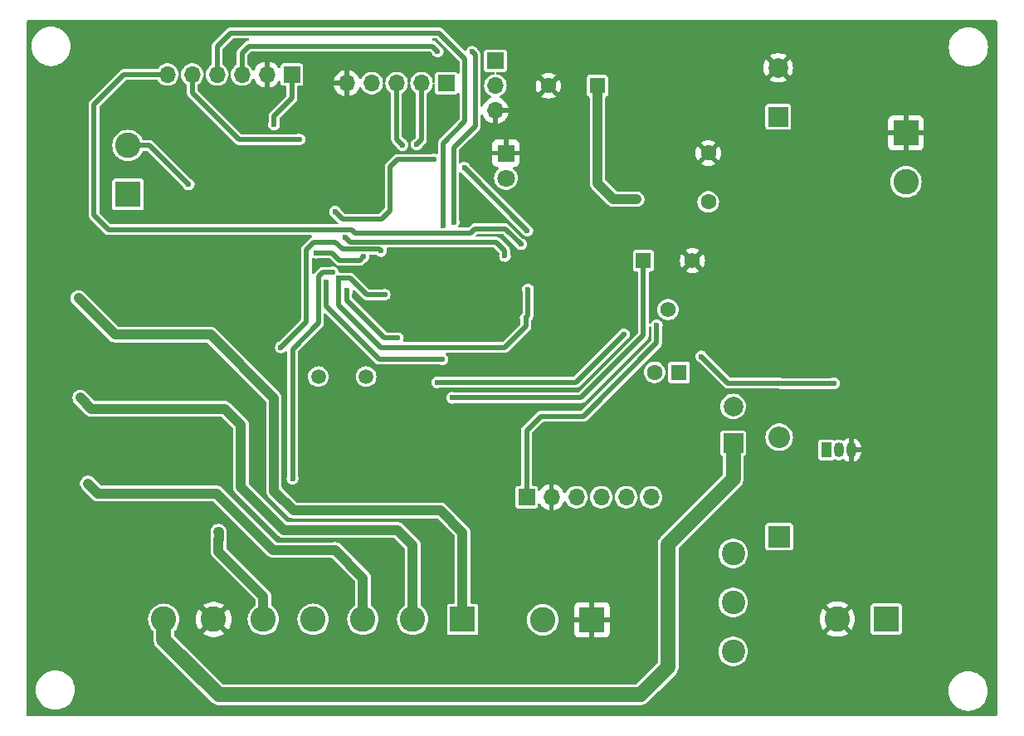
<source format=gbr>
%TF.GenerationSoftware,KiCad,Pcbnew,8.0.3*%
%TF.CreationDate,2025-02-22T15:06:49+05:30*%
%TF.ProjectId,messenger_Project,6d657373-656e-4676-9572-5f50726f6a65,rev?*%
%TF.SameCoordinates,Original*%
%TF.FileFunction,Copper,L2,Bot*%
%TF.FilePolarity,Positive*%
%FSLAX46Y46*%
G04 Gerber Fmt 4.6, Leading zero omitted, Abs format (unit mm)*
G04 Created by KiCad (PCBNEW 8.0.3) date 2025-02-22 15:06:49*
%MOMM*%
%LPD*%
G01*
G04 APERTURE LIST*
%TA.AperFunction,ComponentPad*%
%ADD10R,2.200000X2.200000*%
%TD*%
%TA.AperFunction,ComponentPad*%
%ADD11O,2.200000X2.200000*%
%TD*%
%TA.AperFunction,ComponentPad*%
%ADD12R,1.600000X1.600000*%
%TD*%
%TA.AperFunction,ComponentPad*%
%ADD13C,1.600000*%
%TD*%
%TA.AperFunction,ComponentPad*%
%ADD14R,2.000000X2.000000*%
%TD*%
%TA.AperFunction,ComponentPad*%
%ADD15C,2.000000*%
%TD*%
%TA.AperFunction,ComponentPad*%
%ADD16R,2.600000X2.600000*%
%TD*%
%TA.AperFunction,ComponentPad*%
%ADD17C,2.600000*%
%TD*%
%TA.AperFunction,ComponentPad*%
%ADD18R,1.700000X1.700000*%
%TD*%
%TA.AperFunction,ComponentPad*%
%ADD19O,1.700000X1.700000*%
%TD*%
%TA.AperFunction,ComponentPad*%
%ADD20C,2.400000*%
%TD*%
%TA.AperFunction,ComponentPad*%
%ADD21R,1.560000X1.560000*%
%TD*%
%TA.AperFunction,ComponentPad*%
%ADD22C,1.560000*%
%TD*%
%TA.AperFunction,ComponentPad*%
%ADD23C,1.500000*%
%TD*%
%TA.AperFunction,ComponentPad*%
%ADD24R,1.800000X1.800000*%
%TD*%
%TA.AperFunction,ComponentPad*%
%ADD25C,1.800000*%
%TD*%
%TA.AperFunction,ComponentPad*%
%ADD26R,1.050000X1.500000*%
%TD*%
%TA.AperFunction,ComponentPad*%
%ADD27O,1.050000X1.500000*%
%TD*%
%TA.AperFunction,ViaPad*%
%ADD28C,0.600000*%
%TD*%
%TA.AperFunction,Conductor*%
%ADD29C,0.500000*%
%TD*%
%TA.AperFunction,Conductor*%
%ADD30C,1.000000*%
%TD*%
%TA.AperFunction,Conductor*%
%ADD31C,1.500000*%
%TD*%
G04 APERTURE END LIST*
D10*
%TO.P,D1,1,K*%
%TO.N,+24V*%
X170205400Y-108712000D03*
D11*
%TO.P,D1,2,A*%
%TO.N,Net-(D1-A)*%
X170205400Y-98552000D03*
%TD*%
D12*
%TO.P,C22,1*%
%TO.N,+5V*%
X151659651Y-62687200D03*
D13*
%TO.P,C22,2*%
%TO.N,GND*%
X146659651Y-62687200D03*
%TD*%
D14*
%TO.P,C20,1*%
%TO.N,+24V*%
X170103800Y-65867677D03*
D15*
%TO.P,C20,2*%
%TO.N,GND*%
X170103800Y-60867677D03*
%TD*%
D16*
%TO.P,J4,1,Pin_1*%
%TO.N,A*%
X103759000Y-73787000D03*
D17*
%TO.P,J4,2,Pin_2*%
%TO.N,B*%
X103759000Y-68787000D03*
%TD*%
D18*
%TO.P,J5,1,Pin_1*%
%TO.N,Net-(J5-Pin_1)*%
X136245600Y-62433200D03*
D19*
%TO.P,J5,2,Pin_2*%
%TO.N,RXD*%
X133705600Y-62433200D03*
%TO.P,J5,3,Pin_3*%
%TO.N,TXD*%
X131165600Y-62433200D03*
%TO.P,J5,4,Pin_4*%
%TO.N,+5V*%
X128625600Y-62433200D03*
%TO.P,J5,5,Pin_5*%
%TO.N,GND*%
X126085600Y-62433200D03*
%TD*%
D20*
%TO.P,K1,11*%
%TO.N,Net-(J1-Pin_1)*%
X165506400Y-115417600D03*
%TO.P,K1,12*%
%TO.N,OUT*%
X165506400Y-110417600D03*
%TO.P,K1,14*%
%TO.N,Net-(K1-Pad14)*%
X165506400Y-120417600D03*
D14*
%TO.P,K1,A1*%
%TO.N,+24V*%
X165506400Y-99167600D03*
D15*
%TO.P,K1,A2*%
%TO.N,Net-(D1-A)*%
X165506400Y-95417600D03*
%TD*%
D18*
%TO.P,J2,1,Pin_1*%
%TO.N,+24V*%
X141249400Y-60147200D03*
D19*
%TO.P,J2,2,Pin_2*%
%TO.N,+5V*%
X141249400Y-62687200D03*
%TO.P,J2,3,Pin_3*%
%TO.N,GND*%
X141249400Y-65227200D03*
%TD*%
D16*
%TO.P,J3,1,Pin_1*%
%TO.N,GND*%
X151090000Y-117195400D03*
D17*
%TO.P,J3,2,Pin_2*%
%TO.N,MUTE*%
X146090000Y-117195400D03*
%TD*%
D13*
%TO.P,C21,1*%
%TO.N,+24V*%
X162966400Y-74559800D03*
%TO.P,C21,2*%
%TO.N,GND*%
X162966400Y-69559800D03*
%TD*%
D16*
%TO.P,J11,1,Pin_1*%
%TO.N,GND*%
X183133800Y-67502400D03*
D17*
%TO.P,J11,2,Pin_2*%
%TO.N,Net-(D3-A)*%
X183133800Y-72502400D03*
%TD*%
D21*
%TO.P,RV1,1,1*%
%TO.N,IN*%
X156351600Y-80538600D03*
D22*
%TO.P,RV1,2,2*%
%TO.N,Net-(U2-+)*%
X158851600Y-85538600D03*
%TO.P,RV1,3,3*%
%TO.N,GND*%
X161351600Y-80538600D03*
%TD*%
D18*
%TO.P,J8,1,Pin_1*%
%TO.N,+5V*%
X144424400Y-104673400D03*
D19*
%TO.P,J8,2,Pin_2*%
%TO.N,GND*%
X146964400Y-104673400D03*
%TO.P,J8,3,Pin_3*%
%TO.N,SS*%
X149504400Y-104673400D03*
%TO.P,J8,4,Pin_4*%
%TO.N,MOSI*%
X152044400Y-104673400D03*
%TO.P,J8,5,Pin_5*%
%TO.N,MISO*%
X154584400Y-104673400D03*
%TO.P,J8,6,Pin_6*%
%TO.N,SCK*%
X157124400Y-104673400D03*
%TD*%
D18*
%TO.P,J6,1,Pin_1*%
%TO.N,+5V*%
X120472200Y-61544200D03*
D19*
%TO.P,J6,2,Pin_2*%
%TO.N,GND*%
X117932200Y-61544200D03*
%TO.P,J6,3,Pin_3*%
%TO.N,SDA*%
X115392200Y-61544200D03*
%TO.P,J6,4,Pin_4*%
%TO.N,SCL*%
X112852200Y-61544200D03*
%TO.P,J6,5,Pin_5*%
%TO.N,PC0*%
X110312200Y-61544200D03*
%TO.P,J6,6,Pin_6*%
%TO.N,PC1*%
X107772200Y-61544200D03*
%TD*%
D23*
%TO.P,Y1,1,1*%
%TO.N,Net-(U1-XTAL1{slash}PB6)*%
X123178400Y-92379800D03*
%TO.P,Y1,2,2*%
%TO.N,Net-(U1-XTAL2{slash}PB7)*%
X128058400Y-92379800D03*
%TD*%
D16*
%TO.P,J1,1,Pin_1*%
%TO.N,Net-(J1-Pin_1)*%
X181138200Y-117119200D03*
D17*
%TO.P,J1,2,Pin_2*%
%TO.N,GND*%
X176138200Y-117119200D03*
%TD*%
D24*
%TO.P,D5,1,K*%
%TO.N,GND*%
X142316200Y-69570600D03*
D25*
%TO.P,D5,2,A*%
%TO.N,Net-(D5-A)*%
X142316200Y-72110600D03*
%TD*%
D16*
%TO.P,J7,1,Pin_1*%
%TO.N,Net-(J7-Pin_1)*%
X137896600Y-117144800D03*
D17*
%TO.P,J7,2,Pin_2*%
%TO.N,Net-(J7-Pin_2)*%
X132816600Y-117144800D03*
%TO.P,J7,3,Pin_3*%
%TO.N,Net-(J7-Pin_3)*%
X127736600Y-117144800D03*
%TO.P,J7,4,Pin_4*%
%TO.N,Net-(J7-Pin_4)*%
X122656600Y-117144800D03*
%TO.P,J7,5,Pin_5*%
%TO.N,OUT_GND*%
X117576600Y-117144800D03*
%TO.P,J7,6,Pin_6*%
%TO.N,GND*%
X112496600Y-117144800D03*
%TO.P,J7,7,Pin_7*%
%TO.N,+24V*%
X107416600Y-117144800D03*
%TD*%
D26*
%TO.P,Q1,1,C*%
%TO.N,Net-(D1-A)*%
X175006000Y-99851800D03*
D27*
%TO.P,Q1,2,B*%
%TO.N,Net-(Q1-B)*%
X176276000Y-99851800D03*
%TO.P,Q1,3,E*%
%TO.N,GND*%
X177546000Y-99851800D03*
%TD*%
D12*
%TO.P,C10,1*%
%TO.N,Net-(C10-Pad1)*%
X159980513Y-91922600D03*
D13*
%TO.P,C10,2*%
%TO.N,OUT*%
X157480513Y-91922600D03*
%TD*%
D28*
%TO.N,+5V*%
X129946400Y-84023200D03*
%TO.N,GND*%
X153974800Y-66294000D03*
X153492200Y-66776600D03*
X113893600Y-70916800D03*
X112877600Y-70916800D03*
X147955000Y-107442000D03*
X146024600Y-107416600D03*
X147701000Y-101447600D03*
X146126200Y-101346000D03*
X163741100Y-89623900D03*
X163068000Y-87503000D03*
X118276600Y-70013600D03*
X118287800Y-69088000D03*
X137236200Y-84861400D03*
X133959600Y-84861400D03*
X137134600Y-81229200D03*
X133908800Y-81229200D03*
X119811800Y-83210400D03*
X137820400Y-72669400D03*
%TO.N,+5V*%
X157708600Y-87122000D03*
%TO.N,RS_MODE*%
X144500600Y-77495400D03*
X138074400Y-71069200D03*
X134975600Y-70231000D03*
%TO.N,+5V*%
X144348200Y-86385400D03*
X155651200Y-74269600D03*
X153289000Y-74269600D03*
X125272800Y-82346800D03*
X144576800Y-83474600D03*
X118668800Y-66624200D03*
%TO.N,B*%
X109956600Y-72771000D03*
%TO.N,TXD*%
X131775200Y-68732400D03*
%TO.N,RXD*%
X133223000Y-68681600D03*
%TO.N,OUT_GND*%
X113004600Y-108204000D03*
X113030000Y-108991400D03*
%TO.N,Net-(J7-Pin_1)*%
X98704400Y-84353400D03*
%TO.N,Net-(J7-Pin_3)*%
X99669600Y-103276400D03*
%TO.N,Net-(J7-Pin_2)*%
X98882200Y-94538800D03*
%TO.N,Relay*%
X162255200Y-90322400D03*
X135305800Y-92964000D03*
X154355800Y-88061800D03*
X175793400Y-93065600D03*
%TO.N,H2S*%
X129565400Y-79552800D03*
X119354600Y-89382600D03*
%TO.N,FIRE*%
X120548400Y-102768400D03*
X124651200Y-81737200D03*
%TO.N,ABANDOWN*%
X126085600Y-83616800D03*
X131292600Y-88442800D03*
%TO.N,EMG*%
X122936000Y-79730600D03*
X127762000Y-80137000D03*
%TO.N,SCL*%
X135915400Y-76962000D03*
%TO.N,SDA*%
X135356600Y-59207400D03*
X136982200Y-76606400D03*
X138861800Y-59232800D03*
%TO.N,IN*%
X136829800Y-94538800D03*
%TO.N,RS_MODE*%
X124891800Y-75539600D03*
%TO.N,PC1*%
X143865600Y-78867000D03*
%TO.N,PC0*%
X125882400Y-78130400D03*
X142214600Y-80060800D03*
X121234200Y-68173600D03*
%TO.N,RXD_S*%
X123940000Y-82702400D03*
X135839200Y-90601800D03*
%TD*%
D29*
%TO.N,+5V*%
X128092200Y-84023200D02*
X126415800Y-82346800D01*
X129946400Y-84023200D02*
X128092200Y-84023200D01*
X126415800Y-82346800D02*
X125272800Y-82346800D01*
%TO.N,RXD_S*%
X123940000Y-85179600D02*
X129362200Y-90601800D01*
X123940000Y-82702400D02*
X123940000Y-85179600D01*
X129362200Y-90601800D02*
X135839200Y-90601800D01*
%TO.N,GND*%
X163068000Y-88950800D02*
X163068000Y-87503000D01*
X163741100Y-89623900D02*
X163068000Y-88950800D01*
%TO.N,+5V*%
X144424400Y-97866200D02*
X144424400Y-104673400D01*
X145872200Y-96418400D02*
X144424400Y-97866200D01*
X157708600Y-88900000D02*
X150190200Y-96418400D01*
X150190200Y-96418400D02*
X145872200Y-96418400D01*
X157708600Y-87122000D02*
X157708600Y-88900000D01*
%TO.N,RS_MODE*%
X144500600Y-77495400D02*
X138074400Y-71069200D01*
%TO.N,PC0*%
X126415800Y-78663800D02*
X125882400Y-78130400D01*
X141325600Y-78663800D02*
X126415800Y-78663800D01*
X142214600Y-80060800D02*
X142214600Y-79552800D01*
X142214600Y-79552800D02*
X141325600Y-78663800D01*
%TO.N,PC1*%
X103352600Y-61544200D02*
X107772200Y-61544200D01*
X100279200Y-75869800D02*
X100279200Y-64617600D01*
X100279200Y-64617600D02*
X103352600Y-61544200D01*
X126605600Y-77380400D02*
X101789800Y-77380400D01*
X101789800Y-77380400D02*
X100279200Y-75869800D01*
X126961200Y-77712000D02*
X126949200Y-77724000D01*
X126949200Y-77724000D02*
X126605600Y-77380400D01*
X138696000Y-77712000D02*
X126961200Y-77712000D01*
X142290800Y-77292200D02*
X139115800Y-77292200D01*
X139115800Y-77292200D02*
X138696000Y-77712000D01*
X143865600Y-78867000D02*
X142290800Y-77292200D01*
%TO.N,RS_MODE*%
X130505200Y-75412600D02*
X129616200Y-76301600D01*
X130505200Y-70993000D02*
X130505200Y-75412600D01*
X129616200Y-76301600D02*
X125653800Y-76301600D01*
X131267200Y-70231000D02*
X130505200Y-70993000D01*
X134975600Y-70231000D02*
X131267200Y-70231000D01*
X125653800Y-76301600D02*
X124891800Y-75539600D01*
X134975600Y-70231000D02*
X135001000Y-70231000D01*
D30*
%TO.N,+5V*%
X151659651Y-72640251D02*
X151659651Y-62687200D01*
D29*
X120472200Y-61544200D02*
X120472200Y-63957200D01*
X142214600Y-89382600D02*
X144348200Y-87249000D01*
D30*
X153289000Y-74269600D02*
X155651200Y-74269600D01*
D29*
X125272800Y-85115400D02*
X129540000Y-89382600D01*
X120472200Y-63957200D02*
X118643400Y-65786000D01*
X125272800Y-82346800D02*
X125272800Y-85115400D01*
X144348200Y-87249000D02*
X144348200Y-86385400D01*
X129540000Y-89382600D02*
X142214600Y-89382600D01*
X144576800Y-83474600D02*
X144576800Y-86156800D01*
X144576800Y-86156800D02*
X144348200Y-86385400D01*
D30*
X153289000Y-74269600D02*
X151659651Y-72640251D01*
D29*
X118643400Y-66598800D02*
X118668800Y-66624200D01*
X118643400Y-65786000D02*
X118643400Y-66598800D01*
D31*
%TO.N,+24V*%
X156032200Y-124841000D02*
X158877000Y-121996200D01*
X113030000Y-124841000D02*
X156032200Y-124841000D01*
X165506400Y-102819200D02*
X165506400Y-99167600D01*
X158877000Y-121996200D02*
X158877000Y-109448600D01*
X107416600Y-117144800D02*
X107416600Y-119227600D01*
X107416600Y-119227600D02*
X113030000Y-124841000D01*
X158877000Y-109448600D02*
X165506400Y-102819200D01*
D29*
%TO.N,B*%
X105972600Y-68787000D02*
X103759000Y-68787000D01*
X109956600Y-72771000D02*
X105972600Y-68787000D01*
%TO.N,TXD*%
X131165600Y-62433200D02*
X131165600Y-68148200D01*
X131775200Y-68757800D02*
X131699000Y-68681600D01*
X131165600Y-68148200D02*
X131749800Y-68732400D01*
X131775200Y-68732400D02*
X131775200Y-68757800D01*
X131749800Y-68732400D02*
X131775200Y-68732400D01*
%TO.N,RXD*%
X133705600Y-62433200D02*
X133705600Y-68199000D01*
X133705600Y-68199000D02*
X133223000Y-68681600D01*
X133223000Y-68681600D02*
X133273800Y-68630800D01*
D30*
%TO.N,OUT_GND*%
X117576600Y-117144800D02*
X117576600Y-114782600D01*
X113030000Y-108991400D02*
X113030000Y-108229400D01*
X117576600Y-114782600D02*
X113004600Y-110210600D01*
X113004600Y-110210600D02*
X113004600Y-109016800D01*
X113030000Y-108229400D02*
X113004600Y-108204000D01*
X113004600Y-109016800D02*
X113030000Y-108991400D01*
%TO.N,Net-(J7-Pin_1)*%
X118643400Y-104038400D02*
X120650000Y-106045000D01*
X98704400Y-84353400D02*
X102438200Y-88087200D01*
X102438200Y-88087200D02*
X112166400Y-88087200D01*
X112166400Y-88087200D02*
X118643400Y-94564200D01*
X118643400Y-94564200D02*
X118643400Y-104038400D01*
X135661400Y-106045000D02*
X137896600Y-108280200D01*
X137896600Y-108280200D02*
X137896600Y-117144800D01*
X120650000Y-106045000D02*
X135661400Y-106045000D01*
%TO.N,Net-(J7-Pin_3)*%
X124866400Y-110058200D02*
X127736600Y-112928400D01*
X112801400Y-104292400D02*
X118592600Y-110083600D01*
X124841000Y-110083600D02*
X124866400Y-110058200D01*
X100685600Y-104292400D02*
X112801400Y-104292400D01*
X99669600Y-103276400D02*
X100685600Y-104292400D01*
X127736600Y-112928400D02*
X127736600Y-117144800D01*
X118592600Y-110083600D02*
X124841000Y-110083600D01*
%TO.N,Net-(J7-Pin_2)*%
X113665000Y-95681800D02*
X115290600Y-97307400D01*
X131267200Y-108026200D02*
X132816600Y-109575600D01*
X119684800Y-108026200D02*
X131267200Y-108026200D01*
X115290600Y-103632000D02*
X119684800Y-108026200D01*
X98882200Y-94538800D02*
X100025200Y-95681800D01*
X100025200Y-95681800D02*
X113665000Y-95681800D01*
X115290600Y-97307400D02*
X115290600Y-103632000D01*
X132816600Y-109575600D02*
X132816600Y-117144800D01*
D29*
%TO.N,Relay*%
X154355800Y-88036400D02*
X154355800Y-88036400D01*
X162255200Y-90322400D02*
X164973000Y-93040200D01*
X149428200Y-92964000D02*
X154330400Y-88061800D01*
X154330400Y-88061800D02*
X154355800Y-88061800D01*
X164973000Y-93040200D02*
X175793400Y-93065600D01*
X175793400Y-93065600D02*
X175818800Y-93040200D01*
X154355800Y-88061800D02*
X154355800Y-88036400D01*
X135305800Y-92964000D02*
X149428200Y-92964000D01*
%TO.N,H2S*%
X122682000Y-78689200D02*
X124942600Y-78689200D01*
X121945400Y-86791800D02*
X121945400Y-79425800D01*
X125640400Y-79387000D02*
X129399600Y-79387000D01*
X129399600Y-79387000D02*
X129565400Y-79552800D01*
X119354600Y-89382600D02*
X121945400Y-86791800D01*
X129565400Y-79552800D02*
X129540000Y-79527400D01*
X121945400Y-79425800D02*
X122682000Y-78689200D01*
X124942600Y-78689200D02*
X125640400Y-79387000D01*
%TO.N,FIRE*%
X123596400Y-81737200D02*
X123190000Y-82143600D01*
X120548400Y-102717600D02*
X120548400Y-102717600D01*
X120548400Y-102768400D02*
X120599200Y-102768400D01*
X120548400Y-89560400D02*
X120548400Y-102768400D01*
X123190000Y-86918800D02*
X120548400Y-89560400D01*
X123190000Y-82143600D02*
X123190000Y-86918800D01*
X124651200Y-81737200D02*
X123596400Y-81737200D01*
X120599200Y-102768400D02*
X120599200Y-102768400D01*
%TO.N,ABANDOWN*%
X129971800Y-88442800D02*
X131292600Y-88442800D01*
X126085600Y-84556600D02*
X129895600Y-88366600D01*
X126085600Y-83616800D02*
X126085600Y-84556600D01*
X129895600Y-88366600D02*
X129971800Y-88442800D01*
%TO.N,EMG*%
X127762000Y-80162400D02*
X127711200Y-80111600D01*
X125349000Y-80492600D02*
X127406400Y-80492600D01*
X127762000Y-80137000D02*
X127762000Y-80162400D01*
X124587000Y-79730600D02*
X125349000Y-80492600D01*
X127406400Y-80492600D02*
X127762000Y-80137000D01*
X122936000Y-79730600D02*
X124587000Y-79730600D01*
%TO.N,SCL*%
X138125200Y-59918600D02*
X138125200Y-66344800D01*
X112852200Y-61544200D02*
X112852200Y-58699400D01*
X112852200Y-58699400D02*
X114249200Y-57302400D01*
X135915400Y-68554600D02*
X135915400Y-76962000D01*
X114249200Y-57302400D02*
X135509000Y-57302400D01*
X135509000Y-57302400D02*
X138125200Y-59918600D01*
X138125200Y-66344800D02*
X135915400Y-68554600D01*
%TO.N,SDA*%
X134797800Y-58648600D02*
X135356600Y-59207400D01*
X139192000Y-59563000D02*
X139192000Y-66802000D01*
X116103400Y-58648600D02*
X134797800Y-58648600D01*
X115392200Y-61544200D02*
X115392200Y-59359800D01*
X136982200Y-69011800D02*
X136982200Y-76606400D01*
X115392200Y-59359800D02*
X116103400Y-58648600D01*
X138861800Y-59232800D02*
X139192000Y-59563000D01*
X135356600Y-59207400D02*
X135305800Y-59156600D01*
X139192000Y-66802000D02*
X136982200Y-69011800D01*
%TO.N,IN*%
X149961600Y-94538800D02*
X156351600Y-88148800D01*
X136829800Y-94538800D02*
X149961600Y-94538800D01*
X156351600Y-88148800D02*
X156351600Y-80538600D01*
%TO.N,PC0*%
X115062000Y-68173600D02*
X121234200Y-68173600D01*
X121234200Y-68173600D02*
X121183400Y-68173600D01*
X110312200Y-63423800D02*
X115062000Y-68173600D01*
X110312200Y-61544200D02*
X110312200Y-63423800D01*
%TO.N,RXD_S*%
X135839200Y-90601800D02*
X135661400Y-90601800D01*
%TD*%
%TA.AperFunction,Conductor*%
%TO.N,GND*%
G36*
X192380939Y-56028185D02*
G01*
X192426694Y-56080989D01*
X192437900Y-56132500D01*
X192437900Y-126883500D01*
X192418215Y-126950539D01*
X192365411Y-126996294D01*
X192313900Y-127007500D01*
X93562900Y-127007500D01*
X93495861Y-126987815D01*
X93450106Y-126935011D01*
X93438900Y-126883500D01*
X93438900Y-124358398D01*
X94336590Y-124358398D01*
X94336590Y-124358401D01*
X94357004Y-124643833D01*
X94417828Y-124923437D01*
X94517835Y-125191566D01*
X94654970Y-125442709D01*
X94654975Y-125442717D01*
X94826454Y-125671787D01*
X94826470Y-125671805D01*
X95028794Y-125874129D01*
X95028812Y-125874145D01*
X95257882Y-126045624D01*
X95257890Y-126045629D01*
X95509033Y-126182764D01*
X95509032Y-126182764D01*
X95509036Y-126182765D01*
X95509039Y-126182767D01*
X95777154Y-126282769D01*
X95777160Y-126282770D01*
X95777162Y-126282771D01*
X96056766Y-126343595D01*
X96056768Y-126343595D01*
X96056772Y-126343596D01*
X96310420Y-126361737D01*
X96342199Y-126364010D01*
X96342200Y-126364010D01*
X96342201Y-126364010D01*
X96370795Y-126361964D01*
X96627628Y-126343596D01*
X96907246Y-126282769D01*
X97175361Y-126182767D01*
X97426515Y-126045626D01*
X97655595Y-125874139D01*
X97857939Y-125671795D01*
X98029426Y-125442715D01*
X98166567Y-125191561D01*
X98266569Y-124923446D01*
X98327396Y-124643828D01*
X98347810Y-124358400D01*
X98327396Y-124072972D01*
X98288672Y-123894962D01*
X98266571Y-123793362D01*
X98266570Y-123793360D01*
X98266569Y-123793354D01*
X98166567Y-123525239D01*
X98141703Y-123479705D01*
X98029429Y-123274090D01*
X98029424Y-123274082D01*
X97857945Y-123045012D01*
X97857929Y-123044994D01*
X97655605Y-122842670D01*
X97655587Y-122842654D01*
X97426517Y-122671175D01*
X97426509Y-122671170D01*
X97175366Y-122534035D01*
X97175367Y-122534035D01*
X96961830Y-122454390D01*
X96907246Y-122434031D01*
X96907243Y-122434030D01*
X96907237Y-122434028D01*
X96627633Y-122373204D01*
X96342201Y-122352790D01*
X96342199Y-122352790D01*
X96056766Y-122373204D01*
X95777162Y-122434028D01*
X95509033Y-122534035D01*
X95257890Y-122671170D01*
X95257882Y-122671175D01*
X95028812Y-122842654D01*
X95028794Y-122842670D01*
X94826470Y-123044994D01*
X94826454Y-123045012D01*
X94654975Y-123274082D01*
X94654970Y-123274090D01*
X94517835Y-123525233D01*
X94417828Y-123793362D01*
X94357004Y-124072966D01*
X94336590Y-124358398D01*
X93438900Y-124358398D01*
X93438900Y-117144800D01*
X105811151Y-117144800D01*
X105830917Y-117395951D01*
X105889726Y-117640910D01*
X105986133Y-117873659D01*
X106117760Y-118088453D01*
X106117761Y-118088456D01*
X106281375Y-118280023D01*
X106281376Y-118280024D01*
X106322632Y-118315260D01*
X106360824Y-118373765D01*
X106366100Y-118409549D01*
X106366100Y-119331069D01*
X106406468Y-119534012D01*
X106406470Y-119534020D01*
X106485658Y-119725196D01*
X106600624Y-119897257D01*
X106751264Y-120047897D01*
X106751286Y-120047917D01*
X112210897Y-125507528D01*
X112210926Y-125507559D01*
X112360342Y-125656975D01*
X112360345Y-125656977D01*
X112532402Y-125771941D01*
X112723580Y-125851130D01*
X112892861Y-125884802D01*
X112915309Y-125889267D01*
X112926533Y-125891500D01*
X112926534Y-125891500D01*
X156135666Y-125891500D01*
X156135667Y-125891499D01*
X156338620Y-125851130D01*
X156529798Y-125771941D01*
X156701855Y-125656977D01*
X156848177Y-125510655D01*
X156848177Y-125510653D01*
X156858385Y-125500446D01*
X156858386Y-125500443D01*
X157898832Y-124459998D01*
X187478390Y-124459998D01*
X187478390Y-124460001D01*
X187498804Y-124745433D01*
X187559628Y-125025037D01*
X187559630Y-125025043D01*
X187559631Y-125025046D01*
X187612485Y-125166753D01*
X187659635Y-125293166D01*
X187796770Y-125544309D01*
X187796775Y-125544317D01*
X187968254Y-125773387D01*
X187968270Y-125773405D01*
X188170594Y-125975729D01*
X188170612Y-125975745D01*
X188399682Y-126147224D01*
X188399690Y-126147229D01*
X188650833Y-126284364D01*
X188650832Y-126284364D01*
X188650836Y-126284365D01*
X188650839Y-126284367D01*
X188918954Y-126384369D01*
X188918960Y-126384370D01*
X188918962Y-126384371D01*
X189198566Y-126445195D01*
X189198568Y-126445195D01*
X189198572Y-126445196D01*
X189452220Y-126463337D01*
X189483999Y-126465610D01*
X189484000Y-126465610D01*
X189484001Y-126465610D01*
X189512595Y-126463564D01*
X189769428Y-126445196D01*
X190049046Y-126384369D01*
X190317161Y-126284367D01*
X190568315Y-126147226D01*
X190797395Y-125975739D01*
X190999739Y-125773395D01*
X191171226Y-125544315D01*
X191308367Y-125293161D01*
X191408369Y-125025046D01*
X191469196Y-124745428D01*
X191489610Y-124460000D01*
X191469196Y-124174572D01*
X191466767Y-124163407D01*
X191408371Y-123894962D01*
X191408370Y-123894960D01*
X191408369Y-123894954D01*
X191308367Y-123626839D01*
X191254039Y-123527346D01*
X191171229Y-123375690D01*
X191171224Y-123375682D01*
X190999745Y-123146612D01*
X190999729Y-123146594D01*
X190797405Y-122944270D01*
X190797387Y-122944254D01*
X190568317Y-122772775D01*
X190568309Y-122772770D01*
X190317166Y-122635635D01*
X190317167Y-122635635D01*
X190209915Y-122595632D01*
X190049046Y-122535631D01*
X190049043Y-122535630D01*
X190049037Y-122535628D01*
X189769433Y-122474804D01*
X189484001Y-122454390D01*
X189483999Y-122454390D01*
X189198566Y-122474804D01*
X188918962Y-122535628D01*
X188650833Y-122635635D01*
X188399690Y-122772770D01*
X188399682Y-122772775D01*
X188170612Y-122944254D01*
X188170594Y-122944270D01*
X187968270Y-123146594D01*
X187968254Y-123146612D01*
X187796775Y-123375682D01*
X187796770Y-123375690D01*
X187659635Y-123626833D01*
X187559628Y-123894962D01*
X187498804Y-124174566D01*
X187478390Y-124459998D01*
X157898832Y-124459998D01*
X159692977Y-122665855D01*
X159807942Y-122493798D01*
X159887130Y-122302620D01*
X159927501Y-122099665D01*
X159927501Y-121892735D01*
X159927501Y-121887625D01*
X159927500Y-121887599D01*
X159927500Y-120417594D01*
X164000757Y-120417594D01*
X164000757Y-120417605D01*
X164021290Y-120665412D01*
X164021292Y-120665424D01*
X164082336Y-120906481D01*
X164182226Y-121134206D01*
X164318233Y-121342382D01*
X164318236Y-121342385D01*
X164486656Y-121525338D01*
X164682891Y-121678074D01*
X164901590Y-121796428D01*
X165136786Y-121877171D01*
X165382065Y-121918100D01*
X165630735Y-121918100D01*
X165876014Y-121877171D01*
X166111210Y-121796428D01*
X166329909Y-121678074D01*
X166526144Y-121525338D01*
X166694564Y-121342385D01*
X166830573Y-121134207D01*
X166930463Y-120906481D01*
X166991508Y-120665421D01*
X167012043Y-120417600D01*
X166991508Y-120169779D01*
X166930463Y-119928719D01*
X166916662Y-119897257D01*
X166830573Y-119700993D01*
X166694566Y-119492817D01*
X166672957Y-119469344D01*
X166526144Y-119309862D01*
X166329909Y-119157126D01*
X166329907Y-119157125D01*
X166329906Y-119157124D01*
X166111211Y-119038772D01*
X166111202Y-119038769D01*
X165876016Y-118958029D01*
X165630735Y-118917100D01*
X165382065Y-118917100D01*
X165136783Y-118958029D01*
X164901597Y-119038769D01*
X164901588Y-119038772D01*
X164682893Y-119157124D01*
X164486657Y-119309861D01*
X164318233Y-119492817D01*
X164182226Y-119700993D01*
X164082336Y-119928718D01*
X164021292Y-120169775D01*
X164021290Y-120169787D01*
X164000757Y-120417594D01*
X159927500Y-120417594D01*
X159927500Y-117119195D01*
X174333153Y-117119195D01*
X174333153Y-117119204D01*
X174353313Y-117388226D01*
X174353313Y-117388228D01*
X174413342Y-117651233D01*
X174413348Y-117651252D01*
X174511909Y-117902381D01*
X174511908Y-117902381D01*
X174646802Y-118136022D01*
X174700494Y-118203351D01*
X174700495Y-118203351D01*
X175537158Y-117366688D01*
X175562178Y-117427090D01*
X175633312Y-117533551D01*
X175723849Y-117624088D01*
X175830310Y-117695222D01*
X175890710Y-117720241D01*
X175053048Y-118557902D01*
X175235683Y-118682420D01*
X175235685Y-118682421D01*
X175478739Y-118799469D01*
X175478737Y-118799469D01*
X175736537Y-118878990D01*
X175736543Y-118878992D01*
X176003301Y-118919199D01*
X176003310Y-118919200D01*
X176273090Y-118919200D01*
X176273098Y-118919199D01*
X176539856Y-118878992D01*
X176539862Y-118878990D01*
X176797661Y-118799469D01*
X177040721Y-118682418D01*
X177223350Y-118557902D01*
X176385688Y-117720241D01*
X176446090Y-117695222D01*
X176552551Y-117624088D01*
X176643088Y-117533551D01*
X176714222Y-117427090D01*
X176739241Y-117366688D01*
X177575903Y-118203351D01*
X177575904Y-118203350D01*
X177629593Y-118136028D01*
X177629600Y-118136017D01*
X177764490Y-117902381D01*
X177863051Y-117651252D01*
X177863057Y-117651233D01*
X177923086Y-117388228D01*
X177923086Y-117388226D01*
X177943247Y-117119204D01*
X177943247Y-117119195D01*
X177923086Y-116850173D01*
X177923086Y-116850171D01*
X177863057Y-116587166D01*
X177863051Y-116587147D01*
X177764490Y-116336018D01*
X177764491Y-116336018D01*
X177629597Y-116102377D01*
X177575904Y-116035047D01*
X176739241Y-116871710D01*
X176714222Y-116811310D01*
X176643088Y-116704849D01*
X176552551Y-116614312D01*
X176446090Y-116543178D01*
X176385688Y-116518158D01*
X177129515Y-115774331D01*
X179537700Y-115774331D01*
X179537700Y-118464056D01*
X179537702Y-118464082D01*
X179540613Y-118489187D01*
X179540615Y-118489191D01*
X179585993Y-118591964D01*
X179585994Y-118591965D01*
X179665435Y-118671406D01*
X179768209Y-118716785D01*
X179793335Y-118719700D01*
X182483064Y-118719699D01*
X182483079Y-118719697D01*
X182483082Y-118719697D01*
X182508187Y-118716786D01*
X182508188Y-118716785D01*
X182508191Y-118716785D01*
X182610965Y-118671406D01*
X182690406Y-118591965D01*
X182735785Y-118489191D01*
X182738700Y-118464065D01*
X182738699Y-115774336D01*
X182736553Y-115755831D01*
X182735786Y-115749212D01*
X182735785Y-115749210D01*
X182735785Y-115749209D01*
X182690406Y-115646435D01*
X182610965Y-115566994D01*
X182593125Y-115559117D01*
X182508192Y-115521615D01*
X182483065Y-115518700D01*
X179793343Y-115518700D01*
X179793317Y-115518702D01*
X179768212Y-115521613D01*
X179768208Y-115521615D01*
X179665435Y-115566993D01*
X179585994Y-115646434D01*
X179540615Y-115749206D01*
X179540615Y-115749208D01*
X179537700Y-115774331D01*
X177129515Y-115774331D01*
X177223350Y-115680496D01*
X177040717Y-115555979D01*
X177040716Y-115555978D01*
X176797660Y-115438930D01*
X176797662Y-115438930D01*
X176539862Y-115359409D01*
X176539856Y-115359407D01*
X176273098Y-115319200D01*
X176003301Y-115319200D01*
X175736543Y-115359407D01*
X175736537Y-115359409D01*
X175478738Y-115438930D01*
X175235685Y-115555978D01*
X175235676Y-115555983D01*
X175053048Y-115680496D01*
X175890711Y-116518158D01*
X175830310Y-116543178D01*
X175723849Y-116614312D01*
X175633312Y-116704849D01*
X175562178Y-116811310D01*
X175537158Y-116871711D01*
X174700495Y-116035048D01*
X174646800Y-116102380D01*
X174511909Y-116336018D01*
X174413348Y-116587147D01*
X174413342Y-116587166D01*
X174353313Y-116850171D01*
X174353313Y-116850173D01*
X174333153Y-117119195D01*
X159927500Y-117119195D01*
X159927500Y-115417594D01*
X164000757Y-115417594D01*
X164000757Y-115417605D01*
X164021290Y-115665412D01*
X164021292Y-115665424D01*
X164082336Y-115906481D01*
X164182226Y-116134206D01*
X164318233Y-116342382D01*
X164318236Y-116342385D01*
X164486656Y-116525338D01*
X164682891Y-116678074D01*
X164901590Y-116796428D01*
X165136786Y-116877171D01*
X165382065Y-116918100D01*
X165630735Y-116918100D01*
X165876014Y-116877171D01*
X166111210Y-116796428D01*
X166329909Y-116678074D01*
X166526144Y-116525338D01*
X166694564Y-116342385D01*
X166830573Y-116134207D01*
X166930463Y-115906481D01*
X166991508Y-115665421D01*
X166991509Y-115665412D01*
X167012043Y-115417605D01*
X167012043Y-115417594D01*
X166991509Y-115169787D01*
X166991507Y-115169775D01*
X166930463Y-114928718D01*
X166830573Y-114700993D01*
X166694566Y-114492817D01*
X166672957Y-114469344D01*
X166526144Y-114309862D01*
X166329909Y-114157126D01*
X166329907Y-114157125D01*
X166329906Y-114157124D01*
X166111211Y-114038772D01*
X166111202Y-114038769D01*
X165876016Y-113958029D01*
X165630735Y-113917100D01*
X165382065Y-113917100D01*
X165136783Y-113958029D01*
X164901597Y-114038769D01*
X164901588Y-114038772D01*
X164682893Y-114157124D01*
X164486657Y-114309861D01*
X164318233Y-114492817D01*
X164182226Y-114700993D01*
X164082336Y-114928718D01*
X164021292Y-115169775D01*
X164021290Y-115169787D01*
X164000757Y-115417594D01*
X159927500Y-115417594D01*
X159927500Y-110417594D01*
X164000757Y-110417594D01*
X164000757Y-110417605D01*
X164021290Y-110665412D01*
X164021292Y-110665424D01*
X164082336Y-110906481D01*
X164182226Y-111134206D01*
X164318233Y-111342382D01*
X164318236Y-111342385D01*
X164486656Y-111525338D01*
X164682891Y-111678074D01*
X164901590Y-111796428D01*
X165136786Y-111877171D01*
X165382065Y-111918100D01*
X165630735Y-111918100D01*
X165876014Y-111877171D01*
X166111210Y-111796428D01*
X166329909Y-111678074D01*
X166526144Y-111525338D01*
X166694564Y-111342385D01*
X166830573Y-111134207D01*
X166930463Y-110906481D01*
X166991508Y-110665421D01*
X166991509Y-110665412D01*
X167012043Y-110417605D01*
X167012043Y-110417594D01*
X166991509Y-110169787D01*
X166991507Y-110169775D01*
X166930463Y-109928718D01*
X166830573Y-109700993D01*
X166694566Y-109492817D01*
X166642640Y-109436411D01*
X166526144Y-109309862D01*
X166329909Y-109157126D01*
X166329907Y-109157125D01*
X166329906Y-109157124D01*
X166111211Y-109038772D01*
X166111202Y-109038769D01*
X165876016Y-108958029D01*
X165630735Y-108917100D01*
X165382065Y-108917100D01*
X165136783Y-108958029D01*
X164901597Y-109038769D01*
X164901588Y-109038772D01*
X164682893Y-109157124D01*
X164486657Y-109309861D01*
X164318233Y-109492817D01*
X164182226Y-109700993D01*
X164082336Y-109928718D01*
X164021292Y-110169775D01*
X164021290Y-110169787D01*
X164000757Y-110417594D01*
X159927500Y-110417594D01*
X159927500Y-109935092D01*
X159947185Y-109868053D01*
X159963814Y-109847416D01*
X162244099Y-107567131D01*
X168804900Y-107567131D01*
X168804900Y-109856856D01*
X168804902Y-109856882D01*
X168807813Y-109881987D01*
X168807815Y-109881991D01*
X168853193Y-109984764D01*
X168853194Y-109984765D01*
X168932635Y-110064206D01*
X169035409Y-110109585D01*
X169060535Y-110112500D01*
X171350264Y-110112499D01*
X171350279Y-110112497D01*
X171350282Y-110112497D01*
X171375387Y-110109586D01*
X171375388Y-110109585D01*
X171375391Y-110109585D01*
X171478165Y-110064206D01*
X171557606Y-109984765D01*
X171602985Y-109881991D01*
X171605900Y-109856865D01*
X171605899Y-107567136D01*
X171605897Y-107567117D01*
X171602986Y-107542012D01*
X171602985Y-107542010D01*
X171602985Y-107542009D01*
X171557606Y-107439235D01*
X171478165Y-107359794D01*
X171478163Y-107359793D01*
X171375392Y-107314415D01*
X171350265Y-107311500D01*
X169060543Y-107311500D01*
X169060517Y-107311502D01*
X169035412Y-107314413D01*
X169035408Y-107314415D01*
X168932635Y-107359793D01*
X168853194Y-107439234D01*
X168807815Y-107542006D01*
X168807815Y-107542008D01*
X168804900Y-107567131D01*
X162244099Y-107567131D01*
X166176051Y-103635179D01*
X166176055Y-103635177D01*
X166322377Y-103488855D01*
X166437341Y-103316798D01*
X166516530Y-103125620D01*
X166555424Y-102930085D01*
X166556900Y-102922666D01*
X166556900Y-102715735D01*
X166556900Y-100554589D01*
X166576585Y-100487550D01*
X166629389Y-100441795D01*
X166630695Y-100441207D01*
X166679165Y-100419806D01*
X166758606Y-100340365D01*
X166803985Y-100237591D01*
X166806900Y-100212465D01*
X166806899Y-98551993D01*
X168800100Y-98551993D01*
X168800100Y-98552006D01*
X168819264Y-98783297D01*
X168819266Y-98783308D01*
X168876242Y-99008300D01*
X168969475Y-99220848D01*
X169096416Y-99415147D01*
X169096419Y-99415151D01*
X169096421Y-99415153D01*
X169253616Y-99585913D01*
X169253619Y-99585915D01*
X169253622Y-99585918D01*
X169436765Y-99728464D01*
X169436771Y-99728468D01*
X169436774Y-99728470D01*
X169640897Y-99838936D01*
X169754887Y-99878068D01*
X169860415Y-99914297D01*
X169860417Y-99914297D01*
X169860419Y-99914298D01*
X170089351Y-99952500D01*
X170089352Y-99952500D01*
X170321448Y-99952500D01*
X170321449Y-99952500D01*
X170550381Y-99914298D01*
X170769903Y-99838936D01*
X170974026Y-99728470D01*
X171157184Y-99585913D01*
X171314379Y-99415153D01*
X171441324Y-99220849D01*
X171513225Y-99056931D01*
X174180500Y-99056931D01*
X174180500Y-100646656D01*
X174180502Y-100646682D01*
X174183413Y-100671787D01*
X174183415Y-100671791D01*
X174228793Y-100774564D01*
X174228794Y-100774565D01*
X174308235Y-100854006D01*
X174411009Y-100899385D01*
X174436135Y-100902300D01*
X175575864Y-100902299D01*
X175575879Y-100902297D01*
X175575882Y-100902297D01*
X175600987Y-100899386D01*
X175600988Y-100899385D01*
X175600991Y-100899385D01*
X175703765Y-100854006D01*
X175731761Y-100826009D01*
X175793081Y-100792525D01*
X175862773Y-100797509D01*
X175879332Y-100805983D01*
X175879604Y-100805475D01*
X175884985Y-100808351D01*
X175995205Y-100854005D01*
X176035211Y-100870576D01*
X176035215Y-100870576D01*
X176035216Y-100870577D01*
X176194692Y-100902300D01*
X176194695Y-100902300D01*
X176357307Y-100902300D01*
X176464598Y-100880957D01*
X176516789Y-100870576D01*
X176667021Y-100808348D01*
X176678892Y-100800416D01*
X176745565Y-100779536D01*
X176812946Y-100798018D01*
X176835466Y-100815835D01*
X176892601Y-100872971D01*
X177060473Y-100985140D01*
X177060486Y-100985147D01*
X177247016Y-101062409D01*
X177247025Y-101062412D01*
X177296000Y-101072153D01*
X177296000Y-100132130D01*
X177315745Y-100151875D01*
X177401255Y-100201244D01*
X177496630Y-100226800D01*
X177595370Y-100226800D01*
X177690745Y-100201244D01*
X177776255Y-100151875D01*
X177796000Y-100132130D01*
X177796000Y-101072152D01*
X177844974Y-101062412D01*
X177844983Y-101062409D01*
X178031513Y-100985147D01*
X178031526Y-100985140D01*
X178199399Y-100872970D01*
X178199403Y-100872967D01*
X178342167Y-100730203D01*
X178342170Y-100730199D01*
X178454340Y-100562326D01*
X178454347Y-100562313D01*
X178531609Y-100375783D01*
X178531612Y-100375774D01*
X178570999Y-100177758D01*
X178571000Y-100177755D01*
X178571000Y-100101800D01*
X177826330Y-100101800D01*
X177846075Y-100082055D01*
X177895444Y-99996545D01*
X177921000Y-99901170D01*
X177921000Y-99802430D01*
X177895444Y-99707055D01*
X177846075Y-99621545D01*
X177826330Y-99601800D01*
X178571000Y-99601800D01*
X178571000Y-99525845D01*
X178570999Y-99525841D01*
X178531612Y-99327825D01*
X178531609Y-99327816D01*
X178454347Y-99141286D01*
X178454340Y-99141273D01*
X178342170Y-98973400D01*
X178342167Y-98973396D01*
X178199403Y-98830632D01*
X178199399Y-98830629D01*
X178031526Y-98718459D01*
X178031513Y-98718452D01*
X177844984Y-98641190D01*
X177844977Y-98641188D01*
X177796000Y-98631445D01*
X177796000Y-99571470D01*
X177776255Y-99551725D01*
X177690745Y-99502356D01*
X177595370Y-99476800D01*
X177496630Y-99476800D01*
X177401255Y-99502356D01*
X177315745Y-99551725D01*
X177296000Y-99571470D01*
X177296000Y-98631446D01*
X177295999Y-98631445D01*
X177247022Y-98641188D01*
X177247015Y-98641190D01*
X177060486Y-98718452D01*
X177060473Y-98718459D01*
X176892603Y-98830627D01*
X176835464Y-98887765D01*
X176774140Y-98921249D01*
X176704449Y-98916263D01*
X176678893Y-98903184D01*
X176667027Y-98895255D01*
X176667014Y-98895248D01*
X176516793Y-98833025D01*
X176516783Y-98833022D01*
X176357307Y-98801300D01*
X176357305Y-98801300D01*
X176194695Y-98801300D01*
X176194693Y-98801300D01*
X176035216Y-98833022D01*
X176035206Y-98833025D01*
X175884980Y-98895250D01*
X175879609Y-98898122D01*
X175878526Y-98896096D01*
X175821575Y-98913890D01*
X175754206Y-98895362D01*
X175731760Y-98877589D01*
X175703765Y-98849594D01*
X175600992Y-98804215D01*
X175575865Y-98801300D01*
X174436143Y-98801300D01*
X174436117Y-98801302D01*
X174411012Y-98804213D01*
X174411008Y-98804215D01*
X174308235Y-98849593D01*
X174228794Y-98929034D01*
X174183415Y-99031806D01*
X174183415Y-99031808D01*
X174180500Y-99056931D01*
X171513225Y-99056931D01*
X171534557Y-99008300D01*
X171591534Y-98783305D01*
X171591535Y-98783297D01*
X171610700Y-98552006D01*
X171610700Y-98551993D01*
X171591535Y-98320702D01*
X171591533Y-98320691D01*
X171534557Y-98095699D01*
X171441324Y-97883151D01*
X171314383Y-97688852D01*
X171314380Y-97688849D01*
X171314379Y-97688847D01*
X171157184Y-97518087D01*
X171157179Y-97518083D01*
X171157177Y-97518081D01*
X170974034Y-97375535D01*
X170974028Y-97375531D01*
X170769904Y-97265064D01*
X170769895Y-97265061D01*
X170550384Y-97189702D01*
X170378682Y-97161050D01*
X170321449Y-97151500D01*
X170089351Y-97151500D01*
X170043564Y-97159140D01*
X169860415Y-97189702D01*
X169640904Y-97265061D01*
X169640895Y-97265064D01*
X169436771Y-97375531D01*
X169436765Y-97375535D01*
X169253622Y-97518081D01*
X169253619Y-97518084D01*
X169096416Y-97688852D01*
X168969475Y-97883151D01*
X168876242Y-98095699D01*
X168819266Y-98320691D01*
X168819264Y-98320702D01*
X168800100Y-98551993D01*
X166806899Y-98551993D01*
X166806899Y-98122736D01*
X166806897Y-98122717D01*
X166803986Y-98097612D01*
X166803985Y-98097610D01*
X166803985Y-98097609D01*
X166758606Y-97994835D01*
X166679165Y-97915394D01*
X166679163Y-97915393D01*
X166576392Y-97870015D01*
X166551265Y-97867100D01*
X164461543Y-97867100D01*
X164461517Y-97867102D01*
X164436412Y-97870013D01*
X164436408Y-97870015D01*
X164333635Y-97915393D01*
X164254194Y-97994834D01*
X164208815Y-98097606D01*
X164208815Y-98097608D01*
X164205900Y-98122731D01*
X164205900Y-100212456D01*
X164205902Y-100212482D01*
X164208813Y-100237587D01*
X164208815Y-100237591D01*
X164254193Y-100340364D01*
X164254194Y-100340365D01*
X164333635Y-100419806D01*
X164381988Y-100441156D01*
X164435362Y-100486240D01*
X164455890Y-100553026D01*
X164455900Y-100554589D01*
X164455900Y-102332706D01*
X164436215Y-102399745D01*
X164419581Y-102420387D01*
X161295490Y-105544478D01*
X158207348Y-108632620D01*
X158207345Y-108632623D01*
X158134184Y-108705784D01*
X158061023Y-108778944D01*
X157946058Y-108951003D01*
X157866870Y-109142179D01*
X157866868Y-109142187D01*
X157826500Y-109345130D01*
X157826500Y-121509706D01*
X157806815Y-121576745D01*
X157790181Y-121597387D01*
X155633388Y-123754181D01*
X155572065Y-123787666D01*
X155545707Y-123790500D01*
X113516493Y-123790500D01*
X113449454Y-123770815D01*
X113428812Y-123754181D01*
X108503419Y-118828788D01*
X108469934Y-118767465D01*
X108467100Y-118741107D01*
X108467100Y-118409549D01*
X108486785Y-118342510D01*
X108510565Y-118315262D01*
X108551824Y-118280024D01*
X108715436Y-118088459D01*
X108847066Y-117873659D01*
X108943473Y-117640911D01*
X109002283Y-117395948D01*
X109022049Y-117144800D01*
X109022049Y-117144795D01*
X110691553Y-117144795D01*
X110691553Y-117144804D01*
X110711713Y-117413826D01*
X110711713Y-117413828D01*
X110771742Y-117676833D01*
X110771748Y-117676852D01*
X110870309Y-117927981D01*
X110870308Y-117927981D01*
X111005202Y-118161622D01*
X111058894Y-118228951D01*
X111895557Y-117392287D01*
X111920578Y-117452690D01*
X111991712Y-117559151D01*
X112082249Y-117649688D01*
X112188710Y-117720822D01*
X112249110Y-117745841D01*
X111411448Y-118583502D01*
X111594083Y-118708020D01*
X111594085Y-118708021D01*
X111837139Y-118825069D01*
X111837137Y-118825069D01*
X112094937Y-118904590D01*
X112094943Y-118904592D01*
X112361701Y-118944799D01*
X112361710Y-118944800D01*
X112631490Y-118944800D01*
X112631498Y-118944799D01*
X112898256Y-118904592D01*
X112898262Y-118904590D01*
X113156061Y-118825069D01*
X113399121Y-118708018D01*
X113581750Y-118583502D01*
X112744088Y-117745841D01*
X112804490Y-117720822D01*
X112910951Y-117649688D01*
X113001488Y-117559151D01*
X113072622Y-117452690D01*
X113097641Y-117392288D01*
X113934303Y-118228951D01*
X113934304Y-118228950D01*
X113987993Y-118161628D01*
X113988000Y-118161617D01*
X114122890Y-117927981D01*
X114221451Y-117676852D01*
X114221457Y-117676833D01*
X114281486Y-117413828D01*
X114281486Y-117413826D01*
X114301647Y-117144804D01*
X114301647Y-117144795D01*
X114281486Y-116875773D01*
X114281486Y-116875771D01*
X114221457Y-116612766D01*
X114221451Y-116612747D01*
X114122890Y-116361618D01*
X114122891Y-116361618D01*
X113987997Y-116127977D01*
X113934304Y-116060647D01*
X113097641Y-116897310D01*
X113072622Y-116836910D01*
X113001488Y-116730449D01*
X112910951Y-116639912D01*
X112804490Y-116568778D01*
X112744088Y-116543758D01*
X113581750Y-115706096D01*
X113399117Y-115581579D01*
X113399116Y-115581578D01*
X113156060Y-115464530D01*
X113156062Y-115464530D01*
X112898262Y-115385009D01*
X112898256Y-115385007D01*
X112631498Y-115344800D01*
X112361701Y-115344800D01*
X112094943Y-115385007D01*
X112094937Y-115385009D01*
X111837138Y-115464530D01*
X111594085Y-115581578D01*
X111594076Y-115581583D01*
X111411448Y-115706096D01*
X112249111Y-116543758D01*
X112188710Y-116568778D01*
X112082249Y-116639912D01*
X111991712Y-116730449D01*
X111920578Y-116836910D01*
X111895558Y-116897311D01*
X111058895Y-116060648D01*
X111005200Y-116127980D01*
X110870309Y-116361618D01*
X110771748Y-116612747D01*
X110771742Y-116612766D01*
X110711713Y-116875771D01*
X110711713Y-116875773D01*
X110691553Y-117144795D01*
X109022049Y-117144795D01*
X109002283Y-116893652D01*
X108943473Y-116648689D01*
X108928585Y-116612747D01*
X108847066Y-116415940D01*
X108715439Y-116201146D01*
X108715438Y-116201143D01*
X108658268Y-116134206D01*
X108551824Y-116009576D01*
X108419504Y-115896564D01*
X108360256Y-115845961D01*
X108360253Y-115845960D01*
X108145459Y-115714333D01*
X107912710Y-115617926D01*
X107667751Y-115559117D01*
X107416600Y-115539351D01*
X107165448Y-115559117D01*
X106920489Y-115617926D01*
X106687740Y-115714333D01*
X106472946Y-115845960D01*
X106472943Y-115845961D01*
X106281376Y-116009576D01*
X106117761Y-116201143D01*
X106117760Y-116201146D01*
X105986133Y-116415940D01*
X105889726Y-116648689D01*
X105830917Y-116893648D01*
X105811151Y-117144800D01*
X93438900Y-117144800D01*
X93438900Y-108282844D01*
X112204099Y-108282844D01*
X112227117Y-108398554D01*
X112229500Y-108422746D01*
X112229500Y-108798052D01*
X112227117Y-108822244D01*
X112204100Y-108937955D01*
X112204100Y-110289446D01*
X112234861Y-110444089D01*
X112234864Y-110444101D01*
X112295202Y-110589772D01*
X112295209Y-110589785D01*
X112382810Y-110720888D01*
X112382813Y-110720892D01*
X116739781Y-115077859D01*
X116773266Y-115139182D01*
X116776100Y-115165540D01*
X116776100Y-115688792D01*
X116756415Y-115755831D01*
X116716891Y-115794518D01*
X116708053Y-115799935D01*
X116632938Y-115845966D01*
X116441376Y-116009576D01*
X116277761Y-116201143D01*
X116277760Y-116201146D01*
X116146133Y-116415940D01*
X116049726Y-116648689D01*
X115990917Y-116893648D01*
X115971151Y-117144800D01*
X115990917Y-117395951D01*
X116049726Y-117640910D01*
X116146133Y-117873659D01*
X116277760Y-118088453D01*
X116277761Y-118088456D01*
X116277764Y-118088459D01*
X116441376Y-118280024D01*
X116514538Y-118342510D01*
X116632943Y-118443638D01*
X116632946Y-118443639D01*
X116847740Y-118575266D01*
X117079842Y-118671405D01*
X117080489Y-118671673D01*
X117325452Y-118730483D01*
X117576600Y-118750249D01*
X117827748Y-118730483D01*
X118072711Y-118671673D01*
X118305459Y-118575266D01*
X118520259Y-118443636D01*
X118711824Y-118280024D01*
X118875436Y-118088459D01*
X119007066Y-117873659D01*
X119103473Y-117640911D01*
X119162283Y-117395948D01*
X119182049Y-117144800D01*
X121051151Y-117144800D01*
X121070917Y-117395951D01*
X121129726Y-117640910D01*
X121226133Y-117873659D01*
X121357760Y-118088453D01*
X121357761Y-118088456D01*
X121357764Y-118088459D01*
X121521376Y-118280024D01*
X121594538Y-118342510D01*
X121712943Y-118443638D01*
X121712946Y-118443639D01*
X121927740Y-118575266D01*
X122159842Y-118671405D01*
X122160489Y-118671673D01*
X122405452Y-118730483D01*
X122656600Y-118750249D01*
X122907748Y-118730483D01*
X123152711Y-118671673D01*
X123385459Y-118575266D01*
X123600259Y-118443636D01*
X123791824Y-118280024D01*
X123955436Y-118088459D01*
X124087066Y-117873659D01*
X124183473Y-117640911D01*
X124242283Y-117395948D01*
X124262049Y-117144800D01*
X124242283Y-116893652D01*
X124183473Y-116648689D01*
X124168585Y-116612747D01*
X124087066Y-116415940D01*
X123955439Y-116201146D01*
X123955438Y-116201143D01*
X123898268Y-116134206D01*
X123791824Y-116009576D01*
X123659504Y-115896564D01*
X123600256Y-115845961D01*
X123600253Y-115845960D01*
X123385459Y-115714333D01*
X123152710Y-115617926D01*
X122907751Y-115559117D01*
X122656600Y-115539351D01*
X122405448Y-115559117D01*
X122160489Y-115617926D01*
X121927740Y-115714333D01*
X121712946Y-115845960D01*
X121712943Y-115845961D01*
X121521376Y-116009576D01*
X121357761Y-116201143D01*
X121357760Y-116201146D01*
X121226133Y-116415940D01*
X121129726Y-116648689D01*
X121070917Y-116893648D01*
X121051151Y-117144800D01*
X119182049Y-117144800D01*
X119162283Y-116893652D01*
X119103473Y-116648689D01*
X119088585Y-116612747D01*
X119007066Y-116415940D01*
X118875439Y-116201146D01*
X118875438Y-116201143D01*
X118818268Y-116134206D01*
X118711824Y-116009576D01*
X118520259Y-115845964D01*
X118436308Y-115794518D01*
X118389434Y-115742706D01*
X118377100Y-115688792D01*
X118377100Y-114703755D01*
X118377099Y-114703753D01*
X118346338Y-114549110D01*
X118346337Y-114549103D01*
X118323022Y-114492815D01*
X118285997Y-114403427D01*
X118285990Y-114403414D01*
X118198390Y-114272312D01*
X118198389Y-114272311D01*
X118086889Y-114160811D01*
X113841419Y-109915341D01*
X113807934Y-109854018D01*
X113805100Y-109827660D01*
X113805100Y-109210146D01*
X113807483Y-109185954D01*
X113813218Y-109157126D01*
X113816189Y-109142187D01*
X113830500Y-109070244D01*
X113830500Y-108150555D01*
X113830499Y-108150553D01*
X113799738Y-107995910D01*
X113799737Y-107995903D01*
X113760436Y-107901021D01*
X113739397Y-107850227D01*
X113739390Y-107850214D01*
X113651790Y-107719112D01*
X113626385Y-107693707D01*
X113540289Y-107607611D01*
X113514889Y-107582211D01*
X113514888Y-107582210D01*
X113514887Y-107582209D01*
X113383785Y-107494609D01*
X113383772Y-107494602D01*
X113238101Y-107434264D01*
X113238089Y-107434261D01*
X113083445Y-107403500D01*
X113083442Y-107403500D01*
X112925758Y-107403500D01*
X112925755Y-107403500D01*
X112771110Y-107434261D01*
X112771098Y-107434264D01*
X112625427Y-107494602D01*
X112625414Y-107494609D01*
X112494311Y-107582210D01*
X112494307Y-107582213D01*
X112382813Y-107693707D01*
X112382810Y-107693711D01*
X112295209Y-107824814D01*
X112295202Y-107824827D01*
X112234864Y-107970498D01*
X112234861Y-107970510D01*
X112204100Y-108125153D01*
X112204100Y-108125158D01*
X112204100Y-108282842D01*
X112204100Y-108282844D01*
X112204099Y-108282844D01*
X93438900Y-108282844D01*
X93438900Y-103197553D01*
X98869100Y-103197553D01*
X98869100Y-103355246D01*
X98899861Y-103509889D01*
X98899864Y-103509901D01*
X98960202Y-103655572D01*
X98960209Y-103655585D01*
X99047810Y-103786688D01*
X99047813Y-103786692D01*
X100175307Y-104914186D01*
X100175311Y-104914189D01*
X100306414Y-105001790D01*
X100306427Y-105001797D01*
X100452098Y-105062135D01*
X100452103Y-105062137D01*
X100606753Y-105092899D01*
X100606756Y-105092900D01*
X100606758Y-105092900D01*
X100764442Y-105092900D01*
X112418460Y-105092900D01*
X112485499Y-105112585D01*
X112506141Y-105129219D01*
X118082307Y-110705386D01*
X118082311Y-110705389D01*
X118213414Y-110792990D01*
X118213418Y-110792992D01*
X118213421Y-110792994D01*
X118359103Y-110853338D01*
X118513753Y-110884099D01*
X118513757Y-110884100D01*
X118513758Y-110884100D01*
X124508860Y-110884100D01*
X124575899Y-110903785D01*
X124596541Y-110920419D01*
X126899781Y-113223659D01*
X126933266Y-113284982D01*
X126936100Y-113311340D01*
X126936100Y-115688792D01*
X126916415Y-115755831D01*
X126876891Y-115794518D01*
X126868053Y-115799935D01*
X126792938Y-115845966D01*
X126601376Y-116009576D01*
X126437761Y-116201143D01*
X126437760Y-116201146D01*
X126306133Y-116415940D01*
X126209726Y-116648689D01*
X126150917Y-116893648D01*
X126131151Y-117144800D01*
X126150917Y-117395951D01*
X126209726Y-117640910D01*
X126306133Y-117873659D01*
X126437760Y-118088453D01*
X126437761Y-118088456D01*
X126437764Y-118088459D01*
X126601376Y-118280024D01*
X126674538Y-118342510D01*
X126792943Y-118443638D01*
X126792946Y-118443639D01*
X127007740Y-118575266D01*
X127239842Y-118671405D01*
X127240489Y-118671673D01*
X127485452Y-118730483D01*
X127736600Y-118750249D01*
X127987748Y-118730483D01*
X128232711Y-118671673D01*
X128465459Y-118575266D01*
X128680259Y-118443636D01*
X128871824Y-118280024D01*
X129035436Y-118088459D01*
X129167066Y-117873659D01*
X129263473Y-117640911D01*
X129322283Y-117395948D01*
X129342049Y-117144800D01*
X129322283Y-116893652D01*
X129263473Y-116648689D01*
X129248585Y-116612747D01*
X129167066Y-116415940D01*
X129035439Y-116201146D01*
X129035438Y-116201143D01*
X128978268Y-116134206D01*
X128871824Y-116009576D01*
X128680259Y-115845964D01*
X128596308Y-115794518D01*
X128549434Y-115742706D01*
X128537100Y-115688792D01*
X128537100Y-112849557D01*
X128537099Y-112849553D01*
X128506339Y-112694910D01*
X128506338Y-112694903D01*
X128445994Y-112549221D01*
X128445992Y-112549218D01*
X128445990Y-112549214D01*
X128358389Y-112418111D01*
X128358386Y-112418107D01*
X125376692Y-109436413D01*
X125376688Y-109436410D01*
X125245585Y-109348809D01*
X125245572Y-109348802D01*
X125099901Y-109288464D01*
X125099889Y-109288461D01*
X124945245Y-109257700D01*
X124945242Y-109257700D01*
X124787558Y-109257700D01*
X124787556Y-109257700D01*
X124707470Y-109273630D01*
X124671843Y-109280717D01*
X124647653Y-109283100D01*
X118975540Y-109283100D01*
X118908501Y-109263415D01*
X118887859Y-109246781D01*
X113311692Y-103670613D01*
X113311688Y-103670610D01*
X113180585Y-103583009D01*
X113180572Y-103583002D01*
X113034901Y-103522664D01*
X113034889Y-103522661D01*
X112880245Y-103491900D01*
X112880242Y-103491900D01*
X101068540Y-103491900D01*
X101001501Y-103472215D01*
X100980859Y-103455581D01*
X100179892Y-102654613D01*
X100179888Y-102654610D01*
X100048785Y-102567009D01*
X100048772Y-102567002D01*
X99903101Y-102506664D01*
X99903089Y-102506661D01*
X99748445Y-102475900D01*
X99748442Y-102475900D01*
X99590758Y-102475900D01*
X99590755Y-102475900D01*
X99436110Y-102506661D01*
X99436098Y-102506664D01*
X99290427Y-102567002D01*
X99290414Y-102567009D01*
X99159311Y-102654610D01*
X99159307Y-102654613D01*
X99047813Y-102766107D01*
X99047810Y-102766111D01*
X98960209Y-102897214D01*
X98960202Y-102897227D01*
X98899864Y-103042898D01*
X98899861Y-103042910D01*
X98869100Y-103197553D01*
X93438900Y-103197553D01*
X93438900Y-94459953D01*
X98081700Y-94459953D01*
X98081700Y-94617646D01*
X98112461Y-94772289D01*
X98112464Y-94772301D01*
X98172802Y-94917972D01*
X98172809Y-94917985D01*
X98260410Y-95049088D01*
X98260413Y-95049092D01*
X99403411Y-96192089D01*
X99468061Y-96256739D01*
X99514912Y-96303590D01*
X99646014Y-96391190D01*
X99646027Y-96391197D01*
X99791698Y-96451535D01*
X99791703Y-96451537D01*
X99946353Y-96482299D01*
X99946356Y-96482300D01*
X99946358Y-96482300D01*
X113282060Y-96482300D01*
X113349099Y-96501985D01*
X113369741Y-96518619D01*
X114453781Y-97602659D01*
X114487266Y-97663982D01*
X114490100Y-97690340D01*
X114490100Y-103710846D01*
X114520861Y-103865489D01*
X114520864Y-103865501D01*
X114581202Y-104011172D01*
X114581209Y-104011185D01*
X114668810Y-104142288D01*
X114668813Y-104142292D01*
X119063011Y-108536489D01*
X119138300Y-108611778D01*
X119174512Y-108647990D01*
X119305614Y-108735590D01*
X119305616Y-108735591D01*
X119305621Y-108735594D01*
X119420802Y-108783303D01*
X119420805Y-108783304D01*
X119420806Y-108783305D01*
X119451298Y-108795935D01*
X119451303Y-108795937D01*
X119451307Y-108795937D01*
X119451308Y-108795938D01*
X119605954Y-108826700D01*
X119605957Y-108826700D01*
X119605958Y-108826700D01*
X130884260Y-108826700D01*
X130951299Y-108846385D01*
X130971941Y-108863019D01*
X131979781Y-109870859D01*
X132013266Y-109932182D01*
X132016100Y-109958540D01*
X132016100Y-115688792D01*
X131996415Y-115755831D01*
X131956891Y-115794518D01*
X131948053Y-115799935D01*
X131872938Y-115845966D01*
X131681376Y-116009576D01*
X131517761Y-116201143D01*
X131517760Y-116201146D01*
X131386133Y-116415940D01*
X131289726Y-116648689D01*
X131230917Y-116893648D01*
X131211151Y-117144800D01*
X131230917Y-117395951D01*
X131289726Y-117640910D01*
X131386133Y-117873659D01*
X131517760Y-118088453D01*
X131517761Y-118088456D01*
X131517764Y-118088459D01*
X131681376Y-118280024D01*
X131754538Y-118342510D01*
X131872943Y-118443638D01*
X131872946Y-118443639D01*
X132087740Y-118575266D01*
X132319842Y-118671405D01*
X132320489Y-118671673D01*
X132565452Y-118730483D01*
X132816600Y-118750249D01*
X133067748Y-118730483D01*
X133312711Y-118671673D01*
X133545459Y-118575266D01*
X133760259Y-118443636D01*
X133951824Y-118280024D01*
X134115436Y-118088459D01*
X134247066Y-117873659D01*
X134343473Y-117640911D01*
X134402283Y-117395948D01*
X134422049Y-117144800D01*
X134402283Y-116893652D01*
X134343473Y-116648689D01*
X134328585Y-116612747D01*
X134247066Y-116415940D01*
X134115439Y-116201146D01*
X134115438Y-116201143D01*
X134058268Y-116134206D01*
X133951824Y-116009576D01*
X133760259Y-115845964D01*
X133676308Y-115794518D01*
X133629434Y-115742706D01*
X133617100Y-115688792D01*
X133617100Y-109496757D01*
X133617099Y-109496754D01*
X133605096Y-109436411D01*
X133598929Y-109405404D01*
X133586339Y-109342108D01*
X133586337Y-109342103D01*
X133572982Y-109309862D01*
X133551376Y-109257700D01*
X133546853Y-109246781D01*
X133525997Y-109196428D01*
X133525996Y-109196427D01*
X133525994Y-109196421D01*
X133438389Y-109065311D01*
X133326889Y-108953811D01*
X132574434Y-108201356D01*
X131777492Y-107404413D01*
X131777488Y-107404410D01*
X131646385Y-107316809D01*
X131646372Y-107316802D01*
X131500701Y-107256464D01*
X131500689Y-107256461D01*
X131346045Y-107225700D01*
X131346042Y-107225700D01*
X120067740Y-107225700D01*
X120000701Y-107206015D01*
X119980059Y-107189381D01*
X116127419Y-103336741D01*
X116093934Y-103275418D01*
X116091100Y-103249060D01*
X116091100Y-97228558D01*
X116083371Y-97189702D01*
X116075772Y-97151500D01*
X116060339Y-97073910D01*
X116060338Y-97073903D01*
X115999994Y-96928221D01*
X115999992Y-96928218D01*
X115999990Y-96928214D01*
X115912389Y-96797111D01*
X115912386Y-96797107D01*
X114175292Y-95060013D01*
X114175288Y-95060010D01*
X114044185Y-94972409D01*
X114044172Y-94972402D01*
X113898501Y-94912064D01*
X113898489Y-94912061D01*
X113743845Y-94881300D01*
X113743842Y-94881300D01*
X100408140Y-94881300D01*
X100341101Y-94861615D01*
X100320459Y-94844981D01*
X99392492Y-93917013D01*
X99392488Y-93917010D01*
X99261385Y-93829409D01*
X99261372Y-93829402D01*
X99115701Y-93769064D01*
X99115689Y-93769061D01*
X98961045Y-93738300D01*
X98961042Y-93738300D01*
X98803358Y-93738300D01*
X98803355Y-93738300D01*
X98648710Y-93769061D01*
X98648698Y-93769064D01*
X98503027Y-93829402D01*
X98503014Y-93829409D01*
X98371911Y-93917010D01*
X98371907Y-93917013D01*
X98260413Y-94028507D01*
X98260410Y-94028511D01*
X98172809Y-94159614D01*
X98172802Y-94159627D01*
X98112464Y-94305298D01*
X98112461Y-94305310D01*
X98081700Y-94459953D01*
X93438900Y-94459953D01*
X93438900Y-84274553D01*
X97903900Y-84274553D01*
X97903900Y-84432246D01*
X97934661Y-84586889D01*
X97934664Y-84586901D01*
X97995002Y-84732572D01*
X97995009Y-84732585D01*
X98082610Y-84863688D01*
X98082613Y-84863692D01*
X101927907Y-88708986D01*
X101927911Y-88708989D01*
X102059014Y-88796590D01*
X102059018Y-88796592D01*
X102059021Y-88796594D01*
X102204703Y-88856938D01*
X102359353Y-88887699D01*
X102359357Y-88887700D01*
X102359358Y-88887700D01*
X111783460Y-88887700D01*
X111850499Y-88907385D01*
X111871141Y-88924019D01*
X117806581Y-94859459D01*
X117840066Y-94920782D01*
X117842900Y-94947140D01*
X117842900Y-104117246D01*
X117873661Y-104271889D01*
X117873664Y-104271901D01*
X117934002Y-104417572D01*
X117934009Y-104417585D01*
X118021610Y-104548688D01*
X118021613Y-104548692D01*
X120028211Y-106555289D01*
X120139711Y-106666789D01*
X120139712Y-106666790D01*
X120270814Y-106754390D01*
X120270827Y-106754397D01*
X120416498Y-106814735D01*
X120416503Y-106814737D01*
X120571153Y-106845499D01*
X120571156Y-106845500D01*
X120571158Y-106845500D01*
X135278460Y-106845500D01*
X135345499Y-106865185D01*
X135366141Y-106881819D01*
X137059781Y-108575459D01*
X137093266Y-108636782D01*
X137096100Y-108663140D01*
X137096100Y-115420300D01*
X137076415Y-115487339D01*
X137023611Y-115533094D01*
X136972100Y-115544300D01*
X136551743Y-115544300D01*
X136551717Y-115544302D01*
X136526612Y-115547213D01*
X136526608Y-115547215D01*
X136423835Y-115592593D01*
X136344394Y-115672034D01*
X136299015Y-115774806D01*
X136299015Y-115774808D01*
X136296100Y-115799931D01*
X136296100Y-118489656D01*
X136296102Y-118489682D01*
X136299013Y-118514787D01*
X136299015Y-118514791D01*
X136344393Y-118617564D01*
X136344394Y-118617565D01*
X136423835Y-118697006D01*
X136526609Y-118742385D01*
X136551735Y-118745300D01*
X139241464Y-118745299D01*
X139241479Y-118745297D01*
X139241482Y-118745297D01*
X139266587Y-118742386D01*
X139266588Y-118742385D01*
X139266591Y-118742385D01*
X139369365Y-118697006D01*
X139448806Y-118617565D01*
X139494185Y-118514791D01*
X139497100Y-118489665D01*
X139497100Y-117195400D01*
X144484551Y-117195400D01*
X144504317Y-117446551D01*
X144563126Y-117691510D01*
X144659533Y-117924259D01*
X144791160Y-118139053D01*
X144791161Y-118139056D01*
X144846074Y-118203350D01*
X144954776Y-118330624D01*
X145087096Y-118443636D01*
X145146343Y-118494238D01*
X145146346Y-118494239D01*
X145361140Y-118625866D01*
X145471729Y-118671673D01*
X145593889Y-118722273D01*
X145838852Y-118781083D01*
X146090000Y-118800849D01*
X146341148Y-118781083D01*
X146586111Y-118722273D01*
X146818859Y-118625866D01*
X147033659Y-118494236D01*
X147225224Y-118330624D01*
X147388836Y-118139059D01*
X147520466Y-117924259D01*
X147616873Y-117691511D01*
X147675683Y-117446548D01*
X147695449Y-117195400D01*
X147675683Y-116944252D01*
X147616873Y-116699289D01*
X147608086Y-116678075D01*
X147520466Y-116466540D01*
X147388839Y-116251746D01*
X147388838Y-116251743D01*
X147345621Y-116201143D01*
X147225224Y-116060176D01*
X147098571Y-115952004D01*
X147033656Y-115896561D01*
X147033653Y-115896560D01*
X146953685Y-115847555D01*
X149290000Y-115847555D01*
X149290000Y-116945400D01*
X150489999Y-116945400D01*
X150464979Y-117005802D01*
X150440000Y-117131381D01*
X150440000Y-117259419D01*
X150464979Y-117384998D01*
X150489999Y-117445400D01*
X149290000Y-117445400D01*
X149290000Y-118543244D01*
X149296401Y-118602772D01*
X149296403Y-118602779D01*
X149346645Y-118737486D01*
X149346649Y-118737493D01*
X149432809Y-118852587D01*
X149432812Y-118852590D01*
X149547906Y-118938750D01*
X149547913Y-118938754D01*
X149682620Y-118988996D01*
X149682627Y-118988998D01*
X149742155Y-118995399D01*
X149742172Y-118995400D01*
X150840000Y-118995400D01*
X150840000Y-117795401D01*
X150900402Y-117820421D01*
X151025981Y-117845400D01*
X151154019Y-117845400D01*
X151279598Y-117820421D01*
X151340000Y-117795401D01*
X151340000Y-118995400D01*
X152437828Y-118995400D01*
X152437844Y-118995399D01*
X152497372Y-118988998D01*
X152497379Y-118988996D01*
X152632086Y-118938754D01*
X152632093Y-118938750D01*
X152747187Y-118852590D01*
X152747190Y-118852587D01*
X152833350Y-118737493D01*
X152833354Y-118737486D01*
X152883596Y-118602779D01*
X152883598Y-118602772D01*
X152889999Y-118543244D01*
X152890000Y-118543227D01*
X152890000Y-117445400D01*
X151690001Y-117445400D01*
X151715021Y-117384998D01*
X151740000Y-117259419D01*
X151740000Y-117131381D01*
X151715021Y-117005802D01*
X151690001Y-116945400D01*
X152890000Y-116945400D01*
X152890000Y-115847572D01*
X152889999Y-115847555D01*
X152883598Y-115788027D01*
X152883596Y-115788020D01*
X152833354Y-115653313D01*
X152833350Y-115653306D01*
X152747190Y-115538212D01*
X152747187Y-115538209D01*
X152632093Y-115452049D01*
X152632086Y-115452045D01*
X152497379Y-115401803D01*
X152497372Y-115401801D01*
X152437844Y-115395400D01*
X151340000Y-115395400D01*
X151340000Y-116595398D01*
X151279598Y-116570379D01*
X151154019Y-116545400D01*
X151025981Y-116545400D01*
X150900402Y-116570379D01*
X150840000Y-116595398D01*
X150840000Y-115395400D01*
X149742155Y-115395400D01*
X149682627Y-115401801D01*
X149682620Y-115401803D01*
X149547913Y-115452045D01*
X149547906Y-115452049D01*
X149432812Y-115538209D01*
X149432809Y-115538212D01*
X149346649Y-115653306D01*
X149346645Y-115653313D01*
X149296403Y-115788020D01*
X149296401Y-115788027D01*
X149290000Y-115847555D01*
X146953685Y-115847555D01*
X146818859Y-115764933D01*
X146586110Y-115668526D01*
X146341151Y-115609717D01*
X146090000Y-115589951D01*
X145838848Y-115609717D01*
X145593889Y-115668526D01*
X145361140Y-115764933D01*
X145146346Y-115896560D01*
X145146343Y-115896561D01*
X144954776Y-116060176D01*
X144791161Y-116251743D01*
X144791160Y-116251746D01*
X144659533Y-116466540D01*
X144563126Y-116699289D01*
X144504317Y-116944248D01*
X144484551Y-117195400D01*
X139497100Y-117195400D01*
X139497099Y-115799936D01*
X139495718Y-115788027D01*
X139494186Y-115774812D01*
X139494185Y-115774810D01*
X139494185Y-115774809D01*
X139448806Y-115672035D01*
X139369365Y-115592594D01*
X139363379Y-115589951D01*
X139266592Y-115547215D01*
X139241468Y-115544300D01*
X139241465Y-115544300D01*
X138821100Y-115544300D01*
X138754061Y-115524615D01*
X138708306Y-115471811D01*
X138697100Y-115420300D01*
X138697100Y-108201356D01*
X138677941Y-108105044D01*
X138677941Y-108105039D01*
X138666338Y-108046709D01*
X138666337Y-108046703D01*
X138625187Y-107947358D01*
X138605994Y-107901021D01*
X138605990Y-107901015D01*
X138518390Y-107769912D01*
X138467589Y-107719111D01*
X138406889Y-107658411D01*
X137303767Y-106555289D01*
X136171692Y-105423213D01*
X136171688Y-105423210D01*
X136040585Y-105335609D01*
X136040572Y-105335602D01*
X135894901Y-105275264D01*
X135894889Y-105275261D01*
X135740245Y-105244500D01*
X135740242Y-105244500D01*
X121032940Y-105244500D01*
X120965901Y-105224815D01*
X120945259Y-105208181D01*
X119480219Y-103743141D01*
X119446734Y-103681818D01*
X119443900Y-103655460D01*
X119443900Y-94485356D01*
X119429024Y-94410575D01*
X119429024Y-94410573D01*
X119413138Y-94330710D01*
X119413137Y-94330703D01*
X119395048Y-94287032D01*
X119395048Y-94287031D01*
X119352797Y-94185027D01*
X119352790Y-94185014D01*
X119265190Y-94053912D01*
X119225541Y-94014263D01*
X119153689Y-93942411D01*
X115961959Y-90750681D01*
X112676692Y-87465413D01*
X112676688Y-87465410D01*
X112545581Y-87377807D01*
X112545572Y-87377802D01*
X112399901Y-87317464D01*
X112399889Y-87317461D01*
X112245245Y-87286700D01*
X112245242Y-87286700D01*
X102821140Y-87286700D01*
X102754101Y-87267015D01*
X102733459Y-87250381D01*
X99214692Y-83731613D01*
X99214688Y-83731610D01*
X99083585Y-83644009D01*
X99083572Y-83644002D01*
X98937901Y-83583664D01*
X98937889Y-83583661D01*
X98783245Y-83552900D01*
X98783242Y-83552900D01*
X98625558Y-83552900D01*
X98625555Y-83552900D01*
X98470910Y-83583661D01*
X98470898Y-83583664D01*
X98325227Y-83644002D01*
X98325214Y-83644009D01*
X98194111Y-83731610D01*
X98194107Y-83731613D01*
X98082613Y-83843107D01*
X98082610Y-83843111D01*
X97995009Y-83974214D01*
X97995002Y-83974227D01*
X97934664Y-84119898D01*
X97934661Y-84119910D01*
X97903900Y-84274553D01*
X93438900Y-84274553D01*
X93438900Y-64545125D01*
X99728700Y-64545125D01*
X99728700Y-75942275D01*
X99741515Y-75990100D01*
X99766216Y-76082285D01*
X99838690Y-76207815D01*
X101451785Y-77820910D01*
X101561645Y-77884337D01*
X101577315Y-77893384D01*
X101717325Y-77930900D01*
X101717326Y-77930900D01*
X101862274Y-77930900D01*
X122443174Y-77930900D01*
X122510213Y-77950585D01*
X122555968Y-78003389D01*
X122565912Y-78072547D01*
X122536887Y-78136103D01*
X122478109Y-78173877D01*
X122475308Y-78174663D01*
X122471457Y-78175695D01*
X122469514Y-78176216D01*
X122343986Y-78248689D01*
X122343983Y-78248691D01*
X121504891Y-79087783D01*
X121504890Y-79087785D01*
X121457516Y-79169841D01*
X121437209Y-79205014D01*
X121437208Y-79205015D01*
X121432417Y-79213312D01*
X121432416Y-79213313D01*
X121432152Y-79214300D01*
X121394900Y-79353325D01*
X121394900Y-79353327D01*
X121394900Y-86512412D01*
X121375215Y-86579451D01*
X121358581Y-86600093D01*
X119152595Y-88806078D01*
X119112368Y-88832957D01*
X119051765Y-88858060D01*
X119051758Y-88858064D01*
X118926319Y-88954316D01*
X118859252Y-89041720D01*
X118830064Y-89079759D01*
X118794619Y-89165329D01*
X118769556Y-89225837D01*
X118769555Y-89225839D01*
X118748918Y-89382598D01*
X118748918Y-89382601D01*
X118769555Y-89539360D01*
X118769556Y-89539362D01*
X118830064Y-89685441D01*
X118926318Y-89810882D01*
X119051759Y-89907136D01*
X119197838Y-89967644D01*
X119276219Y-89977963D01*
X119354599Y-89988282D01*
X119354600Y-89988282D01*
X119354601Y-89988282D01*
X119406854Y-89981402D01*
X119511362Y-89967644D01*
X119657441Y-89907136D01*
X119782882Y-89810882D01*
X119782886Y-89810877D01*
X119786219Y-89807545D01*
X119847542Y-89774060D01*
X119917234Y-89779044D01*
X119973167Y-89820916D01*
X119997584Y-89886380D01*
X119997900Y-89895226D01*
X119997900Y-102503576D01*
X119988461Y-102551028D01*
X119963357Y-102611634D01*
X119963355Y-102611639D01*
X119942718Y-102768398D01*
X119942718Y-102768401D01*
X119963355Y-102925160D01*
X119963356Y-102925162D01*
X120023864Y-103071241D01*
X120120118Y-103196682D01*
X120245559Y-103292936D01*
X120391638Y-103353444D01*
X120405326Y-103355246D01*
X120548399Y-103374082D01*
X120548400Y-103374082D01*
X120548401Y-103374082D01*
X120600654Y-103367202D01*
X120705162Y-103353444D01*
X120851241Y-103292936D01*
X120976682Y-103196682D01*
X121072936Y-103071241D01*
X121102629Y-102999553D01*
X121109802Y-102985010D01*
X121112184Y-102980885D01*
X121113417Y-102976281D01*
X121118629Y-102960926D01*
X121133444Y-102925162D01*
X121138496Y-102886786D01*
X121141659Y-102870882D01*
X121149700Y-102840875D01*
X121149700Y-102809811D01*
X121150761Y-102793625D01*
X121154082Y-102768400D01*
X121154082Y-102768398D01*
X121150761Y-102743173D01*
X121149700Y-102726988D01*
X121149700Y-102695927D01*
X121149700Y-102695925D01*
X121141657Y-102665909D01*
X121138495Y-102650008D01*
X121133444Y-102611638D01*
X121118630Y-102575874D01*
X121113415Y-102560511D01*
X121112184Y-102555915D01*
X121112181Y-102555911D01*
X121109073Y-102548405D01*
X121111662Y-102547332D01*
X121098900Y-102499680D01*
X121098900Y-94538798D01*
X136224118Y-94538798D01*
X136224118Y-94538801D01*
X136244755Y-94695560D01*
X136244756Y-94695562D01*
X136305264Y-94841641D01*
X136401518Y-94967082D01*
X136526959Y-95063336D01*
X136673038Y-95123844D01*
X136751419Y-95134163D01*
X136829799Y-95144482D01*
X136829800Y-95144482D01*
X136829801Y-95144482D01*
X136882054Y-95137602D01*
X136986562Y-95123844D01*
X137047170Y-95098738D01*
X137094623Y-95089300D01*
X150034072Y-95089300D01*
X150034074Y-95089300D01*
X150034075Y-95089300D01*
X150174085Y-95051784D01*
X150178753Y-95049089D01*
X150299615Y-94979310D01*
X156792110Y-88486814D01*
X156864584Y-88361285D01*
X156877100Y-88314574D01*
X156902100Y-88221275D01*
X156902100Y-87367509D01*
X156921785Y-87300470D01*
X156974589Y-87254715D01*
X157043747Y-87244771D01*
X157107303Y-87273796D01*
X157140661Y-87320057D01*
X157148661Y-87339371D01*
X157158100Y-87386823D01*
X157158100Y-88620613D01*
X157138415Y-88687652D01*
X157121781Y-88708294D01*
X149998494Y-95831581D01*
X149937171Y-95865066D01*
X149910813Y-95867900D01*
X145799725Y-95867900D01*
X145694717Y-95896037D01*
X145659714Y-95905416D01*
X145534186Y-95977889D01*
X145534183Y-95977891D01*
X143983891Y-97528183D01*
X143983889Y-97528186D01*
X143911416Y-97653714D01*
X143911416Y-97653715D01*
X143873900Y-97793725D01*
X143873900Y-97793727D01*
X143873900Y-103398900D01*
X143854215Y-103465939D01*
X143801411Y-103511694D01*
X143749901Y-103522900D01*
X143529543Y-103522900D01*
X143529517Y-103522902D01*
X143504412Y-103525813D01*
X143504408Y-103525815D01*
X143401635Y-103571193D01*
X143322194Y-103650634D01*
X143276815Y-103753406D01*
X143276815Y-103753408D01*
X143273900Y-103778531D01*
X143273900Y-105568256D01*
X143273902Y-105568282D01*
X143276813Y-105593387D01*
X143276815Y-105593391D01*
X143322193Y-105696164D01*
X143322194Y-105696165D01*
X143401635Y-105775606D01*
X143504409Y-105820985D01*
X143529535Y-105823900D01*
X145319264Y-105823899D01*
X145319279Y-105823897D01*
X145319282Y-105823897D01*
X145344387Y-105820986D01*
X145344388Y-105820985D01*
X145344391Y-105820985D01*
X145447165Y-105775606D01*
X145526606Y-105696165D01*
X145571985Y-105593391D01*
X145574900Y-105568265D01*
X145574899Y-105435916D01*
X145594583Y-105368880D01*
X145647387Y-105323125D01*
X145716545Y-105313181D01*
X145780101Y-105342205D01*
X145800473Y-105364795D01*
X145926290Y-105544478D01*
X146093317Y-105711505D01*
X146286821Y-105847000D01*
X146500907Y-105946829D01*
X146500916Y-105946833D01*
X146714400Y-106004034D01*
X146714400Y-105106412D01*
X146771407Y-105139325D01*
X146898574Y-105173400D01*
X147030226Y-105173400D01*
X147157393Y-105139325D01*
X147214400Y-105106412D01*
X147214400Y-106004033D01*
X147427883Y-105946833D01*
X147427892Y-105946829D01*
X147641978Y-105847000D01*
X147835482Y-105711505D01*
X148002505Y-105544482D01*
X148138000Y-105350978D01*
X148231694Y-105150051D01*
X148277866Y-105097612D01*
X148345060Y-105078460D01*
X148411941Y-105098676D01*
X148455076Y-105147185D01*
X148522032Y-105281653D01*
X148650527Y-105451806D01*
X148650528Y-105451807D01*
X148808098Y-105595452D01*
X148989381Y-105707698D01*
X149188202Y-105784721D01*
X149397790Y-105823900D01*
X149397792Y-105823900D01*
X149611008Y-105823900D01*
X149611010Y-105823900D01*
X149820598Y-105784721D01*
X150019419Y-105707698D01*
X150200702Y-105595452D01*
X150358272Y-105451807D01*
X150486766Y-105281655D01*
X150515069Y-105224815D01*
X150581803Y-105090794D01*
X150581803Y-105090793D01*
X150581805Y-105090789D01*
X150640156Y-104885710D01*
X150650929Y-104769447D01*
X150676715Y-104704511D01*
X150719022Y-104674204D01*
X150827530Y-104674204D01*
X150863903Y-104695068D01*
X150896093Y-104757081D01*
X150897870Y-104769447D01*
X150908644Y-104885710D01*
X150962075Y-105073499D01*
X150966996Y-105090792D01*
X150966996Y-105090794D01*
X151062032Y-105281653D01*
X151190527Y-105451806D01*
X151190528Y-105451807D01*
X151348098Y-105595452D01*
X151529381Y-105707698D01*
X151728202Y-105784721D01*
X151937790Y-105823900D01*
X151937792Y-105823900D01*
X152151008Y-105823900D01*
X152151010Y-105823900D01*
X152360598Y-105784721D01*
X152559419Y-105707698D01*
X152740702Y-105595452D01*
X152898272Y-105451807D01*
X153026766Y-105281655D01*
X153055069Y-105224815D01*
X153121803Y-105090794D01*
X153121803Y-105090793D01*
X153121805Y-105090789D01*
X153180156Y-104885710D01*
X153190929Y-104769447D01*
X153216715Y-104704511D01*
X153259022Y-104674204D01*
X153367530Y-104674204D01*
X153403903Y-104695068D01*
X153436093Y-104757081D01*
X153437870Y-104769447D01*
X153448644Y-104885710D01*
X153502075Y-105073499D01*
X153506996Y-105090792D01*
X153506996Y-105090794D01*
X153602032Y-105281653D01*
X153730527Y-105451806D01*
X153730528Y-105451807D01*
X153888098Y-105595452D01*
X154069381Y-105707698D01*
X154268202Y-105784721D01*
X154477790Y-105823900D01*
X154477792Y-105823900D01*
X154691008Y-105823900D01*
X154691010Y-105823900D01*
X154900598Y-105784721D01*
X155099419Y-105707698D01*
X155280702Y-105595452D01*
X155438272Y-105451807D01*
X155566766Y-105281655D01*
X155595069Y-105224815D01*
X155661803Y-105090794D01*
X155661803Y-105090793D01*
X155661805Y-105090789D01*
X155720156Y-104885710D01*
X155730929Y-104769447D01*
X155756715Y-104704511D01*
X155799022Y-104674204D01*
X155907530Y-104674204D01*
X155943903Y-104695068D01*
X155976093Y-104757081D01*
X155977870Y-104769447D01*
X155988644Y-104885710D01*
X156042075Y-105073499D01*
X156046996Y-105090792D01*
X156046996Y-105090794D01*
X156142032Y-105281653D01*
X156270527Y-105451806D01*
X156270528Y-105451807D01*
X156428098Y-105595452D01*
X156609381Y-105707698D01*
X156808202Y-105784721D01*
X157017790Y-105823900D01*
X157017792Y-105823900D01*
X157231008Y-105823900D01*
X157231010Y-105823900D01*
X157440598Y-105784721D01*
X157639419Y-105707698D01*
X157820702Y-105595452D01*
X157978272Y-105451807D01*
X158106766Y-105281655D01*
X158135069Y-105224815D01*
X158201803Y-105090794D01*
X158201803Y-105090793D01*
X158201805Y-105090789D01*
X158260156Y-104885710D01*
X158279829Y-104673400D01*
X158260156Y-104461090D01*
X158201805Y-104256011D01*
X158201803Y-104256006D01*
X158201803Y-104256005D01*
X158106767Y-104065146D01*
X157978272Y-103894993D01*
X157945921Y-103865501D01*
X157820702Y-103751348D01*
X157639419Y-103639102D01*
X157639417Y-103639101D01*
X157494607Y-103583002D01*
X157440598Y-103562079D01*
X157231010Y-103522900D01*
X157017790Y-103522900D01*
X156808202Y-103562079D01*
X156808199Y-103562079D01*
X156808199Y-103562080D01*
X156609382Y-103639101D01*
X156609380Y-103639102D01*
X156428099Y-103751347D01*
X156270527Y-103894993D01*
X156142032Y-104065146D01*
X156046996Y-104256005D01*
X156046996Y-104256007D01*
X155988644Y-104461089D01*
X155977871Y-104577351D01*
X155952085Y-104642288D01*
X155907530Y-104674204D01*
X155799022Y-104674204D01*
X155801269Y-104672594D01*
X155764897Y-104651731D01*
X155732707Y-104589718D01*
X155730929Y-104577351D01*
X155728273Y-104548688D01*
X155720156Y-104461090D01*
X155661805Y-104256011D01*
X155661803Y-104256006D01*
X155661803Y-104256005D01*
X155566767Y-104065146D01*
X155438272Y-103894993D01*
X155405921Y-103865501D01*
X155280702Y-103751348D01*
X155099419Y-103639102D01*
X155099417Y-103639101D01*
X154954607Y-103583002D01*
X154900598Y-103562079D01*
X154691010Y-103522900D01*
X154477790Y-103522900D01*
X154268202Y-103562079D01*
X154268199Y-103562079D01*
X154268199Y-103562080D01*
X154069382Y-103639101D01*
X154069380Y-103639102D01*
X153888099Y-103751347D01*
X153730527Y-103894993D01*
X153602032Y-104065146D01*
X153506996Y-104256005D01*
X153506996Y-104256007D01*
X153448644Y-104461089D01*
X153437871Y-104577351D01*
X153412085Y-104642288D01*
X153367530Y-104674204D01*
X153259022Y-104674204D01*
X153261269Y-104672594D01*
X153224897Y-104651731D01*
X153192707Y-104589718D01*
X153190929Y-104577351D01*
X153188273Y-104548688D01*
X153180156Y-104461090D01*
X153121805Y-104256011D01*
X153121803Y-104256006D01*
X153121803Y-104256005D01*
X153026767Y-104065146D01*
X152898272Y-103894993D01*
X152865921Y-103865501D01*
X152740702Y-103751348D01*
X152559419Y-103639102D01*
X152559417Y-103639101D01*
X152414607Y-103583002D01*
X152360598Y-103562079D01*
X152151010Y-103522900D01*
X151937790Y-103522900D01*
X151728202Y-103562079D01*
X151728199Y-103562079D01*
X151728199Y-103562080D01*
X151529382Y-103639101D01*
X151529380Y-103639102D01*
X151348099Y-103751347D01*
X151190527Y-103894993D01*
X151062032Y-104065146D01*
X150966996Y-104256005D01*
X150966996Y-104256007D01*
X150908644Y-104461089D01*
X150897871Y-104577351D01*
X150872085Y-104642288D01*
X150827530Y-104674204D01*
X150719022Y-104674204D01*
X150721269Y-104672594D01*
X150684897Y-104651731D01*
X150652707Y-104589718D01*
X150650929Y-104577351D01*
X150648273Y-104548688D01*
X150640156Y-104461090D01*
X150581805Y-104256011D01*
X150581803Y-104256006D01*
X150581803Y-104256005D01*
X150486767Y-104065146D01*
X150358272Y-103894993D01*
X150325921Y-103865501D01*
X150200702Y-103751348D01*
X150019419Y-103639102D01*
X150019417Y-103639101D01*
X149874607Y-103583002D01*
X149820598Y-103562079D01*
X149611010Y-103522900D01*
X149397790Y-103522900D01*
X149188202Y-103562079D01*
X149188199Y-103562079D01*
X149188199Y-103562080D01*
X148989382Y-103639101D01*
X148989380Y-103639102D01*
X148808099Y-103751347D01*
X148650527Y-103894993D01*
X148522034Y-104065144D01*
X148455076Y-104199615D01*
X148407573Y-104250852D01*
X148339910Y-104268273D01*
X148273570Y-104246347D01*
X148231694Y-104196748D01*
X148138000Y-103995822D01*
X148137999Y-103995820D01*
X148002513Y-103802326D01*
X148002508Y-103802320D01*
X147835482Y-103635294D01*
X147641978Y-103499799D01*
X147427892Y-103399970D01*
X147427886Y-103399967D01*
X147214400Y-103342764D01*
X147214400Y-104240388D01*
X147157393Y-104207475D01*
X147030226Y-104173400D01*
X146898574Y-104173400D01*
X146771407Y-104207475D01*
X146714400Y-104240388D01*
X146714400Y-103342764D01*
X146714399Y-103342764D01*
X146500913Y-103399967D01*
X146500907Y-103399970D01*
X146286822Y-103499799D01*
X146286820Y-103499800D01*
X146093326Y-103635286D01*
X146093320Y-103635291D01*
X145926291Y-103802320D01*
X145926290Y-103802322D01*
X145800474Y-103982006D01*
X145745897Y-104025630D01*
X145676398Y-104032823D01*
X145614044Y-104001301D01*
X145578630Y-103941071D01*
X145574899Y-103910882D01*
X145574899Y-103778543D01*
X145574899Y-103778536D01*
X145574897Y-103778517D01*
X145571986Y-103753412D01*
X145571985Y-103753410D01*
X145571985Y-103753409D01*
X145526606Y-103650635D01*
X145447165Y-103571194D01*
X145426524Y-103562080D01*
X145344392Y-103525815D01*
X145319268Y-103522900D01*
X145319265Y-103522900D01*
X145098900Y-103522900D01*
X145031861Y-103503215D01*
X144986106Y-103450411D01*
X144974900Y-103398900D01*
X144974900Y-98145587D01*
X144994585Y-98078548D01*
X145011219Y-98057906D01*
X146063906Y-97005219D01*
X146125229Y-96971734D01*
X146151587Y-96968900D01*
X150262672Y-96968900D01*
X150262674Y-96968900D01*
X150262675Y-96968900D01*
X150402685Y-96931384D01*
X150528215Y-96858910D01*
X151969527Y-95417598D01*
X164200932Y-95417598D01*
X164200932Y-95417601D01*
X164220764Y-95644286D01*
X164220766Y-95644297D01*
X164279658Y-95864088D01*
X164279661Y-95864097D01*
X164375831Y-96070332D01*
X164375832Y-96070334D01*
X164506354Y-96256741D01*
X164667258Y-96417645D01*
X164667261Y-96417647D01*
X164853666Y-96548168D01*
X165059904Y-96644339D01*
X165279708Y-96703235D01*
X165441630Y-96717401D01*
X165506398Y-96723068D01*
X165506400Y-96723068D01*
X165506402Y-96723068D01*
X165563073Y-96718109D01*
X165733092Y-96703235D01*
X165952896Y-96644339D01*
X166159134Y-96548168D01*
X166345539Y-96417647D01*
X166506447Y-96256739D01*
X166636968Y-96070334D01*
X166733139Y-95864096D01*
X166792035Y-95644292D01*
X166811868Y-95417600D01*
X166792035Y-95190908D01*
X166733139Y-94971104D01*
X166636968Y-94764866D01*
X166506447Y-94578461D01*
X166506445Y-94578458D01*
X166345541Y-94417554D01*
X166159134Y-94287032D01*
X166159132Y-94287031D01*
X165952897Y-94190861D01*
X165952888Y-94190858D01*
X165733097Y-94131966D01*
X165733093Y-94131965D01*
X165733092Y-94131965D01*
X165733091Y-94131964D01*
X165733086Y-94131964D01*
X165506402Y-94112132D01*
X165506398Y-94112132D01*
X165279713Y-94131964D01*
X165279702Y-94131966D01*
X165059911Y-94190858D01*
X165059902Y-94190861D01*
X164853667Y-94287031D01*
X164853665Y-94287032D01*
X164667258Y-94417554D01*
X164506354Y-94578458D01*
X164375832Y-94764865D01*
X164375831Y-94764867D01*
X164279661Y-94971102D01*
X164279658Y-94971111D01*
X164220766Y-95190902D01*
X164220764Y-95190913D01*
X164200932Y-95417598D01*
X151969527Y-95417598D01*
X155464526Y-91922599D01*
X156375298Y-91922599D01*
X156375298Y-91922600D01*
X156394115Y-92125682D01*
X156449930Y-92321847D01*
X156449935Y-92321860D01*
X156540840Y-92504421D01*
X156663750Y-92667181D01*
X156814471Y-92804580D01*
X156814473Y-92804582D01*
X156913654Y-92865992D01*
X156987876Y-92911948D01*
X157178057Y-92985624D01*
X157378537Y-93023100D01*
X157378539Y-93023100D01*
X157582487Y-93023100D01*
X157582489Y-93023100D01*
X157782969Y-92985624D01*
X157973150Y-92911948D01*
X158146554Y-92804581D01*
X158297277Y-92667179D01*
X158420186Y-92504421D01*
X158511095Y-92321850D01*
X158566910Y-92125683D01*
X158585728Y-91922600D01*
X158573751Y-91793350D01*
X158566910Y-91719517D01*
X158542404Y-91633389D01*
X158511095Y-91523350D01*
X158500522Y-91502117D01*
X158451949Y-91404568D01*
X158420186Y-91340779D01*
X158297277Y-91178021D01*
X158297275Y-91178018D01*
X158187264Y-91077731D01*
X158880013Y-91077731D01*
X158880013Y-92767456D01*
X158880015Y-92767482D01*
X158882926Y-92792587D01*
X158882928Y-92792591D01*
X158928306Y-92895364D01*
X158928307Y-92895365D01*
X159007748Y-92974806D01*
X159110522Y-93020185D01*
X159135648Y-93023100D01*
X160825377Y-93023099D01*
X160825392Y-93023097D01*
X160825395Y-93023097D01*
X160850500Y-93020186D01*
X160850501Y-93020185D01*
X160850504Y-93020185D01*
X160953278Y-92974806D01*
X161032719Y-92895365D01*
X161078098Y-92792591D01*
X161081013Y-92767465D01*
X161081012Y-91077736D01*
X161081010Y-91077717D01*
X161078099Y-91052612D01*
X161078098Y-91052610D01*
X161078098Y-91052609D01*
X161032719Y-90949835D01*
X160953278Y-90870394D01*
X160928780Y-90859577D01*
X160850505Y-90825015D01*
X160825378Y-90822100D01*
X159135656Y-90822100D01*
X159135630Y-90822102D01*
X159110525Y-90825013D01*
X159110521Y-90825015D01*
X159007748Y-90870393D01*
X158928307Y-90949834D01*
X158882928Y-91052606D01*
X158882928Y-91052608D01*
X158880013Y-91077731D01*
X158187264Y-91077731D01*
X158146554Y-91040619D01*
X158146552Y-91040617D01*
X157973155Y-90933255D01*
X157973148Y-90933251D01*
X157878059Y-90896414D01*
X157782969Y-90859576D01*
X157582489Y-90822100D01*
X157378537Y-90822100D01*
X157178057Y-90859576D01*
X157178054Y-90859576D01*
X157178054Y-90859577D01*
X156987877Y-90933251D01*
X156987870Y-90933255D01*
X156814473Y-91040617D01*
X156814471Y-91040619D01*
X156663750Y-91178018D01*
X156540840Y-91340778D01*
X156449935Y-91523339D01*
X156449930Y-91523352D01*
X156394115Y-91719517D01*
X156375298Y-91922599D01*
X155464526Y-91922599D01*
X157064727Y-90322398D01*
X161649518Y-90322398D01*
X161649518Y-90322401D01*
X161670155Y-90479160D01*
X161670156Y-90479162D01*
X161720953Y-90601798D01*
X161730664Y-90625241D01*
X161826918Y-90750682D01*
X161952359Y-90846936D01*
X161952360Y-90846936D01*
X161952361Y-90846937D01*
X162012966Y-90872040D01*
X162053195Y-90898920D01*
X164583154Y-93428878D01*
X164583360Y-93429084D01*
X164633963Y-93479925D01*
X164634493Y-93480332D01*
X164634702Y-93480493D01*
X164634978Y-93480705D01*
X164634985Y-93480709D01*
X164634986Y-93480710D01*
X164696996Y-93516511D01*
X164697206Y-93516731D01*
X164697249Y-93516658D01*
X164737171Y-93539832D01*
X164759311Y-93552684D01*
X164759312Y-93552684D01*
X164759315Y-93552686D01*
X164760043Y-93552988D01*
X164760233Y-93553067D01*
X164760511Y-93553183D01*
X164760515Y-93553184D01*
X164829854Y-93571763D01*
X164899233Y-93590528D01*
X164899234Y-93590528D01*
X164899246Y-93590531D01*
X164900108Y-93590645D01*
X164900324Y-93590673D01*
X164900526Y-93590700D01*
X164972503Y-93590700D01*
X175527364Y-93615476D01*
X175574523Y-93624914D01*
X175636638Y-93650644D01*
X175775162Y-93668880D01*
X175793399Y-93671282D01*
X175793400Y-93671282D01*
X175793401Y-93671282D01*
X175845654Y-93664402D01*
X175950162Y-93650644D01*
X176096241Y-93590136D01*
X176221682Y-93493882D01*
X176317936Y-93368441D01*
X176378444Y-93222362D01*
X176399082Y-93065600D01*
X176393486Y-93023097D01*
X176378444Y-92908839D01*
X176378444Y-92908838D01*
X176317936Y-92762759D01*
X176221682Y-92637318D01*
X176096241Y-92541064D01*
X175950162Y-92480556D01*
X175950160Y-92480555D01*
X175793401Y-92459918D01*
X175793399Y-92459918D01*
X175636639Y-92480555D01*
X175636637Y-92480556D01*
X175577524Y-92505041D01*
X175529782Y-92514479D01*
X165252749Y-92490354D01*
X165185756Y-92470512D01*
X165165359Y-92454035D01*
X162831720Y-90120395D01*
X162804840Y-90080166D01*
X162779737Y-90019561D01*
X162779736Y-90019560D01*
X162779736Y-90019559D01*
X162683482Y-89894118D01*
X162558041Y-89797864D01*
X162497403Y-89772747D01*
X162411962Y-89737356D01*
X162411960Y-89737355D01*
X162255201Y-89716718D01*
X162255199Y-89716718D01*
X162098439Y-89737355D01*
X162098437Y-89737356D01*
X161952360Y-89797863D01*
X161826918Y-89894118D01*
X161730663Y-90019560D01*
X161670156Y-90165637D01*
X161670155Y-90165639D01*
X161649518Y-90322398D01*
X157064727Y-90322398D01*
X158149110Y-89238015D01*
X158221584Y-89112485D01*
X158224364Y-89102107D01*
X158230354Y-89079758D01*
X158240875Y-89040489D01*
X158259100Y-88972475D01*
X158259100Y-87386823D01*
X158268539Y-87339370D01*
X158293644Y-87278762D01*
X158313059Y-87131287D01*
X158314282Y-87122001D01*
X158314282Y-87121998D01*
X158293644Y-86965239D01*
X158293644Y-86965238D01*
X158233136Y-86819159D01*
X158136882Y-86693718D01*
X158011441Y-86597464D01*
X157865362Y-86536956D01*
X157865360Y-86536955D01*
X157708601Y-86516318D01*
X157708599Y-86516318D01*
X157551839Y-86536955D01*
X157551837Y-86536956D01*
X157405760Y-86597463D01*
X157280318Y-86693718D01*
X157184063Y-86819160D01*
X157140661Y-86923943D01*
X157096820Y-86978346D01*
X157030526Y-87000411D01*
X156962826Y-86983132D01*
X156915216Y-86931994D01*
X156902100Y-86876490D01*
X156902100Y-85538599D01*
X157766471Y-85538599D01*
X157766471Y-85538600D01*
X157784946Y-85737991D01*
X157784947Y-85737993D01*
X157839745Y-85930589D01*
X157839751Y-85930604D01*
X157929001Y-86109841D01*
X157929006Y-86109849D01*
X158049681Y-86269649D01*
X158157886Y-86368290D01*
X158197664Y-86404552D01*
X158327334Y-86484840D01*
X158343441Y-86494814D01*
X158367916Y-86509968D01*
X158554640Y-86582305D01*
X158751477Y-86619100D01*
X158751479Y-86619100D01*
X158951721Y-86619100D01*
X158951723Y-86619100D01*
X159148560Y-86582305D01*
X159335284Y-86509968D01*
X159505536Y-86404552D01*
X159653520Y-86269647D01*
X159774195Y-86109847D01*
X159863453Y-85930594D01*
X159918253Y-85737992D01*
X159936729Y-85538600D01*
X159918253Y-85339208D01*
X159863453Y-85146606D01*
X159863448Y-85146595D01*
X159774198Y-84967358D01*
X159774193Y-84967350D01*
X159653518Y-84807550D01*
X159505537Y-84672649D01*
X159505536Y-84672648D01*
X159434852Y-84628882D01*
X159335285Y-84567232D01*
X159335283Y-84567231D01*
X159198752Y-84514339D01*
X159148560Y-84494895D01*
X158951723Y-84458100D01*
X158751477Y-84458100D01*
X158554640Y-84494895D01*
X158554637Y-84494895D01*
X158554637Y-84494896D01*
X158367916Y-84567231D01*
X158367914Y-84567232D01*
X158197662Y-84672649D01*
X158049681Y-84807550D01*
X157929006Y-84967350D01*
X157929001Y-84967358D01*
X157839751Y-85146595D01*
X157839745Y-85146610D01*
X157784947Y-85339206D01*
X157784946Y-85339208D01*
X157766471Y-85538599D01*
X156902100Y-85538599D01*
X156902100Y-81743099D01*
X156921785Y-81676060D01*
X156974589Y-81630305D01*
X157026100Y-81619099D01*
X157176456Y-81619099D01*
X157176464Y-81619099D01*
X157176479Y-81619097D01*
X157176482Y-81619097D01*
X157201587Y-81616186D01*
X157201588Y-81616185D01*
X157201591Y-81616185D01*
X157304365Y-81570806D01*
X157383806Y-81491365D01*
X157429185Y-81388591D01*
X157432100Y-81363465D01*
X157432099Y-80538597D01*
X160066711Y-80538597D01*
X160066711Y-80538602D01*
X160086230Y-80761713D01*
X160086232Y-80761724D01*
X160144196Y-80978050D01*
X160144200Y-80978059D01*
X160238852Y-81181043D01*
X160238853Y-81181045D01*
X160286934Y-81249712D01*
X160868637Y-80668009D01*
X160885675Y-80731593D01*
X160951501Y-80845607D01*
X161044593Y-80938699D01*
X161158607Y-81004525D01*
X161222190Y-81021562D01*
X160640486Y-81603264D01*
X160709155Y-81651346D01*
X160912140Y-81745999D01*
X160912149Y-81746003D01*
X161128475Y-81803967D01*
X161128486Y-81803969D01*
X161351598Y-81823489D01*
X161351602Y-81823489D01*
X161574713Y-81803969D01*
X161574724Y-81803967D01*
X161791050Y-81746003D01*
X161791059Y-81745999D01*
X161994045Y-81651346D01*
X161994051Y-81651342D01*
X162062712Y-81603265D01*
X161481009Y-81021562D01*
X161544593Y-81004525D01*
X161658607Y-80938699D01*
X161751699Y-80845607D01*
X161817525Y-80731593D01*
X161834562Y-80668009D01*
X162416265Y-81249712D01*
X162464342Y-81181051D01*
X162464346Y-81181045D01*
X162558999Y-80978059D01*
X162559003Y-80978050D01*
X162616967Y-80761724D01*
X162616969Y-80761713D01*
X162636489Y-80538602D01*
X162636489Y-80538597D01*
X162616969Y-80315486D01*
X162616967Y-80315475D01*
X162559003Y-80099149D01*
X162558999Y-80099140D01*
X162464347Y-79896157D01*
X162464346Y-79896155D01*
X162416264Y-79827487D01*
X162416264Y-79827486D01*
X161834562Y-80409189D01*
X161817525Y-80345607D01*
X161751699Y-80231593D01*
X161658607Y-80138501D01*
X161544593Y-80072675D01*
X161481010Y-80055637D01*
X162062712Y-79473934D01*
X162062712Y-79473933D01*
X161994045Y-79425853D01*
X161994043Y-79425852D01*
X161791059Y-79331200D01*
X161791050Y-79331196D01*
X161574724Y-79273232D01*
X161574713Y-79273230D01*
X161351602Y-79253711D01*
X161351598Y-79253711D01*
X161128486Y-79273230D01*
X161128475Y-79273232D01*
X160912149Y-79331196D01*
X160912140Y-79331200D01*
X160709156Y-79425853D01*
X160640487Y-79473934D01*
X161222190Y-80055637D01*
X161158607Y-80072675D01*
X161044593Y-80138501D01*
X160951501Y-80231593D01*
X160885675Y-80345607D01*
X160868637Y-80409190D01*
X160286934Y-79827487D01*
X160238853Y-79896156D01*
X160144200Y-80099140D01*
X160144196Y-80099149D01*
X160086232Y-80315475D01*
X160086230Y-80315486D01*
X160066711Y-80538597D01*
X157432099Y-80538597D01*
X157432099Y-79713736D01*
X157431615Y-79709560D01*
X157429186Y-79688612D01*
X157429185Y-79688610D01*
X157429185Y-79688609D01*
X157383806Y-79585835D01*
X157304365Y-79506394D01*
X157245329Y-79480327D01*
X157201592Y-79461015D01*
X157176465Y-79458100D01*
X155526743Y-79458100D01*
X155526717Y-79458102D01*
X155501612Y-79461013D01*
X155501608Y-79461015D01*
X155398835Y-79506393D01*
X155319394Y-79585834D01*
X155274015Y-79688606D01*
X155274015Y-79688608D01*
X155271100Y-79713731D01*
X155271100Y-81363456D01*
X155271102Y-81363482D01*
X155274013Y-81388587D01*
X155274015Y-81388591D01*
X155319393Y-81491364D01*
X155319394Y-81491365D01*
X155398835Y-81570806D01*
X155501609Y-81616185D01*
X155526735Y-81619100D01*
X155677100Y-81619099D01*
X155744139Y-81638783D01*
X155789894Y-81691587D01*
X155801100Y-81743099D01*
X155801100Y-87869413D01*
X155781415Y-87936452D01*
X155764781Y-87957094D01*
X149769894Y-93951981D01*
X149708571Y-93985466D01*
X149682213Y-93988300D01*
X137094623Y-93988300D01*
X137047170Y-93978861D01*
X136986562Y-93953756D01*
X136986560Y-93953755D01*
X136829801Y-93933118D01*
X136829799Y-93933118D01*
X136673039Y-93953755D01*
X136673037Y-93953756D01*
X136526960Y-94014263D01*
X136401518Y-94110518D01*
X136305263Y-94235960D01*
X136244756Y-94382037D01*
X136244755Y-94382039D01*
X136224118Y-94538798D01*
X121098900Y-94538798D01*
X121098900Y-92379800D01*
X122122817Y-92379800D01*
X122143099Y-92585732D01*
X122165980Y-92661159D01*
X122196799Y-92762759D01*
X122203169Y-92783756D01*
X122207893Y-92792593D01*
X122300715Y-92966250D01*
X122300717Y-92966252D01*
X122431989Y-93126210D01*
X122528609Y-93205502D01*
X122591950Y-93257485D01*
X122774446Y-93355032D01*
X122972466Y-93415100D01*
X122972465Y-93415100D01*
X122990929Y-93416918D01*
X123178400Y-93435383D01*
X123384334Y-93415100D01*
X123582354Y-93355032D01*
X123764850Y-93257485D01*
X123924810Y-93126210D01*
X124056085Y-92966250D01*
X124153632Y-92783754D01*
X124213700Y-92585734D01*
X124233983Y-92379800D01*
X127002817Y-92379800D01*
X127023099Y-92585732D01*
X127045980Y-92661159D01*
X127076799Y-92762759D01*
X127083169Y-92783756D01*
X127087893Y-92792593D01*
X127180715Y-92966250D01*
X127180717Y-92966252D01*
X127311989Y-93126210D01*
X127408609Y-93205502D01*
X127471950Y-93257485D01*
X127654446Y-93355032D01*
X127852466Y-93415100D01*
X127852465Y-93415100D01*
X127870929Y-93416918D01*
X128058400Y-93435383D01*
X128264334Y-93415100D01*
X128462354Y-93355032D01*
X128644850Y-93257485D01*
X128804810Y-93126210D01*
X128936085Y-92966250D01*
X128937289Y-92963998D01*
X134700118Y-92963998D01*
X134700118Y-92964001D01*
X134720755Y-93120760D01*
X134720756Y-93120762D01*
X134777388Y-93257485D01*
X134781264Y-93266841D01*
X134877518Y-93392282D01*
X135002959Y-93488536D01*
X135149038Y-93549044D01*
X135180485Y-93553184D01*
X135305799Y-93569682D01*
X135305800Y-93569682D01*
X135305801Y-93569682D01*
X135358054Y-93562802D01*
X135462562Y-93549044D01*
X135523170Y-93523938D01*
X135570623Y-93514500D01*
X149500672Y-93514500D01*
X149500674Y-93514500D01*
X149500675Y-93514500D01*
X149640685Y-93476984D01*
X149766215Y-93404510D01*
X154514445Y-88656278D01*
X154554669Y-88629402D01*
X154658641Y-88586336D01*
X154784082Y-88490082D01*
X154880336Y-88364641D01*
X154940844Y-88218562D01*
X154961482Y-88061800D01*
X154940844Y-87905038D01*
X154880336Y-87758959D01*
X154784082Y-87633518D01*
X154658641Y-87537264D01*
X154512562Y-87476756D01*
X154512560Y-87476755D01*
X154355801Y-87456118D01*
X154355799Y-87456118D01*
X154199039Y-87476755D01*
X154199037Y-87476756D01*
X154052960Y-87537263D01*
X153927516Y-87633519D01*
X153831263Y-87758959D01*
X153824117Y-87776211D01*
X153797239Y-87816434D01*
X149236494Y-92377181D01*
X149175171Y-92410666D01*
X149148813Y-92413500D01*
X135570623Y-92413500D01*
X135523170Y-92404061D01*
X135462562Y-92378956D01*
X135462560Y-92378955D01*
X135305801Y-92358318D01*
X135305799Y-92358318D01*
X135149039Y-92378955D01*
X135149037Y-92378956D01*
X135002960Y-92439463D01*
X134877518Y-92535718D01*
X134781263Y-92661160D01*
X134720756Y-92807237D01*
X134720755Y-92807239D01*
X134700118Y-92963998D01*
X128937289Y-92963998D01*
X129033632Y-92783754D01*
X129093700Y-92585734D01*
X129113983Y-92379800D01*
X129093700Y-92173866D01*
X129033632Y-91975846D01*
X128936085Y-91793350D01*
X128875492Y-91719517D01*
X128804810Y-91633389D01*
X128687077Y-91536769D01*
X128644850Y-91502115D01*
X128462354Y-91404568D01*
X128264334Y-91344500D01*
X128264332Y-91344499D01*
X128264334Y-91344499D01*
X128058400Y-91324217D01*
X127852467Y-91344499D01*
X127654443Y-91404569D01*
X127544298Y-91463443D01*
X127471950Y-91502115D01*
X127471948Y-91502116D01*
X127471947Y-91502117D01*
X127311989Y-91633389D01*
X127180717Y-91793347D01*
X127083169Y-91975843D01*
X127023099Y-92173867D01*
X127002817Y-92379800D01*
X124233983Y-92379800D01*
X124213700Y-92173866D01*
X124153632Y-91975846D01*
X124056085Y-91793350D01*
X123995492Y-91719517D01*
X123924810Y-91633389D01*
X123807077Y-91536769D01*
X123764850Y-91502115D01*
X123582354Y-91404568D01*
X123384334Y-91344500D01*
X123384332Y-91344499D01*
X123384334Y-91344499D01*
X123178400Y-91324217D01*
X122972467Y-91344499D01*
X122774443Y-91404569D01*
X122664298Y-91463443D01*
X122591950Y-91502115D01*
X122591948Y-91502116D01*
X122591947Y-91502117D01*
X122431989Y-91633389D01*
X122300717Y-91793347D01*
X122203169Y-91975843D01*
X122143099Y-92173867D01*
X122122817Y-92379800D01*
X121098900Y-92379800D01*
X121098900Y-89839786D01*
X121118585Y-89772747D01*
X121135219Y-89752105D01*
X122300988Y-88586336D01*
X123630510Y-87256814D01*
X123702984Y-87131285D01*
X123740500Y-86991274D01*
X123740500Y-86846325D01*
X123740500Y-86057987D01*
X123760185Y-85990948D01*
X123812989Y-85945193D01*
X123882147Y-85935249D01*
X123945703Y-85964274D01*
X123952181Y-85970306D01*
X129024185Y-91042310D01*
X129149715Y-91114784D01*
X129289725Y-91152300D01*
X129289726Y-91152300D01*
X129434674Y-91152300D01*
X135574377Y-91152300D01*
X135621829Y-91161738D01*
X135682438Y-91186844D01*
X135760819Y-91197163D01*
X135839199Y-91207482D01*
X135839200Y-91207482D01*
X135839201Y-91207482D01*
X135891454Y-91200602D01*
X135995962Y-91186844D01*
X136142041Y-91126336D01*
X136267482Y-91030082D01*
X136363736Y-90904641D01*
X136424244Y-90758562D01*
X136444882Y-90601800D01*
X136424244Y-90445038D01*
X136363736Y-90298959D01*
X136267482Y-90173518D01*
X136243966Y-90155474D01*
X136202766Y-90099048D01*
X136198611Y-90029302D01*
X136232824Y-89968381D01*
X136294541Y-89935629D01*
X136319455Y-89933100D01*
X142287072Y-89933100D01*
X142287074Y-89933100D01*
X142287075Y-89933100D01*
X142427085Y-89895584D01*
X142468107Y-89871900D01*
X142552615Y-89823110D01*
X144788710Y-87587015D01*
X144861184Y-87461485D01*
X144883606Y-87377806D01*
X144898700Y-87321475D01*
X144898700Y-86664787D01*
X144918385Y-86597748D01*
X144935019Y-86577105D01*
X144948349Y-86563775D01*
X145017310Y-86494815D01*
X145080480Y-86385400D01*
X145089782Y-86369289D01*
X145089784Y-86369284D01*
X145090051Y-86368290D01*
X145097566Y-86340242D01*
X145127300Y-86229275D01*
X145127300Y-83739423D01*
X145136739Y-83691970D01*
X145156605Y-83644009D01*
X145161844Y-83631362D01*
X145182482Y-83474600D01*
X145179640Y-83453015D01*
X145161844Y-83317839D01*
X145161844Y-83317838D01*
X145101336Y-83171759D01*
X145005082Y-83046318D01*
X144879641Y-82950064D01*
X144733562Y-82889556D01*
X144733560Y-82889555D01*
X144576801Y-82868918D01*
X144576799Y-82868918D01*
X144420039Y-82889555D01*
X144420037Y-82889556D01*
X144273960Y-82950063D01*
X144148518Y-83046318D01*
X144052263Y-83171760D01*
X143991756Y-83317837D01*
X143991755Y-83317839D01*
X143971118Y-83474598D01*
X143971118Y-83474601D01*
X143991755Y-83631360D01*
X143991756Y-83631362D01*
X144016861Y-83691970D01*
X144026300Y-83739423D01*
X144026300Y-85814337D01*
X144006615Y-85881376D01*
X143977788Y-85912712D01*
X143919919Y-85957117D01*
X143919918Y-85957118D01*
X143871791Y-86019838D01*
X143823663Y-86082560D01*
X143763156Y-86228637D01*
X143763155Y-86228639D01*
X143742518Y-86385398D01*
X143742518Y-86385401D01*
X143763155Y-86542160D01*
X143763156Y-86542162D01*
X143772108Y-86563775D01*
X143788261Y-86602770D01*
X143797700Y-86650223D01*
X143797700Y-86969613D01*
X143778015Y-87036652D01*
X143761381Y-87057294D01*
X142022894Y-88795781D01*
X141961571Y-88829266D01*
X141935213Y-88832100D01*
X131966902Y-88832100D01*
X131899863Y-88812415D01*
X131854108Y-88759611D01*
X131844164Y-88690453D01*
X131852339Y-88660652D01*
X131877644Y-88599562D01*
X131898282Y-88442800D01*
X131877644Y-88286038D01*
X131817136Y-88139959D01*
X131720882Y-88014518D01*
X131595441Y-87918264D01*
X131563508Y-87905037D01*
X131449362Y-87857756D01*
X131449360Y-87857755D01*
X131292601Y-87837118D01*
X131292599Y-87837118D01*
X131135839Y-87857755D01*
X131135837Y-87857756D01*
X131075230Y-87882861D01*
X131027777Y-87892300D01*
X130251186Y-87892300D01*
X130184147Y-87872615D01*
X130163505Y-87855981D01*
X126672419Y-84364894D01*
X126638934Y-84303571D01*
X126636100Y-84277213D01*
X126636100Y-83881623D01*
X126645539Y-83834170D01*
X126670644Y-83773562D01*
X126683589Y-83675228D01*
X126711855Y-83611334D01*
X126770179Y-83572862D01*
X126840044Y-83572030D01*
X126894209Y-83603734D01*
X127410374Y-84119898D01*
X127754186Y-84463710D01*
X127879715Y-84536184D01*
X128019725Y-84573700D01*
X128019726Y-84573700D01*
X128164674Y-84573700D01*
X129681577Y-84573700D01*
X129729029Y-84583138D01*
X129789638Y-84608244D01*
X129868019Y-84618563D01*
X129946399Y-84628882D01*
X129946400Y-84628882D01*
X129946401Y-84628882D01*
X129998654Y-84622002D01*
X130103162Y-84608244D01*
X130249241Y-84547736D01*
X130374682Y-84451482D01*
X130470936Y-84326041D01*
X130531444Y-84179962D01*
X130552082Y-84023200D01*
X130531444Y-83866438D01*
X130470936Y-83720359D01*
X130374682Y-83594918D01*
X130249241Y-83498664D01*
X130191145Y-83474600D01*
X130103162Y-83438156D01*
X130103160Y-83438155D01*
X129946401Y-83417518D01*
X129946399Y-83417518D01*
X129789639Y-83438155D01*
X129789637Y-83438156D01*
X129729030Y-83463261D01*
X129681577Y-83472700D01*
X128371586Y-83472700D01*
X128304547Y-83453015D01*
X128283905Y-83436381D01*
X126753816Y-81906291D01*
X126753815Y-81906290D01*
X126628285Y-81833816D01*
X126628280Y-81833814D01*
X126585174Y-81822263D01*
X126585174Y-81822264D01*
X126522938Y-81805588D01*
X126488275Y-81796300D01*
X126488274Y-81796300D01*
X125537623Y-81796300D01*
X125490170Y-81786861D01*
X125429562Y-81761756D01*
X125415492Y-81759903D01*
X125351459Y-81751473D01*
X125287562Y-81723206D01*
X125249092Y-81664881D01*
X125244707Y-81644724D01*
X125236244Y-81580438D01*
X125175736Y-81434359D01*
X125079482Y-81308918D01*
X124954041Y-81212664D01*
X124891358Y-81186700D01*
X124807962Y-81152156D01*
X124807960Y-81152155D01*
X124651201Y-81131518D01*
X124651199Y-81131518D01*
X124494439Y-81152155D01*
X124494437Y-81152156D01*
X124433830Y-81177261D01*
X124386377Y-81186700D01*
X123523925Y-81186700D01*
X123427031Y-81212663D01*
X123383914Y-81224216D01*
X123258386Y-81296689D01*
X123258383Y-81296691D01*
X122749491Y-81805583D01*
X122749487Y-81805588D01*
X122727287Y-81844041D01*
X122676720Y-81892257D01*
X122608113Y-81905480D01*
X122543248Y-81879512D01*
X122502720Y-81822597D01*
X122495900Y-81782041D01*
X122495900Y-80383860D01*
X122515585Y-80316821D01*
X122568389Y-80271066D01*
X122637547Y-80261122D01*
X122667348Y-80269297D01*
X122779238Y-80315644D01*
X122792721Y-80317419D01*
X122935999Y-80336282D01*
X122936000Y-80336282D01*
X122936001Y-80336282D01*
X122988254Y-80329402D01*
X123092762Y-80315644D01*
X123153370Y-80290538D01*
X123200823Y-80281100D01*
X124307613Y-80281100D01*
X124374652Y-80300785D01*
X124395294Y-80317419D01*
X125010985Y-80933110D01*
X125136515Y-81005584D01*
X125276525Y-81043100D01*
X125276526Y-81043100D01*
X125276528Y-81043100D01*
X127478872Y-81043100D01*
X127478874Y-81043100D01*
X127478875Y-81043100D01*
X127618885Y-81005584D01*
X127744415Y-80933110D01*
X127964008Y-80713515D01*
X128004228Y-80686641D01*
X128064841Y-80661536D01*
X128190282Y-80565282D01*
X128286536Y-80439841D01*
X128347044Y-80293762D01*
X128366829Y-80143480D01*
X128367682Y-80137001D01*
X128367682Y-80137000D01*
X128359873Y-80077686D01*
X128370638Y-80008650D01*
X128417018Y-79956394D01*
X128482812Y-79937500D01*
X129042526Y-79937500D01*
X129109565Y-79957185D01*
X129130372Y-79976326D01*
X129131367Y-79975332D01*
X129137111Y-79981075D01*
X129137114Y-79981078D01*
X129137118Y-79981082D01*
X129262559Y-80077336D01*
X129408638Y-80137844D01*
X129451448Y-80143480D01*
X129565399Y-80158482D01*
X129565400Y-80158482D01*
X129565401Y-80158482D01*
X129617654Y-80151602D01*
X129722162Y-80137844D01*
X129868241Y-80077336D01*
X129993682Y-79981082D01*
X130089936Y-79855641D01*
X130150444Y-79709562D01*
X130171082Y-79552800D01*
X130164972Y-79506393D01*
X130150444Y-79396039D01*
X130150442Y-79396034D01*
X130146183Y-79385750D01*
X130138716Y-79316280D01*
X130169992Y-79253802D01*
X130230082Y-79218151D01*
X130260745Y-79214300D01*
X141046213Y-79214300D01*
X141113252Y-79233985D01*
X141133894Y-79250619D01*
X141617175Y-79733900D01*
X141650660Y-79795223D01*
X141645676Y-79864915D01*
X141644065Y-79869007D01*
X141633127Y-79895416D01*
X141629555Y-79904040D01*
X141608918Y-80060798D01*
X141608918Y-80060801D01*
X141629555Y-80217560D01*
X141629556Y-80217562D01*
X141678731Y-80336282D01*
X141690064Y-80363641D01*
X141786318Y-80489082D01*
X141911759Y-80585336D01*
X142057838Y-80645844D01*
X142136219Y-80656163D01*
X142214599Y-80666482D01*
X142214600Y-80666482D01*
X142214601Y-80666482D01*
X142266854Y-80659602D01*
X142371362Y-80645844D01*
X142517441Y-80585336D01*
X142642882Y-80489082D01*
X142739136Y-80363641D01*
X142799644Y-80217562D01*
X142815233Y-80099149D01*
X142820282Y-80060801D01*
X142820282Y-80060798D01*
X142799644Y-79904039D01*
X142799642Y-79904034D01*
X142796379Y-79896157D01*
X142783439Y-79864915D01*
X142774539Y-79843428D01*
X142765100Y-79795976D01*
X142765100Y-79480327D01*
X142765100Y-79480325D01*
X142727584Y-79340315D01*
X142708198Y-79306737D01*
X142655110Y-79214785D01*
X141663615Y-78223290D01*
X141538085Y-78150816D01*
X141461892Y-78130400D01*
X141461891Y-78130399D01*
X141415174Y-78117881D01*
X141398075Y-78113300D01*
X141398074Y-78113300D01*
X139372587Y-78113300D01*
X139305548Y-78093615D01*
X139259793Y-78040811D01*
X139249849Y-77971653D01*
X139278874Y-77908097D01*
X139284906Y-77901619D01*
X139307506Y-77879019D01*
X139368829Y-77845534D01*
X139395187Y-77842700D01*
X142011413Y-77842700D01*
X142078452Y-77862385D01*
X142099094Y-77879019D01*
X143289077Y-79069001D01*
X143315957Y-79109229D01*
X143341062Y-79169838D01*
X143341064Y-79169841D01*
X143405419Y-79253711D01*
X143437318Y-79295282D01*
X143562759Y-79391536D01*
X143708838Y-79452044D01*
X143776965Y-79461013D01*
X143865599Y-79472682D01*
X143865600Y-79472682D01*
X143865601Y-79472682D01*
X143917854Y-79465802D01*
X144022362Y-79452044D01*
X144168441Y-79391536D01*
X144293882Y-79295282D01*
X144390136Y-79169841D01*
X144450644Y-79023762D01*
X144471282Y-78867000D01*
X144450644Y-78710238D01*
X144390136Y-78564159D01*
X144293882Y-78438718D01*
X144293880Y-78438717D01*
X144293880Y-78438716D01*
X144168441Y-78342464D01*
X144168438Y-78342462D01*
X144107829Y-78317357D01*
X144067601Y-78290477D01*
X142628816Y-76851691D01*
X142628815Y-76851690D01*
X142503285Y-76779216D01*
X142503280Y-76779214D01*
X142443372Y-76763161D01*
X142443372Y-76763162D01*
X142374202Y-76744628D01*
X142363275Y-76741700D01*
X139043325Y-76741700D01*
X138963228Y-76763162D01*
X138963227Y-76763161D01*
X138903319Y-76779214D01*
X138903314Y-76779216D01*
X138777786Y-76851689D01*
X138777783Y-76851691D01*
X138504294Y-77125181D01*
X138442971Y-77158666D01*
X138416613Y-77161500D01*
X137564618Y-77161500D01*
X137497579Y-77141815D01*
X137451824Y-77089011D01*
X137441880Y-77019853D01*
X137466241Y-76962015D01*
X137506736Y-76909241D01*
X137567244Y-76763162D01*
X137587882Y-76606400D01*
X137567244Y-76449638D01*
X137542139Y-76389028D01*
X137532700Y-76341576D01*
X137532700Y-71661900D01*
X137552385Y-71594861D01*
X137605189Y-71549106D01*
X137674347Y-71539162D01*
X137732187Y-71563525D01*
X137771558Y-71593736D01*
X137832166Y-71618840D01*
X137872395Y-71645720D01*
X143924078Y-77697403D01*
X143950958Y-77737631D01*
X143976062Y-77798238D01*
X143976063Y-77798239D01*
X143976064Y-77798241D01*
X144012353Y-77845534D01*
X144055388Y-77901619D01*
X144072318Y-77923682D01*
X144197759Y-78019936D01*
X144343838Y-78080444D01*
X144422219Y-78090763D01*
X144500599Y-78101082D01*
X144500600Y-78101082D01*
X144500601Y-78101082D01*
X144557318Y-78093615D01*
X144657362Y-78080444D01*
X144803441Y-78019936D01*
X144928882Y-77923682D01*
X145025136Y-77798241D01*
X145085644Y-77652162D01*
X145106282Y-77495400D01*
X145085644Y-77338638D01*
X145025136Y-77192559D01*
X144928882Y-77067118D01*
X144928880Y-77067117D01*
X144928880Y-77067116D01*
X144867285Y-77019853D01*
X144803441Y-76970864D01*
X144803437Y-76970862D01*
X144803438Y-76970862D01*
X144742831Y-76945758D01*
X144702603Y-76918878D01*
X138650920Y-70867195D01*
X138624040Y-70826966D01*
X138598937Y-70766361D01*
X138598936Y-70766360D01*
X138598936Y-70766359D01*
X138502682Y-70640918D01*
X138377241Y-70544664D01*
X138313940Y-70518444D01*
X138231162Y-70484156D01*
X138231160Y-70484155D01*
X138074401Y-70463518D01*
X138074399Y-70463518D01*
X137917639Y-70484155D01*
X137917637Y-70484156D01*
X137771558Y-70544664D01*
X137732185Y-70574876D01*
X137667016Y-70600069D01*
X137598571Y-70586030D01*
X137548582Y-70537216D01*
X137532700Y-70476499D01*
X137532700Y-69291187D01*
X137552385Y-69224148D01*
X137569019Y-69203506D01*
X138149770Y-68622755D01*
X140916200Y-68622755D01*
X140916200Y-69320600D01*
X141940922Y-69320600D01*
X141896867Y-69396906D01*
X141866200Y-69511356D01*
X141866200Y-69629844D01*
X141896867Y-69744294D01*
X141940922Y-69820600D01*
X140916200Y-69820600D01*
X140916200Y-70518444D01*
X140922601Y-70577972D01*
X140922603Y-70577979D01*
X140972845Y-70712686D01*
X140972849Y-70712693D01*
X141059009Y-70827787D01*
X141059012Y-70827790D01*
X141174106Y-70913950D01*
X141174113Y-70913954D01*
X141308820Y-70964196D01*
X141308827Y-70964198D01*
X141368355Y-70970599D01*
X141368372Y-70970600D01*
X141464678Y-70970600D01*
X141531717Y-70990285D01*
X141577472Y-71043089D01*
X141587416Y-71112247D01*
X141558391Y-71175803D01*
X141548216Y-71186237D01*
X141425220Y-71298361D01*
X141291143Y-71475908D01*
X141291138Y-71475916D01*
X141191975Y-71675061D01*
X141191969Y-71675076D01*
X141131085Y-71889062D01*
X141131084Y-71889064D01*
X141110557Y-72110599D01*
X141110557Y-72110600D01*
X141131084Y-72332135D01*
X141131085Y-72332137D01*
X141191969Y-72546123D01*
X141191975Y-72546138D01*
X141291138Y-72745283D01*
X141291143Y-72745291D01*
X141425220Y-72922838D01*
X141589637Y-73072723D01*
X141589639Y-73072725D01*
X141778795Y-73189845D01*
X141778796Y-73189845D01*
X141778799Y-73189847D01*
X141986260Y-73270218D01*
X142204957Y-73311100D01*
X142204959Y-73311100D01*
X142427441Y-73311100D01*
X142427443Y-73311100D01*
X142646140Y-73270218D01*
X142853601Y-73189847D01*
X143042762Y-73072724D01*
X143182482Y-72945351D01*
X143207179Y-72922838D01*
X143244257Y-72873740D01*
X143341258Y-72745289D01*
X143440429Y-72546128D01*
X143501315Y-72332136D01*
X143521843Y-72110600D01*
X143501315Y-71889064D01*
X143440429Y-71675072D01*
X143440424Y-71675061D01*
X143341261Y-71475916D01*
X143341256Y-71475908D01*
X143207179Y-71298361D01*
X143084184Y-71186237D01*
X143047902Y-71126526D01*
X143049663Y-71056678D01*
X143088906Y-70998871D01*
X143153173Y-70971456D01*
X143167722Y-70970600D01*
X143264028Y-70970600D01*
X143264044Y-70970599D01*
X143323572Y-70964198D01*
X143323579Y-70964196D01*
X143458286Y-70913954D01*
X143458293Y-70913950D01*
X143573387Y-70827790D01*
X143573390Y-70827787D01*
X143659550Y-70712693D01*
X143659554Y-70712686D01*
X143709796Y-70577979D01*
X143709798Y-70577972D01*
X143716199Y-70518444D01*
X143716200Y-70518427D01*
X143716200Y-69820600D01*
X142691478Y-69820600D01*
X142735533Y-69744294D01*
X142766200Y-69629844D01*
X142766200Y-69511356D01*
X142735533Y-69396906D01*
X142691478Y-69320600D01*
X143716200Y-69320600D01*
X143716200Y-68622772D01*
X143716199Y-68622755D01*
X143709798Y-68563227D01*
X143709796Y-68563220D01*
X143659554Y-68428513D01*
X143659550Y-68428506D01*
X143573390Y-68313412D01*
X143573387Y-68313409D01*
X143458293Y-68227249D01*
X143458286Y-68227245D01*
X143323579Y-68177003D01*
X143323572Y-68177001D01*
X143264044Y-68170600D01*
X142566200Y-68170600D01*
X142566200Y-69195322D01*
X142489894Y-69151267D01*
X142375444Y-69120600D01*
X142256956Y-69120600D01*
X142142506Y-69151267D01*
X142066200Y-69195322D01*
X142066200Y-68170600D01*
X141368355Y-68170600D01*
X141308827Y-68177001D01*
X141308820Y-68177003D01*
X141174113Y-68227245D01*
X141174106Y-68227249D01*
X141059012Y-68313409D01*
X141059009Y-68313412D01*
X140972849Y-68428506D01*
X140972845Y-68428513D01*
X140922603Y-68563220D01*
X140922601Y-68563227D01*
X140916200Y-68622755D01*
X138149770Y-68622755D01*
X138598927Y-68173598D01*
X139632510Y-67140015D01*
X139704984Y-67014485D01*
X139742500Y-66874474D01*
X139742500Y-66729526D01*
X139742500Y-65749342D01*
X139762185Y-65682303D01*
X139814989Y-65636548D01*
X139884147Y-65626604D01*
X139947703Y-65655629D01*
X139978882Y-65696937D01*
X140075799Y-65904778D01*
X140211294Y-66098282D01*
X140378317Y-66265305D01*
X140571821Y-66400800D01*
X140785907Y-66500629D01*
X140785916Y-66500633D01*
X140999400Y-66557834D01*
X140999400Y-65660212D01*
X141056407Y-65693125D01*
X141183574Y-65727200D01*
X141315226Y-65727200D01*
X141442393Y-65693125D01*
X141499400Y-65660212D01*
X141499400Y-66557833D01*
X141712883Y-66500633D01*
X141712892Y-66500629D01*
X141926978Y-66400800D01*
X142120482Y-66265305D01*
X142287505Y-66098282D01*
X142423000Y-65904778D01*
X142522829Y-65690692D01*
X142522832Y-65690686D01*
X142580036Y-65477200D01*
X141682412Y-65477200D01*
X141715325Y-65420193D01*
X141749400Y-65293026D01*
X141749400Y-65161374D01*
X141715325Y-65034207D01*
X141682412Y-64977200D01*
X142580036Y-64977200D01*
X142580035Y-64977199D01*
X142522832Y-64763713D01*
X142522829Y-64763707D01*
X142423000Y-64549622D01*
X142422999Y-64549620D01*
X142287513Y-64356126D01*
X142287508Y-64356120D01*
X142120482Y-64189094D01*
X141926978Y-64053599D01*
X141727826Y-63960733D01*
X141675387Y-63914560D01*
X141656235Y-63847367D01*
X141676451Y-63780486D01*
X141729616Y-63735151D01*
X141735405Y-63732737D01*
X141764419Y-63721498D01*
X141945702Y-63609252D01*
X142103272Y-63465607D01*
X142231766Y-63295455D01*
X142273517Y-63211607D01*
X142326803Y-63104594D01*
X142326803Y-63104593D01*
X142326805Y-63104589D01*
X142385156Y-62899510D01*
X142404829Y-62687200D01*
X142404829Y-62687197D01*
X145354685Y-62687197D01*
X145354685Y-62687202D01*
X145374509Y-62913799D01*
X145374511Y-62913810D01*
X145433381Y-63133517D01*
X145433386Y-63133531D01*
X145529514Y-63339678D01*
X145580625Y-63412672D01*
X146259651Y-62733646D01*
X146259651Y-62739861D01*
X146286910Y-62841594D01*
X146339571Y-62932806D01*
X146414045Y-63007280D01*
X146505257Y-63059941D01*
X146606990Y-63087200D01*
X146613204Y-63087200D01*
X145934177Y-63766225D01*
X146007164Y-63817332D01*
X146007172Y-63817336D01*
X146213319Y-63913464D01*
X146213333Y-63913469D01*
X146433040Y-63972339D01*
X146433051Y-63972341D01*
X146659649Y-63992166D01*
X146659653Y-63992166D01*
X146886250Y-63972341D01*
X146886261Y-63972339D01*
X147105968Y-63913469D01*
X147105982Y-63913464D01*
X147312129Y-63817336D01*
X147385122Y-63766224D01*
X146706098Y-63087200D01*
X146712312Y-63087200D01*
X146814045Y-63059941D01*
X146905257Y-63007280D01*
X146979731Y-62932806D01*
X147032392Y-62841594D01*
X147059651Y-62739861D01*
X147059651Y-62733647D01*
X147738675Y-63412671D01*
X147789787Y-63339678D01*
X147885915Y-63133531D01*
X147885920Y-63133517D01*
X147944790Y-62913810D01*
X147944792Y-62913799D01*
X147964617Y-62687202D01*
X147964617Y-62687197D01*
X147944792Y-62460600D01*
X147944790Y-62460589D01*
X147885920Y-62240882D01*
X147885915Y-62240868D01*
X147789787Y-62034721D01*
X147789783Y-62034713D01*
X147738676Y-61961726D01*
X147059651Y-62640751D01*
X147059651Y-62634539D01*
X147032392Y-62532806D01*
X146979731Y-62441594D01*
X146905257Y-62367120D01*
X146814045Y-62314459D01*
X146712312Y-62287200D01*
X146706099Y-62287200D01*
X147150967Y-61842331D01*
X150559151Y-61842331D01*
X150559151Y-63532056D01*
X150559153Y-63532082D01*
X150562064Y-63557187D01*
X150562066Y-63557191D01*
X150607444Y-63659964D01*
X150607445Y-63659965D01*
X150686886Y-63739406D01*
X150785239Y-63782833D01*
X150838613Y-63827917D01*
X150859141Y-63894703D01*
X150859151Y-63896266D01*
X150859151Y-72719097D01*
X150889912Y-72873740D01*
X150889915Y-72873752D01*
X150950253Y-73019423D01*
X150950260Y-73019436D01*
X151037861Y-73150539D01*
X151037864Y-73150543D01*
X152667211Y-74779889D01*
X152778711Y-74891389D01*
X152909821Y-74978994D01*
X153012833Y-75021662D01*
X153055502Y-75039337D01*
X153210152Y-75070099D01*
X153210155Y-75070100D01*
X153210157Y-75070100D01*
X155730044Y-75070100D01*
X155730045Y-75070099D01*
X155884697Y-75039337D01*
X156030379Y-74978994D01*
X156161489Y-74891389D01*
X156272989Y-74779889D01*
X156360594Y-74648779D01*
X156397450Y-74559799D01*
X161861185Y-74559799D01*
X161861185Y-74559800D01*
X161880002Y-74762882D01*
X161935817Y-74959047D01*
X161935822Y-74959060D01*
X162026727Y-75141621D01*
X162149637Y-75304381D01*
X162300358Y-75441780D01*
X162300360Y-75441782D01*
X162370275Y-75485071D01*
X162473763Y-75549148D01*
X162663944Y-75622824D01*
X162864424Y-75660300D01*
X162864426Y-75660300D01*
X163068374Y-75660300D01*
X163068376Y-75660300D01*
X163268856Y-75622824D01*
X163459037Y-75549148D01*
X163632441Y-75441781D01*
X163783164Y-75304379D01*
X163906073Y-75141621D01*
X163996982Y-74959050D01*
X164052797Y-74762883D01*
X164071615Y-74559800D01*
X164052797Y-74356717D01*
X163996982Y-74160550D01*
X163960897Y-74088082D01*
X163952672Y-74071564D01*
X163906073Y-73977979D01*
X163783164Y-73815221D01*
X163783162Y-73815218D01*
X163632441Y-73677819D01*
X163632439Y-73677817D01*
X163459042Y-73570455D01*
X163459035Y-73570451D01*
X163276827Y-73499864D01*
X163268856Y-73496776D01*
X163068376Y-73459300D01*
X162864424Y-73459300D01*
X162663944Y-73496776D01*
X162663941Y-73496776D01*
X162663941Y-73496777D01*
X162473764Y-73570451D01*
X162473757Y-73570455D01*
X162300360Y-73677817D01*
X162300358Y-73677819D01*
X162149637Y-73815218D01*
X162026727Y-73977978D01*
X161935822Y-74160539D01*
X161935817Y-74160552D01*
X161880002Y-74356717D01*
X161861185Y-74559799D01*
X156397450Y-74559799D01*
X156420937Y-74503097D01*
X156451700Y-74348442D01*
X156451700Y-74190758D01*
X156451700Y-74190755D01*
X156451699Y-74190753D01*
X156435208Y-74107848D01*
X156420937Y-74036103D01*
X156418108Y-74029273D01*
X156360597Y-73890427D01*
X156360590Y-73890414D01*
X156272989Y-73759311D01*
X156272986Y-73759307D01*
X156161492Y-73647813D01*
X156161488Y-73647810D01*
X156030385Y-73560209D01*
X156030372Y-73560202D01*
X155884701Y-73499864D01*
X155884689Y-73499861D01*
X155730045Y-73469100D01*
X155730042Y-73469100D01*
X153671940Y-73469100D01*
X153604901Y-73449415D01*
X153584259Y-73432781D01*
X152653878Y-72502400D01*
X181528351Y-72502400D01*
X181548117Y-72753551D01*
X181606926Y-72998510D01*
X181703333Y-73231259D01*
X181834960Y-73446053D01*
X181834961Y-73446056D01*
X181834964Y-73446059D01*
X181998576Y-73637624D01*
X182141053Y-73759311D01*
X182190143Y-73801238D01*
X182190146Y-73801239D01*
X182404940Y-73932866D01*
X182637689Y-74029273D01*
X182882652Y-74088083D01*
X183133800Y-74107849D01*
X183384948Y-74088083D01*
X183629911Y-74029273D01*
X183862659Y-73932866D01*
X184077459Y-73801236D01*
X184269024Y-73637624D01*
X184432636Y-73446059D01*
X184564266Y-73231259D01*
X184660673Y-72998511D01*
X184719483Y-72753548D01*
X184739249Y-72502400D01*
X184719483Y-72251252D01*
X184660673Y-72006289D01*
X184564266Y-71773541D01*
X184564266Y-71773540D01*
X184432639Y-71558746D01*
X184432638Y-71558743D01*
X184380316Y-71497482D01*
X184269024Y-71367176D01*
X184142371Y-71259004D01*
X184077456Y-71203561D01*
X184077453Y-71203560D01*
X183862659Y-71071933D01*
X183629910Y-70975526D01*
X183384951Y-70916717D01*
X183133800Y-70896951D01*
X182882648Y-70916717D01*
X182637689Y-70975526D01*
X182404940Y-71071933D01*
X182190146Y-71203560D01*
X182190143Y-71203561D01*
X181998576Y-71367176D01*
X181834961Y-71558743D01*
X181834960Y-71558746D01*
X181703333Y-71773540D01*
X181606926Y-72006289D01*
X181548117Y-72251248D01*
X181528351Y-72502400D01*
X152653878Y-72502400D01*
X152496470Y-72344992D01*
X152462985Y-72283669D01*
X152460151Y-72257311D01*
X152460151Y-69559797D01*
X161661434Y-69559797D01*
X161661434Y-69559802D01*
X161681258Y-69786399D01*
X161681260Y-69786410D01*
X161740130Y-70006117D01*
X161740135Y-70006131D01*
X161836263Y-70212278D01*
X161887374Y-70285272D01*
X162566400Y-69606246D01*
X162566400Y-69612461D01*
X162593659Y-69714194D01*
X162646320Y-69805406D01*
X162720794Y-69879880D01*
X162812006Y-69932541D01*
X162913739Y-69959800D01*
X162919953Y-69959800D01*
X162240926Y-70638825D01*
X162313913Y-70689932D01*
X162313921Y-70689936D01*
X162520068Y-70786064D01*
X162520082Y-70786069D01*
X162739789Y-70844939D01*
X162739800Y-70844941D01*
X162966398Y-70864766D01*
X162966402Y-70864766D01*
X163192999Y-70844941D01*
X163193010Y-70844939D01*
X163412717Y-70786069D01*
X163412731Y-70786064D01*
X163618878Y-70689936D01*
X163691871Y-70638824D01*
X163012847Y-69959800D01*
X163019061Y-69959800D01*
X163120794Y-69932541D01*
X163212006Y-69879880D01*
X163286480Y-69805406D01*
X163339141Y-69714194D01*
X163366400Y-69612461D01*
X163366400Y-69606247D01*
X164045424Y-70285271D01*
X164096536Y-70212278D01*
X164192664Y-70006131D01*
X164192669Y-70006117D01*
X164251539Y-69786410D01*
X164251541Y-69786399D01*
X164271366Y-69559802D01*
X164271366Y-69559797D01*
X164251541Y-69333200D01*
X164251539Y-69333189D01*
X164192669Y-69113482D01*
X164192664Y-69113468D01*
X164096536Y-68907321D01*
X164096532Y-68907313D01*
X164045425Y-68834326D01*
X163366400Y-69513351D01*
X163366400Y-69507139D01*
X163339141Y-69405406D01*
X163286480Y-69314194D01*
X163212006Y-69239720D01*
X163120794Y-69187059D01*
X163019061Y-69159800D01*
X163012848Y-69159800D01*
X163691872Y-68480774D01*
X163618878Y-68429663D01*
X163412731Y-68333535D01*
X163412717Y-68333530D01*
X163193010Y-68274660D01*
X163192999Y-68274658D01*
X162966402Y-68254834D01*
X162966398Y-68254834D01*
X162739800Y-68274658D01*
X162739789Y-68274660D01*
X162520082Y-68333530D01*
X162520073Y-68333534D01*
X162313916Y-68429666D01*
X162313912Y-68429668D01*
X162240926Y-68480773D01*
X162240926Y-68480774D01*
X162919953Y-69159800D01*
X162913739Y-69159800D01*
X162812006Y-69187059D01*
X162720794Y-69239720D01*
X162646320Y-69314194D01*
X162593659Y-69405406D01*
X162566400Y-69507139D01*
X162566400Y-69513352D01*
X161887374Y-68834326D01*
X161887373Y-68834326D01*
X161836268Y-68907312D01*
X161836266Y-68907316D01*
X161740134Y-69113473D01*
X161740130Y-69113482D01*
X161681260Y-69333189D01*
X161681258Y-69333200D01*
X161661434Y-69559797D01*
X152460151Y-69559797D01*
X152460151Y-64822808D01*
X168803300Y-64822808D01*
X168803300Y-66912533D01*
X168803302Y-66912559D01*
X168806213Y-66937664D01*
X168806215Y-66937668D01*
X168851593Y-67040441D01*
X168851594Y-67040442D01*
X168931035Y-67119883D01*
X169033809Y-67165262D01*
X169058935Y-67168177D01*
X171148664Y-67168176D01*
X171148679Y-67168174D01*
X171148682Y-67168174D01*
X171173787Y-67165263D01*
X171173788Y-67165262D01*
X171173791Y-67165262D01*
X171276565Y-67119883D01*
X171356006Y-67040442D01*
X171401385Y-66937668D01*
X171404300Y-66912542D01*
X171404300Y-66154555D01*
X181333800Y-66154555D01*
X181333800Y-67252400D01*
X182533799Y-67252400D01*
X182508779Y-67312802D01*
X182483800Y-67438381D01*
X182483800Y-67566419D01*
X182508779Y-67691998D01*
X182533799Y-67752400D01*
X181333800Y-67752400D01*
X181333800Y-68850244D01*
X181340201Y-68909772D01*
X181340203Y-68909779D01*
X181390445Y-69044486D01*
X181390449Y-69044493D01*
X181476609Y-69159587D01*
X181476612Y-69159590D01*
X181591706Y-69245750D01*
X181591713Y-69245754D01*
X181726420Y-69295996D01*
X181726427Y-69295998D01*
X181785955Y-69302399D01*
X181785972Y-69302400D01*
X182883800Y-69302400D01*
X182883800Y-68102401D01*
X182944202Y-68127421D01*
X183069781Y-68152400D01*
X183197819Y-68152400D01*
X183323398Y-68127421D01*
X183383800Y-68102401D01*
X183383800Y-69302400D01*
X184481628Y-69302400D01*
X184481644Y-69302399D01*
X184541172Y-69295998D01*
X184541179Y-69295996D01*
X184675886Y-69245754D01*
X184675893Y-69245750D01*
X184790987Y-69159590D01*
X184790990Y-69159587D01*
X184877150Y-69044493D01*
X184877154Y-69044486D01*
X184927396Y-68909779D01*
X184927398Y-68909772D01*
X184933799Y-68850244D01*
X184933800Y-68850227D01*
X184933800Y-67752400D01*
X183733801Y-67752400D01*
X183758821Y-67691998D01*
X183783800Y-67566419D01*
X183783800Y-67438381D01*
X183758821Y-67312802D01*
X183733801Y-67252400D01*
X184933800Y-67252400D01*
X184933800Y-66154572D01*
X184933799Y-66154555D01*
X184927398Y-66095027D01*
X184927396Y-66095020D01*
X184877154Y-65960313D01*
X184877150Y-65960306D01*
X184790990Y-65845212D01*
X184790987Y-65845209D01*
X184675893Y-65759049D01*
X184675886Y-65759045D01*
X184541179Y-65708803D01*
X184541172Y-65708801D01*
X184481644Y-65702400D01*
X183383800Y-65702400D01*
X183383800Y-66902398D01*
X183323398Y-66877379D01*
X183197819Y-66852400D01*
X183069781Y-66852400D01*
X182944202Y-66877379D01*
X182883800Y-66902398D01*
X182883800Y-65702400D01*
X181785955Y-65702400D01*
X181726427Y-65708801D01*
X181726420Y-65708803D01*
X181591713Y-65759045D01*
X181591706Y-65759049D01*
X181476612Y-65845209D01*
X181476609Y-65845212D01*
X181390449Y-65960306D01*
X181390445Y-65960313D01*
X181340203Y-66095020D01*
X181340201Y-66095027D01*
X181333800Y-66154555D01*
X171404300Y-66154555D01*
X171404299Y-64822813D01*
X171402733Y-64809306D01*
X171401386Y-64797689D01*
X171401385Y-64797687D01*
X171401385Y-64797686D01*
X171356006Y-64694912D01*
X171276565Y-64615471D01*
X171276563Y-64615470D01*
X171173792Y-64570092D01*
X171148665Y-64567177D01*
X169058943Y-64567177D01*
X169058917Y-64567179D01*
X169033812Y-64570090D01*
X169033808Y-64570092D01*
X168931035Y-64615470D01*
X168851594Y-64694911D01*
X168806215Y-64797683D01*
X168806215Y-64797685D01*
X168803300Y-64822808D01*
X152460151Y-64822808D01*
X152460151Y-63896266D01*
X152479836Y-63829227D01*
X152532640Y-63783472D01*
X152533936Y-63782888D01*
X152632416Y-63739406D01*
X152711857Y-63659965D01*
X152757236Y-63557191D01*
X152760151Y-63532065D01*
X152760150Y-61842336D01*
X152760148Y-61842317D01*
X152757237Y-61817212D01*
X152757236Y-61817210D01*
X152757236Y-61817209D01*
X152711857Y-61714435D01*
X152632416Y-61634994D01*
X152575869Y-61610026D01*
X152529643Y-61589615D01*
X152504516Y-61586700D01*
X150814794Y-61586700D01*
X150814768Y-61586702D01*
X150789663Y-61589613D01*
X150789659Y-61589615D01*
X150686886Y-61634993D01*
X150607445Y-61714434D01*
X150562066Y-61817206D01*
X150562066Y-61817208D01*
X150559151Y-61842331D01*
X147150967Y-61842331D01*
X147385123Y-61608174D01*
X147312129Y-61557063D01*
X147105982Y-61460935D01*
X147105968Y-61460930D01*
X146886261Y-61402060D01*
X146886250Y-61402058D01*
X146659653Y-61382234D01*
X146659649Y-61382234D01*
X146433051Y-61402058D01*
X146433040Y-61402060D01*
X146213333Y-61460930D01*
X146213324Y-61460934D01*
X146007167Y-61557066D01*
X146007163Y-61557068D01*
X145934177Y-61608173D01*
X145934177Y-61608174D01*
X146613204Y-62287200D01*
X146606990Y-62287200D01*
X146505257Y-62314459D01*
X146414045Y-62367120D01*
X146339571Y-62441594D01*
X146286910Y-62532806D01*
X146259651Y-62634539D01*
X146259651Y-62640752D01*
X145580625Y-61961726D01*
X145580624Y-61961726D01*
X145529519Y-62034712D01*
X145529517Y-62034716D01*
X145433385Y-62240873D01*
X145433381Y-62240882D01*
X145374511Y-62460589D01*
X145374509Y-62460600D01*
X145354685Y-62687197D01*
X142404829Y-62687197D01*
X142385156Y-62474890D01*
X142326805Y-62269811D01*
X142326803Y-62269806D01*
X142326803Y-62269805D01*
X142231767Y-62078946D01*
X142103272Y-61908793D01*
X141945702Y-61765148D01*
X141764419Y-61652902D01*
X141764417Y-61652901D01*
X141601055Y-61589615D01*
X141565598Y-61575879D01*
X141392856Y-61543587D01*
X141330576Y-61511919D01*
X141295303Y-61451607D01*
X141298237Y-61381799D01*
X141338446Y-61324659D01*
X141403164Y-61298328D01*
X141415633Y-61297699D01*
X142144264Y-61297699D01*
X142144279Y-61297697D01*
X142144282Y-61297697D01*
X142169387Y-61294786D01*
X142169388Y-61294785D01*
X142169391Y-61294785D01*
X142272165Y-61249406D01*
X142351606Y-61169965D01*
X142396985Y-61067191D01*
X142399900Y-61042065D01*
X142399900Y-60867671D01*
X168598659Y-60867671D01*
X168598659Y-60867682D01*
X168619185Y-61115406D01*
X168619187Y-61115415D01*
X168680212Y-61356394D01*
X168780066Y-61584041D01*
X168880364Y-61737559D01*
X169620837Y-60997086D01*
X169637875Y-61060670D01*
X169703701Y-61174684D01*
X169796793Y-61267776D01*
X169910807Y-61333602D01*
X169974390Y-61350639D01*
X169233742Y-62091286D01*
X169280568Y-62127732D01*
X169280570Y-62127733D01*
X169499185Y-62246041D01*
X169499196Y-62246046D01*
X169734306Y-62326760D01*
X169979507Y-62367677D01*
X170228093Y-62367677D01*
X170473293Y-62326760D01*
X170708403Y-62246046D01*
X170708414Y-62246041D01*
X170927028Y-62127734D01*
X170927031Y-62127732D01*
X170973856Y-62091286D01*
X170233209Y-61350639D01*
X170296793Y-61333602D01*
X170410807Y-61267776D01*
X170503899Y-61174684D01*
X170569725Y-61060670D01*
X170586762Y-60997087D01*
X171327234Y-61737559D01*
X171427531Y-61584046D01*
X171527387Y-61356394D01*
X171588412Y-61115415D01*
X171588414Y-61115406D01*
X171608941Y-60867682D01*
X171608941Y-60867671D01*
X171588414Y-60619947D01*
X171588412Y-60619938D01*
X171527387Y-60378959D01*
X171427531Y-60151307D01*
X171327234Y-59997793D01*
X170586762Y-60738266D01*
X170569725Y-60674684D01*
X170503899Y-60560670D01*
X170410807Y-60467578D01*
X170296793Y-60401752D01*
X170233210Y-60384714D01*
X170973857Y-59644067D01*
X170973856Y-59644066D01*
X170927029Y-59607620D01*
X170708414Y-59489312D01*
X170708403Y-59489307D01*
X170473293Y-59408593D01*
X170228093Y-59367677D01*
X169979507Y-59367677D01*
X169734306Y-59408593D01*
X169499196Y-59489307D01*
X169499190Y-59489309D01*
X169280561Y-59607626D01*
X169233742Y-59644065D01*
X169233742Y-59644067D01*
X169974390Y-60384714D01*
X169910807Y-60401752D01*
X169796793Y-60467578D01*
X169703701Y-60560670D01*
X169637875Y-60674684D01*
X169620837Y-60738266D01*
X168880364Y-59997793D01*
X168780067Y-60151309D01*
X168680212Y-60378959D01*
X168619187Y-60619938D01*
X168619185Y-60619947D01*
X168598659Y-60867671D01*
X142399900Y-60867671D01*
X142399899Y-59252336D01*
X142398357Y-59239037D01*
X142396986Y-59227212D01*
X142396985Y-59227210D01*
X142396985Y-59227209D01*
X142351606Y-59124435D01*
X142272165Y-59044994D01*
X142247782Y-59034228D01*
X142169392Y-58999615D01*
X142144265Y-58996700D01*
X140354543Y-58996700D01*
X140354517Y-58996702D01*
X140329412Y-58999613D01*
X140329408Y-58999615D01*
X140226635Y-59044993D01*
X140147194Y-59124434D01*
X140101815Y-59227206D01*
X140101815Y-59227208D01*
X140098900Y-59252331D01*
X140098900Y-61042056D01*
X140098902Y-61042082D01*
X140101813Y-61067187D01*
X140101815Y-61067191D01*
X140147193Y-61169964D01*
X140147194Y-61169965D01*
X140226635Y-61249406D01*
X140329409Y-61294785D01*
X140354535Y-61297700D01*
X141083158Y-61297699D01*
X141150195Y-61317383D01*
X141195950Y-61370187D01*
X141205894Y-61439346D01*
X141176869Y-61502902D01*
X141118091Y-61540676D01*
X141105942Y-61543588D01*
X141049516Y-61554135D01*
X140933202Y-61575879D01*
X140933200Y-61575879D01*
X140933198Y-61575880D01*
X140734382Y-61652901D01*
X140734380Y-61652902D01*
X140553099Y-61765147D01*
X140395527Y-61908793D01*
X140267032Y-62078946D01*
X140171996Y-62269805D01*
X140171996Y-62269807D01*
X140113644Y-62474889D01*
X140093971Y-62687199D01*
X140093971Y-62687200D01*
X140113644Y-62899510D01*
X140171996Y-63104592D01*
X140171996Y-63104594D01*
X140267032Y-63295453D01*
X140395527Y-63465606D01*
X140395528Y-63465607D01*
X140553098Y-63609252D01*
X140734381Y-63721498D01*
X140763361Y-63732725D01*
X140818762Y-63775295D01*
X140842354Y-63841061D01*
X140826644Y-63909142D01*
X140776622Y-63957922D01*
X140770973Y-63960733D01*
X140571822Y-64053599D01*
X140571820Y-64053600D01*
X140378326Y-64189086D01*
X140378320Y-64189091D01*
X140211291Y-64356120D01*
X140211286Y-64356126D01*
X140075800Y-64549620D01*
X140075799Y-64549622D01*
X139978882Y-64757462D01*
X139932710Y-64809901D01*
X139865516Y-64829053D01*
X139798635Y-64808837D01*
X139753300Y-64755672D01*
X139742500Y-64705057D01*
X139742500Y-59490527D01*
X139742500Y-59490525D01*
X139704984Y-59350515D01*
X139668502Y-59287326D01*
X139632510Y-59224985D01*
X139438320Y-59030795D01*
X139411440Y-58990566D01*
X139386337Y-58929961D01*
X139386336Y-58929960D01*
X139386336Y-58929959D01*
X139290082Y-58804518D01*
X139217466Y-58748798D01*
X187503790Y-58748798D01*
X187503790Y-58748801D01*
X187524204Y-59034233D01*
X187585028Y-59313837D01*
X187585030Y-59313843D01*
X187585031Y-59313846D01*
X187681373Y-59572147D01*
X187685035Y-59581966D01*
X187822170Y-59833109D01*
X187822175Y-59833117D01*
X187993654Y-60062187D01*
X187993670Y-60062205D01*
X188195994Y-60264529D01*
X188196012Y-60264545D01*
X188425082Y-60436024D01*
X188425090Y-60436029D01*
X188676233Y-60573164D01*
X188676232Y-60573164D01*
X188676236Y-60573165D01*
X188676239Y-60573167D01*
X188944354Y-60673169D01*
X188944360Y-60673170D01*
X188944362Y-60673171D01*
X189223966Y-60733995D01*
X189223968Y-60733995D01*
X189223972Y-60733996D01*
X189477620Y-60752137D01*
X189509399Y-60754410D01*
X189509400Y-60754410D01*
X189509401Y-60754410D01*
X189537995Y-60752364D01*
X189794828Y-60733996D01*
X190074446Y-60673169D01*
X190342561Y-60573167D01*
X190593715Y-60436026D01*
X190822795Y-60264539D01*
X191025139Y-60062195D01*
X191196626Y-59833115D01*
X191333767Y-59581961D01*
X191433769Y-59313846D01*
X191452616Y-59227206D01*
X191494595Y-59034233D01*
X191494595Y-59034232D01*
X191494596Y-59034228D01*
X191515010Y-58748800D01*
X191494596Y-58463372D01*
X191478324Y-58388572D01*
X191433771Y-58183762D01*
X191433770Y-58183760D01*
X191433769Y-58183754D01*
X191333767Y-57915639D01*
X191301056Y-57855734D01*
X191196629Y-57664490D01*
X191196624Y-57664482D01*
X191025145Y-57435412D01*
X191025129Y-57435394D01*
X190822805Y-57233070D01*
X190822787Y-57233054D01*
X190593717Y-57061575D01*
X190593709Y-57061570D01*
X190342566Y-56924435D01*
X190342567Y-56924435D01*
X190174877Y-56861890D01*
X190074446Y-56824431D01*
X190074443Y-56824430D01*
X190074437Y-56824428D01*
X189794833Y-56763604D01*
X189509401Y-56743190D01*
X189509399Y-56743190D01*
X189223966Y-56763604D01*
X188944362Y-56824428D01*
X188676233Y-56924435D01*
X188425090Y-57061570D01*
X188425082Y-57061575D01*
X188196012Y-57233054D01*
X188195994Y-57233070D01*
X187993670Y-57435394D01*
X187993654Y-57435412D01*
X187822175Y-57664482D01*
X187822170Y-57664490D01*
X187685035Y-57915633D01*
X187585028Y-58183762D01*
X187524204Y-58463366D01*
X187503790Y-58748798D01*
X139217466Y-58748798D01*
X139164641Y-58708264D01*
X139018562Y-58647756D01*
X139018560Y-58647755D01*
X138861801Y-58627118D01*
X138861799Y-58627118D01*
X138705039Y-58647755D01*
X138705037Y-58647756D01*
X138558960Y-58708263D01*
X138433518Y-58804518D01*
X138337263Y-58929960D01*
X138284628Y-59057033D01*
X138240787Y-59111436D01*
X138174493Y-59133501D01*
X138106793Y-59116222D01*
X138082386Y-59097261D01*
X135847016Y-56861891D01*
X135847015Y-56861890D01*
X135721485Y-56789416D01*
X135721486Y-56789416D01*
X135625154Y-56763604D01*
X135625154Y-56763603D01*
X135581475Y-56751900D01*
X114176725Y-56751900D01*
X114071717Y-56780037D01*
X114036714Y-56789416D01*
X113911186Y-56861889D01*
X113911183Y-56861891D01*
X112411691Y-58361383D01*
X112411689Y-58361386D01*
X112343782Y-58479007D01*
X112343779Y-58479012D01*
X112339216Y-58486913D01*
X112321292Y-58553807D01*
X112301700Y-58626925D01*
X112301700Y-58626927D01*
X112301700Y-60462802D01*
X112282015Y-60529841D01*
X112242979Y-60568228D01*
X112155900Y-60622145D01*
X111998327Y-60765793D01*
X111869832Y-60935946D01*
X111774796Y-61126805D01*
X111774796Y-61126807D01*
X111716444Y-61331889D01*
X111705671Y-61448151D01*
X111679885Y-61513088D01*
X111635330Y-61545004D01*
X111671703Y-61565868D01*
X111703893Y-61627881D01*
X111705670Y-61640247D01*
X111716444Y-61756510D01*
X111774176Y-61959415D01*
X111774796Y-61961592D01*
X111774796Y-61961594D01*
X111869832Y-62152453D01*
X111972640Y-62288591D01*
X111998328Y-62322607D01*
X112155898Y-62466252D01*
X112337181Y-62578498D01*
X112536002Y-62655521D01*
X112745590Y-62694700D01*
X112745592Y-62694700D01*
X112958808Y-62694700D01*
X112958810Y-62694700D01*
X113168398Y-62655521D01*
X113367219Y-62578498D01*
X113548502Y-62466252D01*
X113706072Y-62322607D01*
X113834566Y-62152455D01*
X113845240Y-62131019D01*
X113929603Y-61961594D01*
X113929603Y-61961593D01*
X113929605Y-61961589D01*
X113987956Y-61756510D01*
X113998729Y-61640247D01*
X114024515Y-61575311D01*
X114069069Y-61543394D01*
X114032697Y-61522531D01*
X114000507Y-61460518D01*
X113998729Y-61448151D01*
X113997505Y-61434939D01*
X113987956Y-61331890D01*
X113929605Y-61126811D01*
X113929603Y-61126806D01*
X113929603Y-61126805D01*
X113834567Y-60935946D01*
X113706072Y-60765793D01*
X113548499Y-60622145D01*
X113461421Y-60568228D01*
X113414786Y-60516200D01*
X113402700Y-60462802D01*
X113402700Y-58978787D01*
X113422385Y-58911748D01*
X113439019Y-58891106D01*
X114440906Y-57889219D01*
X114502229Y-57855734D01*
X114528587Y-57852900D01*
X116004152Y-57852900D01*
X116071191Y-57872585D01*
X116116946Y-57925389D01*
X116126890Y-57994547D01*
X116097865Y-58058103D01*
X116039087Y-58095877D01*
X116036244Y-58096675D01*
X115990417Y-58108953D01*
X115990418Y-58108954D01*
X115890913Y-58135616D01*
X115890912Y-58135617D01*
X115765389Y-58208087D01*
X115765384Y-58208091D01*
X114951691Y-59021783D01*
X114951690Y-59021785D01*
X114897168Y-59116222D01*
X114893549Y-59122490D01*
X114893548Y-59122491D01*
X114879217Y-59147312D01*
X114879216Y-59147313D01*
X114863116Y-59207400D01*
X114844525Y-59276784D01*
X114841700Y-59287326D01*
X114841700Y-60462802D01*
X114822015Y-60529841D01*
X114782979Y-60568228D01*
X114695900Y-60622145D01*
X114538327Y-60765793D01*
X114409832Y-60935946D01*
X114314796Y-61126805D01*
X114314796Y-61126807D01*
X114256444Y-61331889D01*
X114245671Y-61448151D01*
X114219885Y-61513088D01*
X114175330Y-61545004D01*
X114211703Y-61565868D01*
X114243893Y-61627881D01*
X114245670Y-61640247D01*
X114256444Y-61756510D01*
X114314176Y-61959415D01*
X114314796Y-61961592D01*
X114314796Y-61961594D01*
X114409832Y-62152453D01*
X114512640Y-62288591D01*
X114538328Y-62322607D01*
X114695898Y-62466252D01*
X114877181Y-62578498D01*
X115076002Y-62655521D01*
X115285590Y-62694700D01*
X115285592Y-62694700D01*
X115498808Y-62694700D01*
X115498810Y-62694700D01*
X115708398Y-62655521D01*
X115907219Y-62578498D01*
X116088502Y-62466252D01*
X116246072Y-62322607D01*
X116374566Y-62152455D01*
X116441525Y-62017981D01*
X116489025Y-61966748D01*
X116556688Y-61949326D01*
X116623028Y-61971251D01*
X116664905Y-62020851D01*
X116758599Y-62221778D01*
X116894094Y-62415282D01*
X117061117Y-62582305D01*
X117254621Y-62717800D01*
X117468707Y-62817629D01*
X117468716Y-62817633D01*
X117682200Y-62874834D01*
X117682200Y-61977212D01*
X117739207Y-62010125D01*
X117866374Y-62044200D01*
X117998026Y-62044200D01*
X118125193Y-62010125D01*
X118182200Y-61977212D01*
X118182200Y-62874833D01*
X118395683Y-62817633D01*
X118395692Y-62817629D01*
X118609778Y-62717800D01*
X118803282Y-62582305D01*
X118970305Y-62415282D01*
X119096125Y-62235594D01*
X119150702Y-62191970D01*
X119220201Y-62184777D01*
X119282555Y-62216299D01*
X119317969Y-62276529D01*
X119321700Y-62306717D01*
X119321700Y-62439055D01*
X119321702Y-62439082D01*
X119324613Y-62464187D01*
X119324615Y-62464191D01*
X119369993Y-62566964D01*
X119369994Y-62566965D01*
X119449435Y-62646406D01*
X119552209Y-62691785D01*
X119577335Y-62694700D01*
X119797700Y-62694699D01*
X119864739Y-62714383D01*
X119910494Y-62767187D01*
X119921700Y-62818699D01*
X119921700Y-63677813D01*
X119902015Y-63744852D01*
X119885381Y-63765494D01*
X118202891Y-65447983D01*
X118202889Y-65447986D01*
X118130416Y-65573514D01*
X118130416Y-65573515D01*
X118092900Y-65713525D01*
X118092900Y-65713527D01*
X118092900Y-66420698D01*
X118085200Y-66459413D01*
X118085859Y-66459590D01*
X118083756Y-66467437D01*
X118063118Y-66624198D01*
X118063118Y-66624201D01*
X118083755Y-66780960D01*
X118083756Y-66780962D01*
X118138259Y-66912545D01*
X118144264Y-66927041D01*
X118240518Y-67052482D01*
X118365959Y-67148736D01*
X118512038Y-67209244D01*
X118590419Y-67219563D01*
X118668799Y-67229882D01*
X118668800Y-67229882D01*
X118668801Y-67229882D01*
X118721054Y-67223002D01*
X118825562Y-67209244D01*
X118971641Y-67148736D01*
X119097082Y-67052482D01*
X119193336Y-66927041D01*
X119253844Y-66780962D01*
X119274482Y-66624200D01*
X119253844Y-66467438D01*
X119226242Y-66400800D01*
X119203339Y-66345506D01*
X119193900Y-66298054D01*
X119193900Y-66065387D01*
X119213585Y-65998348D01*
X119230219Y-65977706D01*
X120046551Y-65161374D01*
X120912710Y-64295215D01*
X120985184Y-64169685D01*
X121022700Y-64029674D01*
X121022700Y-63884726D01*
X121022700Y-62818699D01*
X121042385Y-62751660D01*
X121095189Y-62705905D01*
X121146700Y-62694699D01*
X121367056Y-62694699D01*
X121367064Y-62694699D01*
X121367079Y-62694697D01*
X121367082Y-62694697D01*
X121392187Y-62691786D01*
X121392188Y-62691785D01*
X121392191Y-62691785D01*
X121494965Y-62646406D01*
X121574406Y-62566965D01*
X121619785Y-62464191D01*
X121622700Y-62439065D01*
X121622700Y-62183199D01*
X124754964Y-62183199D01*
X124754964Y-62183200D01*
X125652588Y-62183200D01*
X125619675Y-62240207D01*
X125585600Y-62367374D01*
X125585600Y-62499026D01*
X125619675Y-62626193D01*
X125652588Y-62683200D01*
X124754964Y-62683200D01*
X124812167Y-62896686D01*
X124812170Y-62896692D01*
X124911999Y-63110778D01*
X125047494Y-63304282D01*
X125214517Y-63471305D01*
X125408021Y-63606800D01*
X125622107Y-63706629D01*
X125622116Y-63706633D01*
X125835600Y-63763834D01*
X125835600Y-62866212D01*
X125892607Y-62899125D01*
X126019774Y-62933200D01*
X126151426Y-62933200D01*
X126278593Y-62899125D01*
X126335600Y-62866212D01*
X126335600Y-63763833D01*
X126549083Y-63706633D01*
X126549092Y-63706629D01*
X126763178Y-63606800D01*
X126956682Y-63471305D01*
X127123705Y-63304282D01*
X127259200Y-63110778D01*
X127352894Y-62909851D01*
X127399066Y-62857412D01*
X127466260Y-62838260D01*
X127533141Y-62858476D01*
X127576276Y-62906985D01*
X127643232Y-63041453D01*
X127759772Y-63195775D01*
X127771728Y-63211607D01*
X127929298Y-63355252D01*
X128110581Y-63467498D01*
X128309402Y-63544521D01*
X128518990Y-63583700D01*
X128518992Y-63583700D01*
X128732208Y-63583700D01*
X128732210Y-63583700D01*
X128941798Y-63544521D01*
X129140619Y-63467498D01*
X129321902Y-63355252D01*
X129479472Y-63211607D01*
X129607966Y-63041455D01*
X129671525Y-62913810D01*
X129703003Y-62850594D01*
X129703003Y-62850593D01*
X129703005Y-62850589D01*
X129761356Y-62645510D01*
X129772129Y-62529247D01*
X129797915Y-62464311D01*
X129840222Y-62434004D01*
X129948730Y-62434004D01*
X129985103Y-62454868D01*
X130017293Y-62516881D01*
X130019070Y-62529247D01*
X130029844Y-62645510D01*
X130083275Y-62833299D01*
X130088196Y-62850592D01*
X130088196Y-62850594D01*
X130183232Y-63041453D01*
X130299772Y-63195775D01*
X130311728Y-63211607D01*
X130469298Y-63355252D01*
X130469300Y-63355253D01*
X130469301Y-63355254D01*
X130556377Y-63409169D01*
X130603013Y-63461197D01*
X130615100Y-63514596D01*
X130615100Y-68220675D01*
X130616862Y-68227249D01*
X130634421Y-68292784D01*
X130652614Y-68360680D01*
X130652616Y-68360685D01*
X130725090Y-68486215D01*
X130978813Y-68739938D01*
X131216638Y-68977762D01*
X131243518Y-69017990D01*
X131250662Y-69035238D01*
X131250663Y-69035239D01*
X131250664Y-69035241D01*
X131288542Y-69084604D01*
X131346077Y-69159587D01*
X131346918Y-69160682D01*
X131472359Y-69256936D01*
X131618438Y-69317444D01*
X131696819Y-69327763D01*
X131775199Y-69338082D01*
X131775200Y-69338082D01*
X131775201Y-69338082D01*
X131827454Y-69331202D01*
X131931962Y-69317444D01*
X132078041Y-69256936D01*
X132203482Y-69160682D01*
X132299736Y-69035241D01*
X132360244Y-68889162D01*
X132379505Y-68742857D01*
X132392166Y-68714237D01*
X132373237Y-68674060D01*
X132372817Y-68671139D01*
X132365309Y-68614110D01*
X132360244Y-68575638D01*
X132299736Y-68429559D01*
X132203482Y-68304118D01*
X132078041Y-68207864D01*
X132078040Y-68207863D01*
X132078038Y-68207862D01*
X131974069Y-68164797D01*
X131933841Y-68137917D01*
X131752419Y-67956494D01*
X131718934Y-67895171D01*
X131716100Y-67868813D01*
X131716100Y-63514596D01*
X131735785Y-63447557D01*
X131774823Y-63409169D01*
X131784777Y-63403006D01*
X131861902Y-63355252D01*
X132019472Y-63211607D01*
X132147966Y-63041455D01*
X132211525Y-62913810D01*
X132243003Y-62850594D01*
X132243003Y-62850593D01*
X132243005Y-62850589D01*
X132301356Y-62645510D01*
X132312129Y-62529247D01*
X132337915Y-62464311D01*
X132382469Y-62432394D01*
X132346097Y-62411531D01*
X132313907Y-62349518D01*
X132312129Y-62337151D01*
X132306569Y-62277151D01*
X132301356Y-62220890D01*
X132243005Y-62015811D01*
X132243003Y-62015806D01*
X132243003Y-62015805D01*
X132147967Y-61824946D01*
X132019472Y-61654793D01*
X131997754Y-61634994D01*
X131861902Y-61511148D01*
X131680619Y-61398902D01*
X131680617Y-61398901D01*
X131531739Y-61341226D01*
X131481798Y-61321879D01*
X131272210Y-61282700D01*
X131058990Y-61282700D01*
X130849402Y-61321879D01*
X130849399Y-61321879D01*
X130849399Y-61321880D01*
X130650582Y-61398901D01*
X130650580Y-61398902D01*
X130469299Y-61511147D01*
X130311727Y-61654793D01*
X130183232Y-61824946D01*
X130088196Y-62015805D01*
X130088196Y-62015807D01*
X130029844Y-62220889D01*
X130019071Y-62337151D01*
X129993285Y-62402088D01*
X129948730Y-62434004D01*
X129840222Y-62434004D01*
X129842469Y-62432394D01*
X129806097Y-62411531D01*
X129773907Y-62349518D01*
X129772129Y-62337151D01*
X129766569Y-62277151D01*
X129761356Y-62220890D01*
X129703005Y-62015811D01*
X129703003Y-62015806D01*
X129703003Y-62015805D01*
X129607967Y-61824946D01*
X129479472Y-61654793D01*
X129457754Y-61634994D01*
X129321902Y-61511148D01*
X129140619Y-61398902D01*
X129140617Y-61398901D01*
X128991739Y-61341226D01*
X128941798Y-61321879D01*
X128732210Y-61282700D01*
X128518990Y-61282700D01*
X128309402Y-61321879D01*
X128309399Y-61321879D01*
X128309399Y-61321880D01*
X128110582Y-61398901D01*
X128110580Y-61398902D01*
X127929299Y-61511147D01*
X127771727Y-61654793D01*
X127643234Y-61824944D01*
X127576276Y-61959415D01*
X127528773Y-62010652D01*
X127461110Y-62028073D01*
X127394770Y-62006147D01*
X127352894Y-61956548D01*
X127259200Y-61755622D01*
X127259199Y-61755620D01*
X127123713Y-61562126D01*
X127123708Y-61562120D01*
X126956682Y-61395094D01*
X126763178Y-61259599D01*
X126549092Y-61159770D01*
X126549086Y-61159767D01*
X126335600Y-61102564D01*
X126335600Y-62000188D01*
X126278593Y-61967275D01*
X126151426Y-61933200D01*
X126019774Y-61933200D01*
X125892607Y-61967275D01*
X125835600Y-62000188D01*
X125835600Y-61102564D01*
X125835599Y-61102564D01*
X125622113Y-61159767D01*
X125622107Y-61159770D01*
X125408022Y-61259599D01*
X125408020Y-61259600D01*
X125214526Y-61395086D01*
X125214520Y-61395091D01*
X125047491Y-61562120D01*
X125047486Y-61562126D01*
X124912000Y-61755620D01*
X124911999Y-61755622D01*
X124812170Y-61969707D01*
X124812167Y-61969713D01*
X124754964Y-62183199D01*
X121622700Y-62183199D01*
X121622699Y-60649336D01*
X121622697Y-60649317D01*
X121619786Y-60624212D01*
X121619785Y-60624210D01*
X121619785Y-60624209D01*
X121574406Y-60521435D01*
X121494965Y-60441994D01*
X121474324Y-60432880D01*
X121392192Y-60396615D01*
X121367065Y-60393700D01*
X119577343Y-60393700D01*
X119577317Y-60393702D01*
X119552212Y-60396613D01*
X119552208Y-60396615D01*
X119449435Y-60441993D01*
X119369994Y-60521434D01*
X119324615Y-60624206D01*
X119324615Y-60624208D01*
X119321700Y-60649331D01*
X119321700Y-60781681D01*
X119302015Y-60848720D01*
X119249211Y-60894475D01*
X119180053Y-60904419D01*
X119116497Y-60875394D01*
X119096125Y-60852804D01*
X118970313Y-60673126D01*
X118970308Y-60673120D01*
X118803282Y-60506094D01*
X118609778Y-60370599D01*
X118395692Y-60270770D01*
X118395686Y-60270767D01*
X118182200Y-60213564D01*
X118182200Y-61111188D01*
X118125193Y-61078275D01*
X117998026Y-61044200D01*
X117866374Y-61044200D01*
X117739207Y-61078275D01*
X117682200Y-61111188D01*
X117682200Y-60213564D01*
X117682199Y-60213564D01*
X117468713Y-60270767D01*
X117468707Y-60270770D01*
X117254622Y-60370599D01*
X117254620Y-60370600D01*
X117061126Y-60506086D01*
X117061120Y-60506091D01*
X116894091Y-60673120D01*
X116894086Y-60673126D01*
X116758600Y-60866620D01*
X116758599Y-60866622D01*
X116664905Y-61067548D01*
X116618732Y-61119987D01*
X116551539Y-61139139D01*
X116484657Y-61118923D01*
X116441524Y-61070416D01*
X116374566Y-60935945D01*
X116350758Y-60904419D01*
X116246072Y-60765793D01*
X116088499Y-60622145D01*
X116001421Y-60568228D01*
X115954786Y-60516200D01*
X115942700Y-60462802D01*
X115942700Y-59639186D01*
X115962385Y-59572147D01*
X115979019Y-59551505D01*
X116295105Y-59235419D01*
X116356428Y-59201934D01*
X116382786Y-59199100D01*
X134518413Y-59199100D01*
X134585452Y-59218785D01*
X134606094Y-59235419D01*
X134780077Y-59409402D01*
X134806956Y-59449628D01*
X134832064Y-59510241D01*
X134887096Y-59581961D01*
X134928318Y-59635682D01*
X135053759Y-59731936D01*
X135199838Y-59792444D01*
X135278219Y-59802763D01*
X135356599Y-59813082D01*
X135356600Y-59813082D01*
X135356601Y-59813082D01*
X135408854Y-59806202D01*
X135513362Y-59792444D01*
X135659441Y-59731936D01*
X135784882Y-59635682D01*
X135881136Y-59510241D01*
X135941644Y-59364162D01*
X135962282Y-59207400D01*
X135961562Y-59201934D01*
X135941644Y-59050639D01*
X135941644Y-59050638D01*
X135881136Y-58904559D01*
X135784882Y-58779118D01*
X135784880Y-58779117D01*
X135784880Y-58779116D01*
X135659441Y-58682864D01*
X135659442Y-58682864D01*
X135598828Y-58657756D01*
X135558602Y-58630877D01*
X135135816Y-58208091D01*
X135135815Y-58208090D01*
X135010285Y-58135616D01*
X135010286Y-58135616D01*
X134910782Y-58108954D01*
X134910782Y-58108953D01*
X134864956Y-58096675D01*
X134805295Y-58060311D01*
X134774765Y-57997464D01*
X134783059Y-57928089D01*
X134827544Y-57874210D01*
X134894096Y-57852935D01*
X134897048Y-57852900D01*
X135229613Y-57852900D01*
X135296652Y-57872585D01*
X135317294Y-57889219D01*
X137538381Y-60110305D01*
X137571866Y-60171628D01*
X137574700Y-60197986D01*
X137574700Y-61341226D01*
X137555015Y-61408265D01*
X137502211Y-61454020D01*
X137433053Y-61463964D01*
X137369497Y-61434939D01*
X137348401Y-61411304D01*
X137347805Y-61410434D01*
X137268365Y-61330994D01*
X137165592Y-61285615D01*
X137140465Y-61282700D01*
X135350743Y-61282700D01*
X135350717Y-61282702D01*
X135325612Y-61285613D01*
X135325608Y-61285615D01*
X135222835Y-61330993D01*
X135143394Y-61410434D01*
X135098015Y-61513206D01*
X135098015Y-61513208D01*
X135095100Y-61538331D01*
X135095100Y-62277151D01*
X135075415Y-62344190D01*
X135022611Y-62389945D01*
X134953453Y-62399889D01*
X134889897Y-62370864D01*
X134852123Y-62312086D01*
X134847629Y-62288591D01*
X134846511Y-62276529D01*
X134842883Y-62237369D01*
X134841356Y-62220889D01*
X134820755Y-62148485D01*
X134783005Y-62015811D01*
X134783003Y-62015806D01*
X134783003Y-62015805D01*
X134687967Y-61824946D01*
X134559472Y-61654793D01*
X134537754Y-61634994D01*
X134401902Y-61511148D01*
X134220619Y-61398902D01*
X134220617Y-61398901D01*
X134071739Y-61341226D01*
X134021798Y-61321879D01*
X133812210Y-61282700D01*
X133598990Y-61282700D01*
X133389402Y-61321879D01*
X133389399Y-61321879D01*
X133389399Y-61321880D01*
X133190582Y-61398901D01*
X133190580Y-61398902D01*
X133009299Y-61511147D01*
X132851727Y-61654793D01*
X132723232Y-61824946D01*
X132628196Y-62015805D01*
X132628196Y-62015807D01*
X132569844Y-62220889D01*
X132559071Y-62337151D01*
X132533285Y-62402088D01*
X132488730Y-62434004D01*
X132525103Y-62454868D01*
X132557293Y-62516881D01*
X132559070Y-62529247D01*
X132569844Y-62645510D01*
X132623275Y-62833299D01*
X132628196Y-62850592D01*
X132628196Y-62850594D01*
X132723232Y-63041453D01*
X132839772Y-63195775D01*
X132851728Y-63211607D01*
X133009298Y-63355252D01*
X133009300Y-63355253D01*
X133009301Y-63355254D01*
X133096377Y-63409169D01*
X133143013Y-63461197D01*
X133155100Y-63514596D01*
X133155100Y-67919611D01*
X133135415Y-67986650D01*
X133118781Y-68007293D01*
X133020994Y-68105079D01*
X132980768Y-68131957D01*
X132920163Y-68157061D01*
X132920158Y-68157064D01*
X132794719Y-68253316D01*
X132698463Y-68378760D01*
X132637956Y-68524837D01*
X132637955Y-68524839D01*
X132618695Y-68671139D01*
X132606033Y-68699761D01*
X132624962Y-68739938D01*
X132625382Y-68742859D01*
X132630178Y-68779282D01*
X132637956Y-68838362D01*
X132698464Y-68984441D01*
X132794718Y-69109882D01*
X132920159Y-69206136D01*
X133066238Y-69266644D01*
X133144619Y-69276963D01*
X133222999Y-69287282D01*
X133223000Y-69287282D01*
X133223001Y-69287282D01*
X133275254Y-69280402D01*
X133379762Y-69266644D01*
X133525841Y-69206136D01*
X133651282Y-69109882D01*
X133747536Y-68984441D01*
X133772641Y-68923828D01*
X133799517Y-68883606D01*
X134146110Y-68537015D01*
X134218584Y-68411485D01*
X134235999Y-68346491D01*
X134256100Y-68271475D01*
X134256100Y-63514596D01*
X134275785Y-63447557D01*
X134314823Y-63409169D01*
X134324777Y-63403006D01*
X134401902Y-63355252D01*
X134559472Y-63211607D01*
X134687966Y-63041455D01*
X134751525Y-62913810D01*
X134783003Y-62850594D01*
X134783003Y-62850593D01*
X134783005Y-62850589D01*
X134841356Y-62645510D01*
X134847629Y-62577805D01*
X134873414Y-62512869D01*
X134930214Y-62472181D01*
X134999995Y-62468661D01*
X135060602Y-62503425D01*
X135092793Y-62565438D01*
X135095100Y-62589247D01*
X135095100Y-63328056D01*
X135095102Y-63328082D01*
X135098013Y-63353187D01*
X135098015Y-63353191D01*
X135143393Y-63455964D01*
X135143394Y-63455965D01*
X135222835Y-63535406D01*
X135325609Y-63580785D01*
X135350735Y-63583700D01*
X137140464Y-63583699D01*
X137140479Y-63583697D01*
X137140482Y-63583697D01*
X137165587Y-63580786D01*
X137165588Y-63580785D01*
X137165591Y-63580785D01*
X137268365Y-63535406D01*
X137347806Y-63455965D01*
X137347808Y-63455959D01*
X137348398Y-63455100D01*
X137349884Y-63453886D01*
X137355931Y-63447840D01*
X137356542Y-63448451D01*
X137402522Y-63410915D01*
X137471943Y-63403006D01*
X137534619Y-63433885D01*
X137570652Y-63493746D01*
X137574700Y-63525173D01*
X137574700Y-66065413D01*
X137555015Y-66132452D01*
X137538381Y-66153094D01*
X135474891Y-68216583D01*
X135474889Y-68216586D01*
X135405008Y-68337626D01*
X135405004Y-68337632D01*
X135402417Y-68342111D01*
X135402415Y-68342116D01*
X135364900Y-68482125D01*
X135364900Y-69556697D01*
X135345215Y-69623736D01*
X135292411Y-69669491D01*
X135223253Y-69679435D01*
X135193448Y-69671258D01*
X135132365Y-69645957D01*
X135132360Y-69645955D01*
X134975601Y-69625318D01*
X134975599Y-69625318D01*
X134818839Y-69645955D01*
X134818837Y-69645956D01*
X134758230Y-69671061D01*
X134710777Y-69680500D01*
X131194725Y-69680500D01*
X131118320Y-69700972D01*
X131118320Y-69700973D01*
X131054715Y-69718016D01*
X131054713Y-69718016D01*
X131054713Y-69718017D01*
X130929186Y-69790489D01*
X130929183Y-69790491D01*
X130064691Y-70654983D01*
X130064689Y-70654986D01*
X130000390Y-70766358D01*
X130000388Y-70766361D01*
X129992217Y-70780512D01*
X129992216Y-70780514D01*
X129992216Y-70780515D01*
X129954700Y-70920525D01*
X129954700Y-70920527D01*
X129954700Y-75133213D01*
X129935015Y-75200252D01*
X129918381Y-75220894D01*
X129424494Y-75714781D01*
X129363171Y-75748266D01*
X129336813Y-75751100D01*
X125933187Y-75751100D01*
X125866148Y-75731415D01*
X125845506Y-75714781D01*
X125468320Y-75337595D01*
X125441440Y-75297366D01*
X125416337Y-75236761D01*
X125416336Y-75236760D01*
X125416336Y-75236759D01*
X125320082Y-75111318D01*
X125194641Y-75015064D01*
X125107560Y-74978994D01*
X125048562Y-74954556D01*
X125048560Y-74954555D01*
X124891801Y-74933918D01*
X124891799Y-74933918D01*
X124735039Y-74954555D01*
X124735037Y-74954556D01*
X124588960Y-75015063D01*
X124463518Y-75111318D01*
X124367263Y-75236760D01*
X124306756Y-75382837D01*
X124306755Y-75382839D01*
X124286118Y-75539598D01*
X124286118Y-75539601D01*
X124306755Y-75696360D01*
X124306756Y-75696362D01*
X124329227Y-75750613D01*
X124367264Y-75842441D01*
X124463518Y-75967882D01*
X124588959Y-76064136D01*
X124588960Y-76064136D01*
X124588961Y-76064137D01*
X124649566Y-76089240D01*
X124689795Y-76116120D01*
X125191894Y-76618219D01*
X125225379Y-76679542D01*
X125220395Y-76749234D01*
X125178523Y-76805167D01*
X125113059Y-76829584D01*
X125104213Y-76829900D01*
X102069187Y-76829900D01*
X102002148Y-76810215D01*
X101981506Y-76793581D01*
X100866019Y-75678094D01*
X100832534Y-75616771D01*
X100829700Y-75590413D01*
X100829700Y-72442131D01*
X102158500Y-72442131D01*
X102158500Y-75131856D01*
X102158502Y-75131882D01*
X102161413Y-75156987D01*
X102161415Y-75156991D01*
X102206793Y-75259764D01*
X102206794Y-75259765D01*
X102286235Y-75339206D01*
X102389009Y-75384585D01*
X102414135Y-75387500D01*
X105103864Y-75387499D01*
X105103879Y-75387497D01*
X105103882Y-75387497D01*
X105128987Y-75384586D01*
X105128988Y-75384585D01*
X105128991Y-75384585D01*
X105231765Y-75339206D01*
X105311206Y-75259765D01*
X105356585Y-75156991D01*
X105359500Y-75131865D01*
X105359499Y-72442136D01*
X105359497Y-72442117D01*
X105356586Y-72417012D01*
X105356585Y-72417010D01*
X105356585Y-72417009D01*
X105311206Y-72314235D01*
X105231765Y-72234794D01*
X105231763Y-72234793D01*
X105128992Y-72189415D01*
X105103865Y-72186500D01*
X102414143Y-72186500D01*
X102414117Y-72186502D01*
X102389012Y-72189413D01*
X102389008Y-72189415D01*
X102286235Y-72234793D01*
X102206794Y-72314234D01*
X102161415Y-72417006D01*
X102161415Y-72417008D01*
X102158500Y-72442131D01*
X100829700Y-72442131D01*
X100829700Y-68787000D01*
X102153551Y-68787000D01*
X102173317Y-69038151D01*
X102232126Y-69283110D01*
X102328533Y-69515859D01*
X102460160Y-69730653D01*
X102460161Y-69730656D01*
X102511265Y-69790491D01*
X102623776Y-69922224D01*
X102772066Y-70048875D01*
X102815343Y-70085838D01*
X102815346Y-70085839D01*
X103030140Y-70217466D01*
X103193837Y-70285271D01*
X103262889Y-70313873D01*
X103507852Y-70372683D01*
X103759000Y-70392449D01*
X104010148Y-70372683D01*
X104255111Y-70313873D01*
X104487859Y-70217466D01*
X104702659Y-70085836D01*
X104894224Y-69922224D01*
X105057836Y-69730659D01*
X105189466Y-69515859D01*
X105231638Y-69414045D01*
X105275477Y-69359645D01*
X105341771Y-69337579D01*
X105346198Y-69337500D01*
X105693213Y-69337500D01*
X105760252Y-69357185D01*
X105780894Y-69373819D01*
X109380078Y-72973003D01*
X109406958Y-73013231D01*
X109432062Y-73073838D01*
X109521076Y-73189845D01*
X109528318Y-73199282D01*
X109653759Y-73295536D01*
X109799838Y-73356044D01*
X109878219Y-73366363D01*
X109956599Y-73376682D01*
X109956600Y-73376682D01*
X109956601Y-73376682D01*
X110008854Y-73369802D01*
X110113362Y-73356044D01*
X110259441Y-73295536D01*
X110384882Y-73199282D01*
X110481136Y-73073841D01*
X110541644Y-72927762D01*
X110562282Y-72771000D01*
X110559984Y-72753548D01*
X110541644Y-72614239D01*
X110541644Y-72614238D01*
X110481136Y-72468159D01*
X110384882Y-72342718D01*
X110384880Y-72342717D01*
X110384880Y-72342716D01*
X110346842Y-72313529D01*
X110259441Y-72246464D01*
X110259437Y-72246462D01*
X110259438Y-72246462D01*
X110198831Y-72221358D01*
X110158603Y-72194478D01*
X106310616Y-68346491D01*
X106310615Y-68346490D01*
X106185085Y-68274016D01*
X106175602Y-68271475D01*
X106175598Y-68271473D01*
X106074313Y-68244334D01*
X106045075Y-68236500D01*
X106045074Y-68236500D01*
X105346198Y-68236500D01*
X105279159Y-68216815D01*
X105233404Y-68164011D01*
X105231658Y-68160002D01*
X105189466Y-68058141D01*
X105164155Y-68016838D01*
X105057839Y-67843346D01*
X105057838Y-67843343D01*
X104974116Y-67745318D01*
X104894224Y-67651776D01*
X104767571Y-67543604D01*
X104702656Y-67488161D01*
X104702653Y-67488160D01*
X104487859Y-67356533D01*
X104255110Y-67260126D01*
X104010151Y-67201317D01*
X103759000Y-67181551D01*
X103507848Y-67201317D01*
X103262889Y-67260126D01*
X103030140Y-67356533D01*
X102815346Y-67488160D01*
X102815343Y-67488161D01*
X102623776Y-67651776D01*
X102460161Y-67843343D01*
X102460160Y-67843346D01*
X102328533Y-68058140D01*
X102232126Y-68290889D01*
X102173317Y-68535848D01*
X102153551Y-68787000D01*
X100829700Y-68787000D01*
X100829700Y-64896987D01*
X100849385Y-64829948D01*
X100866019Y-64809306D01*
X103544306Y-62131019D01*
X103605629Y-62097534D01*
X103631987Y-62094700D01*
X106685006Y-62094700D01*
X106752045Y-62114385D01*
X106785577Y-62148485D01*
X106786379Y-62147880D01*
X106891589Y-62287200D01*
X106918328Y-62322607D01*
X107075898Y-62466252D01*
X107257181Y-62578498D01*
X107456002Y-62655521D01*
X107665590Y-62694700D01*
X107665592Y-62694700D01*
X107878808Y-62694700D01*
X107878810Y-62694700D01*
X108088398Y-62655521D01*
X108287219Y-62578498D01*
X108468502Y-62466252D01*
X108626072Y-62322607D01*
X108754566Y-62152455D01*
X108765240Y-62131019D01*
X108849603Y-61961594D01*
X108849603Y-61961593D01*
X108849605Y-61961589D01*
X108907956Y-61756510D01*
X108918729Y-61640247D01*
X108944515Y-61575311D01*
X108986822Y-61545004D01*
X109095330Y-61545004D01*
X109131703Y-61565868D01*
X109163893Y-61627881D01*
X109165670Y-61640247D01*
X109176444Y-61756510D01*
X109234176Y-61959415D01*
X109234796Y-61961592D01*
X109234796Y-61961594D01*
X109329832Y-62152453D01*
X109432640Y-62288591D01*
X109458328Y-62322607D01*
X109615898Y-62466252D01*
X109615900Y-62466253D01*
X109615901Y-62466254D01*
X109629847Y-62474889D01*
X109697666Y-62516881D01*
X109702977Y-62520169D01*
X109749613Y-62572197D01*
X109761700Y-62625596D01*
X109761700Y-63496275D01*
X109785126Y-63583700D01*
X109799216Y-63636285D01*
X109871690Y-63761815D01*
X114723986Y-68614110D01*
X114789340Y-68651842D01*
X114840881Y-68681600D01*
X114840882Y-68681600D01*
X114849515Y-68686584D01*
X114989525Y-68724100D01*
X114989526Y-68724100D01*
X115134475Y-68724100D01*
X120969377Y-68724100D01*
X121016829Y-68733538D01*
X121077438Y-68758644D01*
X121155819Y-68768963D01*
X121234199Y-68779282D01*
X121234200Y-68779282D01*
X121234201Y-68779282D01*
X121286454Y-68772402D01*
X121390962Y-68758644D01*
X121537041Y-68698136D01*
X121662482Y-68601882D01*
X121758736Y-68476441D01*
X121819244Y-68330362D01*
X121833002Y-68225854D01*
X121839882Y-68173601D01*
X121839882Y-68173598D01*
X121819244Y-68016839D01*
X121819244Y-68016838D01*
X121758736Y-67870759D01*
X121662482Y-67745318D01*
X121537041Y-67649064D01*
X121474358Y-67623100D01*
X121390962Y-67588556D01*
X121390960Y-67588555D01*
X121234201Y-67567918D01*
X121234199Y-67567918D01*
X121077439Y-67588555D01*
X121077437Y-67588556D01*
X121016830Y-67613661D01*
X120969377Y-67623100D01*
X115341386Y-67623100D01*
X115274347Y-67603415D01*
X115253705Y-67586781D01*
X110899019Y-63232094D01*
X110865534Y-63170771D01*
X110862700Y-63144413D01*
X110862700Y-62625596D01*
X110882385Y-62558557D01*
X110921423Y-62520169D01*
X111008502Y-62466252D01*
X111166072Y-62322607D01*
X111294566Y-62152455D01*
X111305240Y-62131019D01*
X111389603Y-61961594D01*
X111389603Y-61961593D01*
X111389605Y-61961589D01*
X111447956Y-61756510D01*
X111458729Y-61640247D01*
X111484515Y-61575311D01*
X111529069Y-61543394D01*
X111492697Y-61522531D01*
X111460507Y-61460518D01*
X111458729Y-61448151D01*
X111457505Y-61434939D01*
X111447956Y-61331890D01*
X111389605Y-61126811D01*
X111389603Y-61126806D01*
X111389603Y-61126805D01*
X111294567Y-60935946D01*
X111166072Y-60765793D01*
X111008502Y-60622148D01*
X110827219Y-60509902D01*
X110827217Y-60509901D01*
X110705639Y-60462802D01*
X110628398Y-60432879D01*
X110418810Y-60393700D01*
X110205590Y-60393700D01*
X109996002Y-60432879D01*
X109995999Y-60432879D01*
X109995999Y-60432880D01*
X109797182Y-60509901D01*
X109797180Y-60509902D01*
X109615899Y-60622147D01*
X109458327Y-60765793D01*
X109329832Y-60935946D01*
X109234796Y-61126805D01*
X109234796Y-61126807D01*
X109176444Y-61331889D01*
X109165671Y-61448151D01*
X109139885Y-61513088D01*
X109095330Y-61545004D01*
X108986822Y-61545004D01*
X108989069Y-61543394D01*
X108952697Y-61522531D01*
X108920507Y-61460518D01*
X108918729Y-61448151D01*
X108917505Y-61434939D01*
X108907956Y-61331890D01*
X108849605Y-61126811D01*
X108849603Y-61126806D01*
X108849603Y-61126805D01*
X108754567Y-60935946D01*
X108626072Y-60765793D01*
X108468502Y-60622148D01*
X108287219Y-60509902D01*
X108287217Y-60509901D01*
X108165639Y-60462802D01*
X108088398Y-60432879D01*
X107878810Y-60393700D01*
X107665590Y-60393700D01*
X107456002Y-60432879D01*
X107455999Y-60432879D01*
X107455999Y-60432880D01*
X107257182Y-60509901D01*
X107257180Y-60509902D01*
X107075899Y-60622147D01*
X106918327Y-60765793D01*
X106786379Y-60940520D01*
X106785222Y-60939646D01*
X106738407Y-60981612D01*
X106685006Y-60993700D01*
X103280125Y-60993700D01*
X103175117Y-61021837D01*
X103140114Y-61031216D01*
X103014586Y-61103689D01*
X103014583Y-61103691D01*
X99838691Y-64279583D01*
X99838689Y-64279586D01*
X99796954Y-64351874D01*
X99770492Y-64397709D01*
X99766216Y-64405115D01*
X99728700Y-64545125D01*
X93438900Y-64545125D01*
X93438900Y-58673998D01*
X93907338Y-58673998D01*
X93907338Y-58674001D01*
X93927752Y-58959433D01*
X93988576Y-59239037D01*
X93988578Y-59239043D01*
X93988579Y-59239046D01*
X94006587Y-59287326D01*
X94088583Y-59507166D01*
X94225718Y-59758309D01*
X94225723Y-59758317D01*
X94397202Y-59987387D01*
X94397218Y-59987405D01*
X94599542Y-60189729D01*
X94599560Y-60189745D01*
X94828630Y-60361224D01*
X94828638Y-60361229D01*
X95079781Y-60498364D01*
X95079780Y-60498364D01*
X95079784Y-60498365D01*
X95079787Y-60498367D01*
X95347902Y-60598369D01*
X95347908Y-60598370D01*
X95347910Y-60598371D01*
X95627514Y-60659195D01*
X95627516Y-60659195D01*
X95627520Y-60659196D01*
X95881168Y-60677337D01*
X95912947Y-60679610D01*
X95912948Y-60679610D01*
X95912949Y-60679610D01*
X95941543Y-60677564D01*
X96198376Y-60659196D01*
X96243707Y-60649335D01*
X96477985Y-60598371D01*
X96477985Y-60598370D01*
X96477994Y-60598369D01*
X96746109Y-60498367D01*
X96997263Y-60361226D01*
X97226343Y-60189739D01*
X97428687Y-59987395D01*
X97600174Y-59758315D01*
X97737315Y-59507161D01*
X97837317Y-59239046D01*
X97840376Y-59224985D01*
X97898143Y-58959433D01*
X97898143Y-58959432D01*
X97898144Y-58959428D01*
X97918558Y-58674000D01*
X97898144Y-58388572D01*
X97892229Y-58361383D01*
X97837319Y-58108962D01*
X97837318Y-58108960D01*
X97837317Y-58108954D01*
X97737315Y-57840839D01*
X97697817Y-57768505D01*
X97600177Y-57589690D01*
X97600172Y-57589682D01*
X97428693Y-57360612D01*
X97428677Y-57360594D01*
X97226353Y-57158270D01*
X97226335Y-57158254D01*
X96997265Y-56986775D01*
X96997257Y-56986770D01*
X96746114Y-56849635D01*
X96746115Y-56849635D01*
X96584661Y-56789416D01*
X96477994Y-56749631D01*
X96477991Y-56749630D01*
X96477985Y-56749628D01*
X96198381Y-56688804D01*
X95912949Y-56668390D01*
X95912947Y-56668390D01*
X95627514Y-56688804D01*
X95347910Y-56749628D01*
X95079781Y-56849635D01*
X94828638Y-56986770D01*
X94828630Y-56986775D01*
X94599560Y-57158254D01*
X94599542Y-57158270D01*
X94397218Y-57360594D01*
X94397202Y-57360612D01*
X94225723Y-57589682D01*
X94225718Y-57589690D01*
X94088583Y-57840833D01*
X93988576Y-58108962D01*
X93927752Y-58388566D01*
X93907338Y-58673998D01*
X93438900Y-58673998D01*
X93438900Y-56132500D01*
X93458585Y-56065461D01*
X93511389Y-56019706D01*
X93562900Y-56008500D01*
X192313900Y-56008500D01*
X192380939Y-56028185D01*
G37*
%TD.AperFunction*%
%TD*%
M02*

</source>
